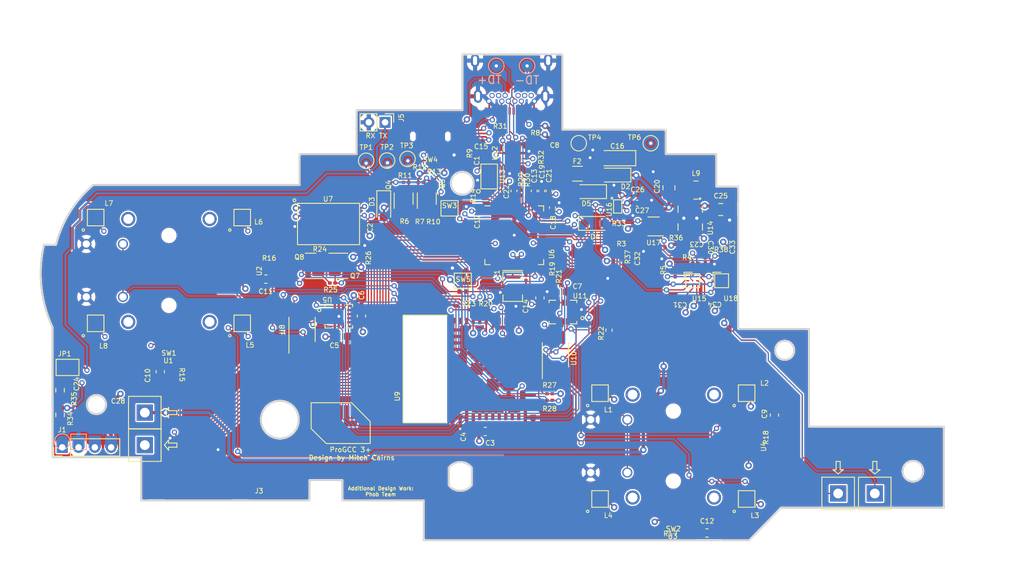
<source format=kicad_pcb>
(kicad_pcb (version 20221018) (generator pcbnew)
  (title_block (title "ProGCC V3+ Logic Board") (date "2023-04-15") (rev "1") (company "HHL"))
  (layers (0 "F.Cu" signal) (1 "In1.Cu" signal) (2 "In2.Cu" signal) (31 "B.Cu" signal) (34 "B.Paste" user) (35 "F.Paste" user) (36 "B.SilkS" user "B.Silkscreen") (37 "F.SilkS" user "F.Silkscreen") (38 "B.Mask" user) (39 "F.Mask" user) (44 "Edge.Cuts" user))
  (net 0 "")
  (net 1 "+3V3")
  (net 2 "GND")
  (net 3 "BUTTON_RGB")
  (net 4 "SHARED_PU")
  (net 5 "+3.3V_PRE")
  (net 6 "+1V1")
  (net 7 "XTAL_OUT")
  (net 8 "N_DATA")
  (net 9 "N_CLOCK")
  (net 10 "/CC1")
  (net 11 "D+")
  (net 14 "USB_EN")
  (net 15 "VBUS_SYS")
  (net 16 "Net-(D5-K)")
  (net 17 "BATTERY_POS")
  (net 18 "XTAL_IN")
  (net 19 "/SWCLK")
  (net 20 "/SWD")
  (net 21 "/RUN")
  (net 22 "Push_A")
  (net 23 "Scan_C")
  (net 24 "Push_B")
  (net 25 "Scan_D")
  (net 26 "Scan_B")
  (net 27 "Push_C")
  (net 28 "Push_D")
  (net 29 "Scan_A")
  (net 30 "NFC")
  (net 31 "D-")
  (net 32 "N_LATCH")
  (net 33 "/CC2")
  (net 34 "SL_RGB")
  (net 35 "Net-(L1-DOUT)")
  (net 36 "Net-(L2-DOUT)")
  (net 37 "N_LATCH_3.3")
  (net 38 "N_CLOCK_3.3")
  (net 39 "N_DATA_3.3")
  (net 40 "RGB_OUT")
  (net 41 "LX")
  (net 42 "LY")
  (net 43 "RX")
  (net 44 "RY")
  (net 45 "Net-(L3-DOUT)")
  (net 46 "Net-(L5-DOUT)")
  (net 47 "LS_BUTTON")
  (net 48 "SPI_RX")
  (net 49 "Net-(L6-DOUT)")
  (net 50 "Net-(U1-VOUT)")
  (net 51 "Net-(U2-VOUT)")
  (net 52 "Net-(U3-VOUT)")
  (net 53 "Net-(U4-VOUT)")
  (net 54 "SR_RGB")
  (net 55 "Net-(U6-USB_DP)")
  (net 56 "Net-(U6-USB_DM)")
  (net 61 "MODE_BUTTON")
  (net 62 "BTN_PWR")
  (net 63 "UART0_TX")
  (net 64 "IMU0_CS")
  (net 65 "SPI_CK")
  (net 66 "SPI_TX")
  (net 67 "LADC_CS")
  (net 68 "RADC_CS")
  (net 69 "IMU1_CS")
  (net 74 "Net-(D4-A)")
  (net 75 "VBUS_PRE")
  (net 76 "BATTERY_TS_TIEDOWN")
  (net 77 "BATTERY_TS_SENSE")
  (net 78 "USB_SEL")
  (net 81 "ESP_RTS")
  (net 82 "ESP_EN")
  (net 83 "Net-(Q8-B)")
  (net 84 "ESP_DTR")
  (net 85 "ESP_IO0")
  (net 86 "USB_BOOT")
  (net 87 "Net-(U13-{slash}CS)")
  (net 88 "I2C_SCL")
  (net 89 "I2C_SDA")
  (net 90 "ESP_IO15")
  (net 91 "ESP_CTS")
  (net 92 "ESP_IO13")
  (net 93 "SIO3")
  (net 94 "SCLK")
  (net 95 "SIO0")
  (net 96 "SIO2")
  (net 97 "SIO1")
  (net 98 "UART_USB+")
  (net 99 "UART_USB-")
  (net 100 "ESP_RX0")
  (net 101 "ESP_TX0")
  (net 123 "RP_USB+")
  (net 124 "RP_USB-")
  (net 125 "unconnected-(U16-{slash}INT-PadA1)")
  (net 126 "Net-(R19-Pad1)")
  (net 127 "Net-(Q7-B)")
  (net 128 "Net-(L7-DOUT)")
  (net 129 "Net-(D2-A)")
  (net 130 "BAT_LVL")
  (net 131 "Net-(U14-EN)")
  (net 132 "Net-(U14-L1)")
  (net 133 "Net-(U14-L2)")
  (net 134 "Net-(U15-REG)")
  (net 135 "LRA_FILTERED")
  (net 136 "Net-(U18-REG)")
  (net 137 "LRA_IN")
  (net 138 "LRA_SDA_1")
  (net 139 "Net-(U15-EN)")
  (net 140 "LRA_SDA_2")
  (net 141 "LRA1_OUT_-")
  (net 142 "LRA1_OUT_+")
  (net 143 "LRA2_OUT_-")
  (net 144 "LRA2_OUT_+")
  (net 145 "LRA_SDA_SELECT")
  (footprint "Capacitor_SMD:C_0201_0603Metric" (layer "F.Cu") (at 89.6 135.375 180)
    (fp_text reference "C28")
    (fp_text value "1u")
  )
  (footprint "Capacitor_SMD:C_0805_2012Metric" (layer "F.Cu") (at 164.15 110.95)
    (fp_text reference "C25")
    (fp_text value "10uF")
  )
  (footprint "hhl:TS35CA" (layer "F.Cu") (at 128.483519 101.89)
    (fp_text reference "SW4")
    (fp_text value "TS35CA")
  )
  (footprint "hhl:GH39F" (layer "F.Cu") (at 96.377 118.4326)
    (fp_text reference "U2")
    (fp_text value "GH39F (Hall SOT23)")
  )
  (footprint "Resistor_SMD:R_0201_0603Metric" (layer "F.Cu") (at 139.6111 108.863094 -90)
    (fp_text reference "R29")
    (fp_text value "27")
  )
  (footprint "Diode_SMD:D_SOD-323_HandSoldering" (layer "F.Cu") (at 148.1 108.75 180)
    (fp_text reference "D5")
    (fp_text value "CUS08F30")
  )
  (footprint "hhl:SK6805-EC-15" (layer "F.Cu") (at 167.3202 133.522)
    (fp_text reference "L2")
    (fp_text value "SK6805-EC-15" hide)
  )
  (footprint "Capacitor_SMD:C_0603_1608Metric" (layer "F.Cu") (at 120.018689 124.033755 -90)
    (fp_text reference "C6")
    (fp_text value "100nF")
  )
  (footprint "Resistor_SMD:R_0201_0603Metric" (layer "F.Cu") (at 161.025 117.55)
    (fp_text reference "R4")
    (fp_text value "1k")
  )
  (footprint "Capacitor_SMD:C_0402_1005Metric" (layer "F.Cu") (at 153.8764 110.163 180)
    (fp_text reference "C27")
    (fp_text value "10uF")
  )
  (footprint "Resistor_SMD:R_0201_0603Metric" (layer "F.Cu") (at 170.739623 138.968477 90)
    (fp_text reference "R18")
    (fp_text value "1k")
  )
  (footprint "Package_SO:MSOP-8_3x3mm_P0.65mm" (layer "F.Cu") (at 112.7252 125.6792 90)
    (fp_text reference "U8")
    (fp_text value "MCP3002" hide)
  )
  (footprint "Capacitor_SMD:C_0603_1608Metric_Pad1.08x0.95mm_HandSolder" (layer "F.Cu") (at 95.317457 130.880391 -90)
    (fp_text reference "C10")
    (fp_text value ".047u" hide)
  )
  (footprint "Package_TO_SOT_SMD:SOT-363_SC-70-6" (layer "F.Cu") (at 125.1966 109.6061 90)
    (fp_text reference "Q4")
    (fp_text value "BSS138DW")
  )
  (footprint "Resistor_SMD:R_0402_1005Metric" (layer "F.Cu") (at 150.4188 125.7808 90)
    (fp_text reference "R22")
    (fp_text value "330" hide)
  )
  (footprint "Resistor_SMD:R_0201_0603Metric" (layer "F.Cu") (at 143.127 133.5836)
    (fp_text reference "R27")
    (fp_text value "0")
  )
  (footprint "Capacitor_SMD:C_0603_1608Metric_Pad1.08x0.95mm_HandSolder" (layer "F.Cu") (at 162.450004 150.698757 180)
    (fp_text reference "C12")
    (fp_text value ".047u" hide)
  )
  (footprint "hhl:SK6805-EC-15" (layer "F.Cu") (at 87.377 111.9326)
    (fp_text reference "L7")
    (fp_text value "SK6805-EC-15" hide)
  )
  (footprint "Resistor_SMD:R_0201_0603Metric" (layer "F.Cu") (at 127.3408 111.6127 180)
    (fp_text reference "R7")
    (fp_text value "1k")
  )
  (footprint "Capacitor_SMD:C_0201_0603Metric" (layer "F.Cu") (at 134.9509 104.564294 90)
    (fp_text reference "C1")
    (fp_text value "100n")
  )
  (footprint "hhl:KS_8730" (layer "F.Cu") (at 183.062 145.84875 180)
    (fp_text reference "T1" hide)
    (fp_text value "36-8730" hide)
  )
  (footprint "Resistor_SMD:R_0201_0603Metric" (layer "F.Cu") (at 153.0876 114.7762 90)
    (fp_text reference "R37")
    (fp_text value "1.2k")
  )
  (footprint "Package_DFN_QFN:QFN-56-1EP_7x7mm_P0.4mm_EP3.2x3.2mm" (layer "F.Cu") (at 138.7857 114.108094)
    (fp_text reference "U6")
    (fp_text value "RP2040" hide)
  )
  (footprint "hhl:SK6805-EC-15" (layer "F.Cu") (at 105.377 124.9326)
    (fp_text reference "L5")
    (fp_text value "SK6805-EC-15" hide)
  )
  (footprint "TestPoint:TestPoint_Pad_D1.5mm" (layer "F.Cu") (at 146.7 102.8)
    (fp_text reference "TP4")
    (fp_text value "TestPoint")
  )
  (footprint "hhl:MODULE_ESP32-PICO-MINI-02" (layer "F.Cu") (at 136.1442 130.5488 90)
    (fp_text reference "U9")
    (fp_text value "ESP32-PICO-MINI-02")
  )
  (footprint "Capacitor_SMD:C_0402_1005Metric" (layer "F.Cu") (at 142.1511 108.657294 90)
    (fp_text reference "C19")
    (fp_text value "1u" hide)
  )
  (footprint "Resistor_SMD:R_0201_0603Metric" (layer "F.Cu") (at 125.5268 111.6127)
    (fp_text reference "R6")
    (fp_text value "1k")
  )
  (footprint "Diode_SMD:D_SOD-323_HandSoldering" (layer "F.Cu") (at 148.6916 112.649)
    (fp_text reference "D4")
    (fp_text value "CUS08F30" hide)
  )
  (footprint "Fuse:Fuse_1206_3216Metric_Pad1.42x1.75mm_HandSolder" (layer "F.Cu") (at 146.551838 106.54112 180)
    (fp_text reference "F2")
    (fp_text value "Fuse" hide)
  )
  (footprint "progcc_v3:KS_8730" (layer "F.Cu") (at 93.413992 139.9032 90)
    (fp_text reference "T3" hide)
    (fp_text value "36-8730" hide)
  )
  (footprint "Capacitor_SMD:C_0201_0603Metric" (layer "F.Cu") (at 153.8626 114.7762 90)
    (fp_text reference "C32")
    (fp_text value "100n")
  )
  (footprint "Diode_SMD:D_SOD-323_HandSoldering" (layer "F.Cu") (at 151.08712 106.709987 180)
    (fp_text reference "D2")
    (fp_text value "CUS08F30" hide)
  )
  (footprint "Capacitor_SMD:C_0201_0603Metric" (layer "F.Cu") (at 134.2517 110.844294 90)
    (fp_text reference "C17")
    (fp_text value "100n")
  )
  (footprint "TestPoint:TestPoint_Pad_D1.5mm" (layer "F.Cu") (at 123.1646 104.9274)
    (fp_text reference "TP2")
    (fp_text value "TestPoint")
  )
  (footprint "Resistor_SMD:R_0201_0603Metric" (layer "F.Cu") (at 141.2748 103.4288 -90)
    (fp_text reference "R32")
    (fp_text value "10k")
  )
  (footprint "Resistor_SMD:R_0201_0603Metric" (layer "F.Cu") (at 125.5014 107.5995)
    (fp_text reference "R11")
    (fp_text value "1k")
  )
  (footprint "Capacitor_SMD:C_0201_0603Metric" (layer "F.Cu") (at 159.675 121.875 180)
    (fp_text reference "C31")
    (fp_text value "1uF")
  )
  (footprint "Resistor_SMD:R_0201_0603Metric" (layer "F.Cu") (at 143.127 134.3964 180)
    (fp_text reference "R28")
    (fp_text value "0")
  )
  (footprint "Resistor_SMD:R_0201_0603Metric" (layer "F.Cu") (at 158.55 118.875 90)
    (fp_text reference "R5")
    (fp_text value "10k")
  )
  (footprint "Resistor_SMD:R_0201_0603Metric" (layer "F.Cu") (at 116.463023 119.981101)
    (fp_text reference "R25")
    (fp_text value "10k")
  )
  (footprint "hhl:VREG_V62_16624-01YE" (layer "F.Cu") (at 160.4 112 -90)
    (fp_text reference "U14")
    (fp_text value "TPS630001RCR")
  )
  (footprint "Resistor_SMD:R_0201_0603Metric" (layer "F.Cu") (at 164.575 117.55)
    (fp_text reference "R38")
    (fp_text value "1k")
  )
  (footprint "Capacitor_SMD:C_0603_1608Metric" (layer "F.Cu") (at 117.5391 126.547002 180)
    (fp_text reference "C5")
    (fp_text value "100nF")
  )
  (footprint "Package_TO_SOT_SMD:SOT-363_SC-70-6" (layer "F.Cu") (at 155.9 113.025 180)
    (fp_text reference "U17")
    (fp_text value "PI5A3157CEX")
  )
  (footprint "hhl:GH39F" (layer "F.Cu") (at 158.3202 140.022 -90)
    (fp_text reference "U3")
    (fp_text value "GH39F (Hall SOT23)")
  )
  (footprint "Resistor_SMD:R_0201_0603Metric" (layer "F.Cu") (at 140.3223 108.863094 -90)
    (fp_text reference "R30")
    (fp_text value "27")
  )
  (footprint "Capacitor_SMD:C_0201_0603Metric" (layer "F.Cu") (at 162.25 117.19 -90)
    (fp_text reference "C30")
    (fp_text value "1uF")
  )
  (footprint "hhl:DSBGA" (layer "F.Cu") (at 151.4888 110.5694)
    (fp_text reference "U16")
    (fp_text value "BQ25180" hide)
  )
  (footprint "hhl:USON-8-EP(2x3)" (layer "F.Cu") (at 135.6995 106.881894 90)
    (fp_text reference "U13")
    (fp_text value "GD25Q80EEIGR")
  )
  (footprint "Capacitor_SMD:C_0603_1608Metric_Pad1.08x0.95mm_HandSolder" (layer "F.Cu") (at 108.281309 119.497056)
    (fp_text reference "C11")
    (fp_text value ".047u" hide)
  )
  (footprint "Capacitor_SMD:C_0201_0603Metric" (layer "F.Cu") (at 142.3924 103.0732)
    (fp_text reference "C8")
    (fp_text value "1u")
  )
  (footprint "Capacitor_Tantalum_SMD:CP_EIA-3216-18_Kemet-A" (layer "F.Cu") (at 151.394334 104.63454 180)
    (fp_text reference "C16")
    (fp_text value "47uF 6.3v")
  )
  (footprint "hhl:SK6805-EC-15" (layer "F.Cu") (at 149.3202 146.522)
    (fp_text reference "L4")
    (fp_text value "SK6805-EC-15" hide)
  )
  (footprint "Capacitor_SMD:C_0201_0603Metric" (layer "F.Cu") (at 165.68 117.2 -90)
    (fp_text reference "C33")
    (fp_text value "1uF")
  )
  (footprint "Package_TO_SOT_SMD:SOT-23" (layer "F.Cu") (at 117.682223 117.872901)
    (fp_text reference "Q7")
    (fp_text value "MMBT3904")
  )
  (footprint "Jumper:SolderJumper-2_P1.3mm_Open_Pad1.0x1.5mm" (layer "F.Cu") (at 83.9216 130.3528)
    (fp_text reference "JP1")
    (fp_text value "SolderJumper_2_Open")
  )
  (footprint "Capacitor_SMD:C_0603_1608Metric" (layer "F.Cu") (at 141.938323 121.813129 -90)
    (fp_text reference "C14")
    (fp_text value "100nF")
  )
  (footprint "Connector_PinHeader_2.00mm:PinHeader_1x04_P2.00mm_Vertical" (layer "F.Cu") (at 83.2744 140.1826 90)
    (fp_text reference "J1")
    (fp_text value "Conn_01x04_Pin" hide)
  )
  (footprint "Resistor_SMD:R_0201_0603Metric" (layer "F.Cu") (at 137.0584 101.7524)
    (fp_text reference "R31")
    (fp_text value "10k")
  )
  (footprint "Resistor_SMD:R_0201_0603Metric" (layer "F.Cu") (at 134.9756 109.244094 90)
    (fp_text reference "R14")
    (fp_text value "1k")
  )
  (footprint "Resistor_SMD:R_0201_0603Metric" (layer "F.Cu") (at 116.452423 115.764701)
    (fp_text reference "R24")
    (fp_text value "10k")
  )
  (footprint "Crystal:Resonator_SMD_Murata_CSTxExxV-3Pin_3.0x1.1mm" (layer "F.Cu") (at 138.5951 120.436494 -90)
    (fp_text reference "Y1")
    (fp_text value "Crystal_GND3")
  )
  (footprint "Capacitor_SMD:C_0402_1005Metric" (layer "F.Cu") (at 143.4719 110.717294 90)
    (fp_text reference "C18")
    (fp_text value "100n" hide)
  )
  (footprint "hhl:SK6805-EC-15" (layer "F.Cu") (at 105.377 111.9326)
    (fp_text reference "L6")
    (fp_text value "SK6805-EC-15" hide)
  )
  (footprint "Capacitor_SMD:C_0201_0603Metric" (layer "F.Cu") (at 136.3218 103.505 180)
    (fp_text reference "C15")
    (fp_text value "100n")
  )
  (footprint "Capacitor_SMD:C_0603_1608Metric" (layer "F.Cu") (at 135.2296 138.2268)
    (fp_text reference "C3")
    (fp_text value "10uF/10V (20%)")
  )
  (footprint "Capacitor_SMD:C_0603_1608Metric_Pad1.08x0.95mm_HandSolder" (layer "F.Cu") (at 170.738456 136.214581 -90)
    (fp_text reference "C9")
    (fp_text value ".047u" hide)
  )
  (footprint "Capacitor_SMD:C_0201_0603Metric" (layer "F.Cu") (at 84.1756 132.6494 -90)
    (fp_text reference "C24")
    (fp_text value "100n")
  )
  (footprint "hhl:SK6805-EC-15" (layer "F.Cu") (at 167.3202 146.522)
    (fp_text reference "L3")
    (fp_text value "SK6805-EC-15" hide)
  )
  (footprint "Package_TO_SOT_SMD:SOT-363_SC-70-6" (layer "F.Cu") (at 128.0414 109.6061 90)
    (fp_text reference "Q5")
    (fp_text value "BSS138DW")
  )
  (footprint "hhl:ESSOP-10" (layer "F.Cu") (at 115.977302 112.726102)
    (fp_text reference "U7")
    (fp_text value "CH340K" hide)
  )
  (footprint "Resistor_SMD:R_0201_0603Metric" (layer "F.Cu") (at 159.645629 150.847756)
    (fp_text reference "R17")
    (fp_text value "1k")
  )
  (footprint "Package_BGA:Texas_DSBGA-9_1.4715x1.4715mm_Layout3x3_P0.5mm" (layer "F.Cu") (at 164.25 119.7)
    (fp_text reference "U18")
    (fp_text value "DRV2605LYZFR")
  )
  (footprint "hhl:GL18" (layer "F.Cu") (at 158.3202 140.022)
    (fp_text reference "SW2")
    (fp_text value "GL18_SW")
  )
  (footprint "Package_TO_SOT_SMD:SOT-23" (layer "F.Cu") (at 113.770623 117.872901 180)
    (fp_text reference "Q8")
    (fp_text value "MMBT3904")
  )
  (footprint "progcc_v3:HHL_Logo" (layer "F.Cu") (at 116.7892 137.6426)
    (fp_text reference "REF**" hide)
    (fp_text value "HHL_Logo")
  )
  (footprint "Resistor_SMD:R_0201_0603Metric" (layer "F.Cu") (at 133.5532 123.2662 180)
    (fp_text reference "R23")
    (fp_text value "1k")
  )
  (footprint "hhl:1TS026A-1000-0550" (layer "F.Cu") (at 130.8354 110.7948 180)
    (fp_text reference "SW3")
    (fp_text value "1TS026A-1000-0550")
  )
  (footprint "hhl:GH39F" (layer "F.Cu") (at 96.377 118.4326 -90)
    (fp_text reference "U1")
    (fp_text value "GH39F (Hall SOT23)")
  )
  (footprint "Resistor_SMD:R_0201_0603Metric" (layer "F.Cu") (at 108.685401 117.977059)
    (fp_text reference "R16")
    (fp_text value "1k")
  )
  (footprint "Capacitor_SMD:C_0603_1608Metric" (layer "F.Cu") (at 144.453194 121.0608)
    (fp_text reference "C7")
    (fp_text value "100nF")
  )
  (footprint "Capacitor_SMD:C_0402_1005Metric" (layer "F.Cu") (at 143.0655 108.657294 -90)
    (fp_text reference "C21")
    (fp_text value "100n" hide)
  )
  (footprint "Capacitor_SMD:C_0201_0603Metric" (layer "F.Cu") (at 153.6732 109.274)
    (fp_text reference "C26")
    (fp_text value "1u")
  )
  (footprint "Resistor_SMD:R_0201_0603Metric" (layer "F.Cu") (at 140.7033 120.801094 90)
    (fp_text reference "R21")
    (fp_text value "10k")
  )
  (footprint "Capacitor_SMD:C_0201_0603Metric" (layer "F.Cu") (at 120.225902 114.056302 -90)
    (fp_text reference "C2")
    (fp_text value "100n")
  )
  (footprint "Capacitor_SMD:C_0402_1005Metric" (layer "F.Cu") (at 138.7475 108.659894 -90)
    (fp_text reference "C22")
    (fp_text value "100n" hide)
  )
  (footprint "Connector_PinHeader_2.00mm:PinHeader_1x02_P2.00mm_Vertical" (layer "F.Cu") (at 122.92 100.2284 -90)
    (fp_text reference "J5")
    (fp_text value "Conn_01x02_Pin" hide)
  )
  (footprint "TestPoint:TestPoint_Pad_D1.5mm" (layer "F.Cu") (at 120.5992 104.9528)
    (fp_text reference "TP1")
    (fp_text value "TestPoint")
  )
  (footprint "Capacitor_SMD:C_0402_1005Metric" (layer "F.Cu") (at 141.2367 108.659894 -90)
    (fp_text reference "C13")
    (fp_text value "100n" hide)
  )
  (footprint "progcc_v3:molex_5051101492_14P" (layer "F.Cu") (at 99.991205 145.167846)
    (fp_text reference "J3")
    (fp_text value "To Button Board")
  )
  (footprint "TestPoint:TestPoint_Pad_D1.5mm" (layer "F.Cu") (at 155.5452 102.7994)
    (fp_text reference "TP6")
    (fp_text value "TestPoint")
  )
  (footprint "TestPoint:TestPoint_Pad_D1.5mm" (layer "F.Cu") (at 125.6792 104.7242)
    (fp_text reference "TP3")
    (fp_text value "TestPoint")
  )
  (footprint "Resistor_SMD:R_0603_1608Metric" (layer "F.Cu") (at 83.0072 133.1468 -90)
    (fp_text reference "R35")
    (fp_text value "75k")
  )
  (footprint "Resistor_SMD:R_0201_0603Metric" (layer "F.Cu") (at 127.3048 107.5995 180)
    (fp_text reference "R12")
    (fp_text value "1k")
  )
  (footprint "progcc_v3:Shou Han Type-C 24P QCHT" (layer "F.Cu") (at 138.46 90.775 180)
    (fp_text reference "J9" hide)
    (fp_text value "USB_C_Receptacle" hide)
  )
  (footprint "Package_DFN_QFN:Texas_UQFN-10_1.5x2mm_P0.5mm" (layer "F.Cu") (at 138.557 104.013 90)
    (fp_text reference "U12")
    (fp_text value "PI3USB4000A" hide)
  )
  (footprint "Package_SO:MSOP-8_3x3mm_P0.65mm" (layer "F.Cu") (at 143.8402 128.8034 90)
    (fp_text reference "U10")
    (fp_text value "MCP3002" hide)
  )
  (footprint "hhl:1TS026A-1000-0550" (layer "F.Cu") (at 132.461 119.7102)
    (fp_text reference "SW5")
    (fp_text value "1TS026A-1000-0550")
  )
  (footprint "Resistor_SMD:R_0201_0603Metric" (layer "F.Cu") (at 128.7526 107.5995)
    (fp_text reference "R13")
    (fp_text value "1k")
  )
  (footprint "Resistor_SMD:R_0201_0603Metric" (layer "F.Cu") (at 140.2207 119.344294 90)
    (fp_text reference "R19")
    (fp_text value "1k")
  )
  (footprint "Resistor_SMD:R_0201_0603Metric" (layer "F.Cu") (at 96.933652 131.252363 -90)
    (fp_text reference "R15")
    (fp_text value "1k")
  )
  (footprint "Capacitor_SMD:C_0201_0603Metric" (layer "F.Cu") (at 133.2484 138.2014 90)
    (fp_text reference "C4")
    (fp_text value "100n")
  )
  (footprint "hhl:SK6805-EC-15" (layer "F.Cu") (at 87.377 124.9326)
    (fp_text reference "L8")
    (fp_text value "SK6805-EC-15" hide)
  )
  (footprint "Package_BGA:Texas_DSBGA-9_1.4715x1.4715mm_Layout3x3_P0.5mm" (layer "F.Cu") (at 160.7 119.7)
    (fp_text reference "U15")
    (fp_text value "DRV2605LYZFR")
  )
  (footprint "hhl:LGA14" (layer "F.Cu") (at 144.7618 123.5456)
    (fp_text reference "U11")
    (fp_text value "ST_LSM6" hide)
  )
  (footprint "Resistor_SMD:R_0201_0603Metric" (layer "F.Cu") (at 128.7632 111.6127)
    (fp_text reference "R10")
    (fp_text value "1k")
  )
  (footprint "Capacitor_SMD:C_0201_0603Metric" (layer "F.Cu") (at 163.85 121.875 180)
    (fp_text reference "C34")
    (fp_text value "1uF")
  )
  (footprint "Resistor_SMD:R_0201_0603Metric" (layer "F.Cu") (at 151.4634 111.8648)
    (fp_text reference "R33")
    (fp_text value "10k")
  )
  (footprint "hhl:LGA14" (layer "F.Cu") (at 117.2392 124.0536 180)
    (fp_text reference "U5")
    (fp_text value "ST_LSM6" hide)
  )
  (footprint "Inductor_SMD:L_1008_2520Metric" (layer "F.Cu") (at 161.1 108.55)
    (fp_text reference "L9")
    (fp_text value "1.3A 2.2uH ±20% 80mΩ")
  )
  (footprint "Resistor_SMD:R_0201_0603Metric" (layer "F.Cu") (at 132.2578 104.0384 -90)
    (fp_text reference "R9")
    (fp_text value "5.1k")
  )
  (footprint "hhl:GL18" (layer "F.Cu") (at 96.377 118.4326)
    (fp_text reference "SW1")
    (fp_text value "GL18_SW")
  )
  (footprint "Capacitor_SMD:C_0201_0603Metric" (layer "F.Cu") (at 160.218077 114.40295 180)
    (fp_text reference "C23")
    (fp_text value "100n")
  )
  (footprint "Diode_SMD:D_SOD-323_HandSoldering" (layer "F.Cu") (at 122.7582 110.6424 -90)
    (fp_text reference "D3")
    (fp_text value "CUS08F30")
  )
  (footprint "hhl:GH39F" (layer "F.Cu") (at 158.3202 140.022)
    (fp_text reference "U4")
    (fp_text value "GH39F (Hall SOT23)")
  )
  (footprint "Resistor_SMD:R_0603_1608Metric" (layer "F.Cu") (at 83.0072 136.1826 90)
    (fp_text reference "R34")
    (fp_text value "75k")
  )
  (footprint "Resistor_SMD:R_0201_0603Metric" (layer "F.Cu") (at 159.578348 115.214226)
    (fp_text reference "R36")
    (fp_text value "100")
  )
  (footprint "hhl:SK6805-EC-15" (layer "F.Cu") (at 149.3202 133.522)
    (fp_text reference "L1")
    (fp_text value "SK6805-EC-15" hide)
  )
  (footprint "Resistor_SMD:R_0201_0603Metric" (layer "F.Cu") (at 151.95 114.425 180)
    (fp_text reference "R3")
    (fp_text value "1k")
  )
  (footprint "progcc_v3:KS_8730" (layer "F.Cu") (at 93.413992 135.909304 90)
    (fp_text reference "T2" hide)
    (fp_text value "36-8730" hide)
  )
  (footprint "progcc_v3:KS_8730" (layer "F.Cu") (at 178.562 145.84875 180)
    (fp_text reference "T4" hide)
    (fp_text value "36-8730" hide)
  )
  (footprint "Capacitor_SMD:C_0805_2012Metric" (layer "F.Cu") (at 157.782026 108.27467 -90)
    (fp_text reference "C20")
    (fp_text value "10uF")
  )
  (footprint "Resistor_SMD:R_0201_0603Metric" (layer "F.Cu") (at 141.3764 102.3112)
    (fp_text reference "R8")
    (fp_text value "5.1k")
  )
  (footprint "Resistor_SMD:R_0201_0603Metric" (layer "F.Cu") (at 120.019023 116.882301 -90)
    (fp_text reference "R26")
    (fp_text value "10k")
  )
  (footprint "Resistor_SMD:R_0201_0603Metric" (layer "F.Cu") (at 135.0264 123.2662 180)
    (fp_text reference "R20")
    (fp_text value "1k")
  )
  (footprint "TestPoint:TestPoint_Pad_D1.5mm" (layer "B.Cu") (at 136.5758 93.2942 180)
    (fp_text reference "TP12" hide)
    (fp_text value "TD+")
  )
  (footprint "TestPoint:TestPoint_Pad_D1.5mm" (layer "B.Cu") (at 140.3604 93.2942 180)
    (fp_text reference "TP10" hide)
    (fp_text value "TD-")
  )
  (footprint "" (layer "B.Cu") (at 89.275 139.5 180)
    (fp_text reference "")
    (fp_text value "")
  )
  (footprint "" (layer "B.Cu") (at 87.275 139.475 180)
    (fp_text reference "")
    (fp_text value "")
  )
  (footprint "TestPoint:TestPoint_Pad_1.5x1.5mm" (layer "B.Cu") (at 85.275 139.5 180)
    (fp_text reference "REF**" hide)
    (fp_text value "TestPoint_Pad_1.5x1.5mm" hide)
  )
  (footprint "TestPoint:TestPoint_Pad_D1.5mm" (layer "B.Cu") (at 83.275 139.475 180)
    (fp_text reference "REF**" hide)
    (fp_text value "TestPoint_Pad_D1.5mm" hide)
  )
  (gr_line (start 163.606225 108.114358) (end 166.306225 108.114358) (stroke (width 0.2)) (layer "Edge.Cuts"))
  (gr_line (start 171.556225 147.614357) (end 167.656225 151.614357) (stroke (width 0.2)) (layer "Edge.Cuts"))
  (gr_line (start 127.656226 151.614357) (end 127.656226 146.714357) (stroke (width 0.2)) (layer "Edge.Cuts"))
  (gr_circle (center 132.406226 107.714358) (end 132.406226 109.089358) (stroke (width 0.2)) (fill none) (layer "Edge.Cuts"))
  (gr_line (start 191.556225 137.614357) (end 191.556225 147.614357) (stroke (width 0.2)) (layer "Edge.Cuts"))
  (gr_arc (start 130.756226 142.7) (mid 132.156226 142) (end 133.556226 142.7) (stroke (width 0.2)) (layer "Edge.Cuts"))
  (gr_line (start 166.306225 125.614358) (end 175.006225 125.614358) (stroke (width 0.2)) (layer "Edge.Cuts"))
  (gr_line (start 163.606225 104.114358) (end 163.606225 108.114358) (stroke (width 0.2)) (layer "Edge.Cuts"))
  (gr_line (start 132.406226 98.714358) (end 132.406226 91.864358) (stroke (width 0.2)) (layer "Edge.Cuts"))
  (gr_line (start 117.656226 144.214357) (end 113.656226 144.214357) (stroke (width 0.2)) (layer "Edge.Cuts"))
  (gr_line (start 92.956226 141.414357) (end 82.056226 141.414357) (stroke (width 0.2)) (layer "Edge.Cuts"))
  (gr_line (start 175.006225 125.614358) (end 175.006225 137.614357) (stroke (width 0.2)) (layer "Edge.Cuts"))
  (gr_line (start 127.656226 146.714357) (end 117.656226 146.714357) (stroke (width 0.2)) (layer "Edge.Cuts"))
  (gr_line (start 87.056226 107.914358) (end 112.406226 107.914358) (stroke (width 0.2)) (layer "Edge.Cuts"))
  (gr_circle (center 187.75 143.11) (end 189 143.11) (stroke (width 0.2)) (fill none) (layer "Edge.Cuts"))
  (gr_line (start 144.706225 91.864358) (end 144.706225 101.114358) (stroke (width 0.2)) (layer "Edge.Cuts"))
  (gr_line (start 92.956226 146.714357) (end 92.956226 141.414357) (stroke (width 0.2)) (layer "Edge.Cuts"))
  (gr_line (start 119.406226 98.714358) (end 132.406226 98.714358) (stroke (width 0.2)) (layer "Edge.Cuts"))
  (gr_line (start 157.406225 101.114358) (end 157.406225 104.114358) (stroke (width 0.2)) (layer "Edge.Cuts"))
  (gr_line (start 113.656226 146.714357) (end 92.956226 146.714357) (stroke (width 0.2)) (layer "Edge.Cuts"))
  (gr_line (start 167.656225 151.614357) (end 127.656226 151.614357) (stroke (width 0.2)) (layer "Edge.Cuts"))
  (gr_line (start 81.016754 115.258145) (end 82.492713 115.258145) (stroke (width 0.2)) (layer "Edge.Cuts"))
  (gr_line (start 82.056226 141.414357) (end 82.056226 125.414358) (stroke (width 0.2)) (layer "Edge.Cuts"))
  (gr_line (start 157.406225 104.114358) (end 163.606225 104.114358) (stroke (width 0.2)) (layer "Edge.Cuts"))
  (gr_circle (center 87.475 134.914358) (end 87.475 136.064358) (stroke (width 0.2)) (fill none) (layer "Edge.Cuts"))
  (gr_line (start 112.406226 104.114358) (end 119.406226 104.114358) (stroke (width 0.2)) (layer "Edge.Cuts"))
  (gr_line (start 117.656226 146.714357) (end 117.656226 144.214357) (stroke (width 0.2)) (layer "Edge.Cuts"))
  (gr_circle (center 110 136.775) (end 110 139.075) (stroke (width 0.2)) (fill none) (layer "Edge.Cuts"))
  (gr_line (start 112.406226 107.914358) (end 112.406226 104.114358) (stroke (width 0.2)) (layer "Edge.Cuts"))
  (gr_line (start 132.406226 91.864358) (end 144.706225 91.864358) (stroke (width 0.2)) (layer "Edge.Cuts"))
  (gr_line (start 113.656226 144.214357) (end 113.656226 146.714357) (stroke (width 0.2)) (layer "Edge.Cuts"))
  (gr_line (start 175.006225 137.614357) (end 191.556225 137.614357) (stroke (width 0.2)) (layer "Edge.Cuts"))
  (gr_line (start 191.556225 147.614357) (end 171.556225 147.614357) (stroke (width 0.2)) (layer "Edge.Cuts"))
  (gr_line (start 119.406226 104.114358) (end 119.406226 98.714358) (stroke (width 0.2)) (layer "Edge.Cuts"))
  (gr_arc (start 82.056226 125.414358) (mid 80.693295 120.422551) (end 81.016754 115.258145) (stroke (width 0.2)) (layer "Edge.Cuts"))
  (gr_arc (start 82.492713 115.258144) (mid 84.208662 111.234652) (end 87.056226 107.914358) (stroke (width 0.2)) (layer "Edge.Cuts"))
  (gr_circle (center 172 128.25) (end 172 129.4) (stroke (width 0.2)) (fill none) (layer "Edge.Cuts"))
  (gr_line (start 166.306225 108.114358) (end 166.306225 125.614358) (stroke (width 0.2)) (layer "Edge.Cuts"))
  (gr_arc (start 133.556226 144.8) (mid 132.156226 145.5) (end 130.756226 144.8) (stroke (width 0.2)) (layer "Edge.Cuts"))
  (gr_line (start 144.706225 101.114358) (end 157.406225 101.114358) (stroke (width 0.2)) (layer "Edge.Cuts"))
  (gr_line (start 130.756226 144.8) (end 130.756226 142.7) (stroke (width 0.2)) (layer "Edge.Cuts"))
  (gr_line (start 133.556226 142.7) (end 133.556226 144.8) (stroke (width 0.2)) (layer "Edge.Cuts"))
  (gr_text "RX TX" (at 121.8692 101.8794) (layer "F.SilkS") (effects (font (size 0.6 0.6) (thickness 0.1))))
  (gr_text "Additional Design Work:\nPhob Team\n" (at 122.3772 145.5928) (layer "F.SilkS") (effects (font (size 0.45 0.45) (thickness 0.1))))
  (gr_text "ProGCC 3+" (at 118.6688 140.462) (layer "F.SilkS") (effects (font (size 0.6 0.6) (thickness 0.1))))
  (gr_text "Design by Mitch Cairns" (at 118.8212 141.4526) (layer "F.SilkS") (effects (font (size 0.6 0.6) (thickness 0.1))))
  (segment (start 126.583519 100.84) (end 130.383519 100.84) (width 0.25) (layer "F.Cu") (net 0))
  (segment (start 124.1755 109.6061) (end 125.1966 109.6061) (width 0.25) (layer "F.Cu") (net 1))
  (segment (start 149.7952 146.997) (end 150.5022 146.997) (width 0.2) (layer "F.Cu") (net 1))
  (segment (start 120.018689 124.808755) (end 120.018689 125.809889) (width 0.2) (layer "F.Cu") (net 1))
  (segment (start 105.852 113.3704) (end 106.0704 113.5888) (width 0.15) (layer "F.Cu") (net 1))
  (segment (start 167.7952 133.997) (end 167.7952 135.1054) (width 0.2) (layer "F.Cu") (net 1))
  (segment (start 145.228194 120.049406) (end 145.3134 119.9642) (width 0.2) (layer "F.Cu") (net 1))
  (segment (start 119.218503 116.562301) (end 119.006702 116.774102) (width 0.15) (layer "F.Cu") (net 1))
  (segment (start 128.0414 110.5561) (end 128.0414 111.2109) (width 0.25) (layer "F.Cu") (net 1))
  (segment (start 127.8128 109.6061) (end 128.0414 109.3775) (width 0.25) (layer "F.Cu") (net 1))
  (segment (start 134.9509 104.884294) (end 134.9509 105.680494) (width 0.2) (layer "F.Cu") (net 1))
  (segment (start 138.7475 109.139894) (end 138.9857 109.378094) (width 0.2) (layer "F.Cu") (net 1))
  (segment (start 162.3 110.502417) (end 161.487325 110.502417) (width 0.4) (layer "F.Cu") (net 1))
  (segment (start 133.2484 137.8814) (end 133.3906 137.8814) (width 0.4) (layer "F.Cu") (net 1))
  (segment (start 120.019023 116.562301) (end 119.218503 116.562301) (width 0.15) (layer "F.Cu") (net 1))
  (segment (start 133.7442 137.5164) (end 133.7499 137.5221) (width 0.4) (layer "F.Cu") (net 1))
  (segment (start 87.852 125.9012) (end 88.519 126.5682) (width 0.15) (layer "F.Cu") (net 1))
  (segment (start 142.1511 109.137294) (end 143.0655 109.137294) (width 0.2) (layer "F.Cu") (net 1))
  (segment (start 97.241205 138.490805) (end 97.0534 138.303) (width 0.15) (layer "F.Cu") (net 1))
  (segment (start 156.2368 149.122) (end 157.3702 149.122) (width 0.2) (layer "F.Cu") (net 1))
  (segment (start 128.0414 111.2109) (end 128.4432 111.6127) (width 0.25) (layer "F.Cu") (net 1))
  (segment (start 133.7499 137.5221) (end 134.4546 138.2268) (width 0.4) (layer "F.Cu") (net 1))
  (segment (start 142.2232 111.508094) (end 142.7319 111.508094) (width 0.15) (layer "F.Cu") (net 1))
  (segment (start 128.0414 109.3775) (end 128.0414 108.6561) (width 0.25) (layer "F.Cu") (net 1))
  (segment (start 87.852 125.4076) (end 87.852 125.9012) (width 0.15) (layer "F.Cu") (net 1))
  (segment (start 140.926929 122.588129) (end 141.938323 122.588129) (width 0.15) (layer "F.Cu") (net 1))
  (segment (start 142.2232 115.108094) (end 141.168494 115.108094) (width 0.2) (layer "F.Cu") (net 1))
  (segment (start 143.0427 111.197294) (end 143.4719 111.197294) (width 0.15) (layer "F.Cu") (net 1))
  (segment (start 116.7392 125.2016) (end 116.7392 126.522102) (width 0.2) (layer "F.Cu") (net 1))
  (segment (start 135.3482 115.108094) (end 136.444094 115.108094) (width 0.15) (layer "F.Cu") (net 1))
  (segment (start 145.2618 122.3976) (end 145.2618 121.094406) (width 0.2) (layer "F.Cu") (net 1))
  (segment (start 162.752417 110.502417) (end 162.3 110.502417) (width 0.4) (layer "F.Cu") (net 1))
  (segment (start 161.4 113.83) (end 161.4 113.4) (width 0.2) (layer "F.Cu") (net 1))
  (segment (start 135.3464 123.2662) (end 136.1694 123.2662) (width 0.15) (layer "F.Cu") (net 1))
  (segment (start 87.852 113.0742) (end 88.392 113.6142) (width 0.15) (layer "F.Cu") (net 1))
  (segment (start 139.3857 110.670594) (end 139.3857 110.075894) (width 0.2) (layer "F.Cu") (net 1))
  (segment (start 141.168494 115.108094) (end 141.1224 115.062) (width 0.2) (layer "F.Cu") (net 1))
  (segment (start 118.727302 110.726102) (end 120.236098 110.726102) (width 0.25) (layer "F.Cu") (net 1))
  (segment (start 161.2 117.405) (end 161.345 117.55) (width 0.15) (layer "F.Cu") (net 1))
  (segment (start 105.477 120.3868) (end 105.7656 120.6754) (width 0.2) (layer "F.Cu") (net 1))
  (segment (start 134.4546 139.3568) (end 134.493 139.3952) (width 0.4) (layer "F.Cu") (net 1))
  (segment (start 143.3638 122.7956) (end 142.145794 122.7956) (width 0.25) (layer "F.Cu") (net 1))
  (segment (start 167.7952 135.1054) (end 167.8432 135.1534) (width 0.2) (layer "F.Cu") (net 1))
  (segment (start 162.08 114.51) (end 161.4 113.83) (width 0.2) (layer "F.Cu") (net 1))
  (segment (start 133.7442 136.4488) (end 133.7442 137.5164) (width 0.4) (layer "F.Cu") (net 1))
  (segment (start 123.0884 110.6932) (end 124.1755 109.6061) (width 0.25) (layer "F.Cu") (net 1))
  (segment (start 141.8717 109.752094) (end 142.1511 109.472694) (width 0.2) (layer "F.Cu") (net 1))
  (segment (start 143.0655 109.137294) (end 143.0655 109.523494) (width 0.2) (layer "F.Cu") (net 1))
  (segment (start 120.225902 113.736302) (end 118.737502 113.736302) (width 0.15) (layer "F.Cu") (net 1))
  (segment (start 105.852 112.4076) (end 105.852 113.3704) (width 0.15) (layer "F.Cu") (net 1))
  (segment (start 140.9857 110.670594) (end 140.9857 110.206294) (width 0.2) (layer "F.Cu") (net 1))
  (segment (start 127.8128 109.6061) (end 128.0414 109.8347) (width 0.25) (layer "F.Cu") (net 1))
  (segment (start 120.018689 125.809889) (end 120.1928 125.984) (width 0.2) (layer "F.Cu") (net 1))
  (segment (start 167.5638 141.1156) (end 167.5638 142.4178) (width 0.2) (layer "F.Cu") (net 1))
  (segment (start 145.2618 121.094406) (end 145.228194 121.0608) (width 0.2) (layer "F.Cu") (net 1))
  (segment (start 142.8652 126.6909) (end 142.8652 125.4662) (width 0.15) (layer "F.Cu") (net 1))
  (segment (start 143.0655 109.523494) (end 142.8369 109.752094) (width 0.2) (layer "F.Cu") (net 1))
  (segment (start 135.3482 111.508094) (end 134.9409 111.508094) (width 0.15) (layer "F.Cu") (net 1))
  (segment (start 95.427 127.5326) (end 94.2856 127.5326) (width 0.2) (layer "F.Cu") (net 1))
  (segment (start 150.761 133.997) (end 151.0538 134.2898) (width 0.2) (layer "F.Cu") (net 1))
  (segment (start 167.4202 140.972) (end 167.5638 141.1156) (width 0.2) (layer "F.Cu") (net 1))
  (segment (start 162.199722 110.502417) (end 162.175896 110.478591) (width 0.4) (layer "F.Cu") (net 1))
  (segment (start 118.737502 113.736302) (end 118.727302 113.726102) (width 0.15) (layer "F.Cu") (net 1))
  (segment (start 141.3857 110.670594) (end 141.3857 109.806294) (width 0.2) (layer "F.Cu") (net 1))
  (segment (start 137.9675 107.693212) (end 138.20869 107.452022) (width 0.2) (layer "F.Cu") (net 1))
  (segment (start 144.293494 111.197294) (end 144.2974 111.2012) (width 0.15) (layer "F.Cu") (net 1))
  (segment (start 138.9857 109.675894) (end 138.9857 110.670594) (width 0.2) (layer "F.Cu") (net 1))
  (segment (start 125.1966 111.6025) (end 125.2068 111.6127) (width 0.25) (layer "F.Cu") (net 1))
  (segment (start 149.7952 133.997) (end 150.761 133.997) (width 0.2) (layer "F.Cu") (net 1))
  (segment (start 111.7502 122.0314) (end 111.8616 121.92) (width 0.15) (layer "F.Cu") (net 1))
  (segment (start 136.757487 104.013) (end 136.555272 104.215215) (width 0.15) (layer "F.Cu") (net 1))
  (segment (start 121.031 114.173) (end 120.594302 113.736302) (width 0.15) (layer "F.Cu") (net 1))
  (segment (start 105.852 126.299) (end 106.0958 126.5428) (width 0.15) (layer "F.Cu") (net 1))
  (segment (start 167.7952 146.997) (end 168.8918 146.997) (width 0.2) (layer "F.Cu") (net 1))
  (segment (start 136.444094 115.108094) (end 136.4488 115.1128) (width 0.15) (layer "F.Cu") (net 1))
  (segment (start 138.7475 109.139894) (end 138.4401 109.139894) (width 0.2) (layer "F.Cu") (net 1))
  (segment (start 164.17 122.655) (end 163.425 123.4) (width 0.15) (layer "F.Cu") (net 1))
  (segment (start 152.755209 113.29353) (end 153.023739 113.025) (width 0.25) (layer "F.Cu") (net 1))
  (segment (start 136.6418 103.505) (end 136.6418 104.128687) (width 0.15) (layer "F.Cu") (net 1))
  (segment (start 125.1966 108.6561) (end 125.1966 109.6061) (width 0.25) (layer "F.Cu") (net 1))
  (segment (start 160.035 121.875) (end 160.035 123.39) (width 0.15) (layer "F.Cu") (net 1))
  (segment (start 161.2 116.811228) (end 161.2 117.405) (width 0.15) (layer "F.Cu") (net 1))
  (segment (start 133.567094 111.164294) (end 133.5532 111.1504) (width 0.15) (layer "F.Cu") (net 1))
  (segment (start 120.013534 124.8036) (end 120.018689 124.808755) (width 0.2) (layer "F.Cu") (net 1))
  (segment (start 142.8652 125.4662) (end 142.494 125.095) (width 0.15) (layer "F.Cu") (net 1))
  (segment (start 128.0414 111.2321) (end 127.6608 111.6127) (width 0.25) (layer "F.Cu") (net 1))
  (segment (start 160.035 121.315) (end 160.035 121.875) (width 0.15) (layer "F.Cu") (net 1))
  (segment (start 116.7641 126.547002) (end 116.742902 126.5682) (width 0.2) (layer "F.Cu") (net 1))
  (segment (start 142.8369 109.752094) (end 141.8717 109.752094) (width 0.2) (layer "F.Cu") (net 1))
  (segment (start 150.5022 146.997) (end 151.0538 147.5486) (width 0.2) (layer "F.Cu") (net 1))
  (segment (start 105.852 125.4076) (end 105.852 126.299) (width 0.15) (layer "F.Cu") (net 1))
  (segment (start 160.7 120.2) (end 160.7 120.65) (width 0.15) (layer "F.Cu") (net 1))
  (segment (start 116.742902 126.5682) (end 115.5954 126.5682) (width 0.2) (layer "F.Cu") (net 1))
  (segment (start 162.3 110.502417) (end 162.199722 110.502417) (width 0.4) (layer "F.Cu") (net 1))
  (segment (start 140.7033 121.121094) (end 140.7033 122.3645) (width 0.15) (layer "F.Cu") (net 1))
  (segment (start 138.4401 109.139894) (end 137.9675 108.667294) (width 0.2) (layer "F.Cu") (net 1))
  (segment (start 145.228194 121.0608) (end 145.228194 120.049406) (width 0.2) (layer "F.Cu") (net 1))
  (segment (start 134.2136 106.2228) (end 134.754506 105.681894) (width 0.2) (layer "F.Cu") (net 1))
  (segment (start 158.55 118.3) (end 157.85 117.6) (width 0.15) (layer "F.Cu") (net 1))
  (segment (start 122.7836 110.6932) (end 122.7836 111.867) (width 0.25) (layer "F.Cu") (net 1))
  (segment (start 153.023739 113.025) (end 154.95 113.025) (width 0.25) (layer "F.Cu") (net 1))
  (segment (start 134.5971 111.164294) (end 134.2517 111.164294) (width 0.15) (layer "F.Cu") (net 1))
  (segment (start 134.2517 111.164294) (end 133.567094 111.164294) (width 0.15) (layer "F.Cu") (net 1))
  (segment (start 136.6418 104.128687) (end 136.555272 104.215215) (width 0.15) (layer "F.Cu") (net 1))
  (segment (start 125.1966 110.5561) (end 125.1966 111.6025) (width 0.25) (layer "F.Cu") (net 1))
  (segment (start 133.2332 123.2662) (end 131.064 123.2662) (width 0.15) (layer "F.Cu") (net 1))
  (segment (start 141.4399 109.752094) (end 141.8717 109.752094) (width 0.2) (layer "F.Cu") (net 1))
  (segment (start 134.4546 138.2268) (end 134.4546 139.3568) (width 0.4) (layer "F.Cu") (net 1))
  (segment (start 118.6372 124.8036) (end 120.013534 124.8036) (width 0.2) (layer "F.Cu") (net 1))
  (segment (start 134.754506 105.681894) (end 134.9495 105.681894) (width 0.2) (layer "F.Cu") (net 1))
  (segment (start 94.2856 127.5326) (end 94.1578 127.6604) (width 0.2) (layer "F.Cu") (net 1))
  (segment (start 139.3857 110.075894) (end 138.9857 109.675894) (width 0.2) (layer "F.Cu") (net 1))
  (segment (start 168.8918 146.997) (end 169.0624 147.1676) (width 0.2) (layer "F.Cu") (net 1))
  (segment (start 138.9857 116.848294) (end 138.6205 116.483094) (width 0.2) (layer "F.Cu") (net 1))
  (segment (start 164.895 115.37) (end 164.45 114.925) (width 0.15) (layer "F.Cu") (net 1))
  (segment (start 134.9509 105.680494) (end 134.9495 105.681894) (width 0.2) (layer "F.Cu") (net 1))
  (segment (start 163.2 110.95) (end 162.752417 110.502417) (width 0.4) (layer "F.Cu") (net 1))
  (segment (start 136.1694 123.2662) (end 136.2964 123.1392) (width 0.15) (layer "F.Cu") (net 1))
  (segment (start 128.0414 109.8347) (end 128.0414 110.5561) (width 0.25) (layer "F.Cu") (net 1))
  (segment (start 140.9857 110.206294) (end 141.4399 109.752094) (width 0.2) (layer "F.Cu") (net 1))
  (segment (start 156.0322 149.3266) (end 156.2368 149.122) (width 0.2) (layer "F.Cu") (net 1))
  (segment (start 134.9409 111.508094) (end 134.5971 111.164294) (width 0.15) (layer "F.Cu") (net 1))
  (segment (start 131.064 123.2662) (end 131.0132 123.317) (width 0.15) (layer "F.Cu") (net 1))
  (segment (start 137.657 104.013) (end 136.757487 104.013) (width 0.15) (layer "F.Cu") (net 1))
  (segment (start 116.7392 126.522102) (end 116.7641 126.547002) (width 0.2) (layer "F.Cu") (net 1))
  (segment (start 142.7319 111.508094) (end 143.0427 111.197294) (width 0.15) (layer "F.Cu") (net 1))
  (segment (start 164.895 117.55) (end 164.895 115.37) (width 0.15) (layer "F.Cu") (net 1))
  (segment (start 97.241205 141.917846) (end 97.241205 138.490805) (width 0.15) (layer "F.Cu") (net 1))
  (segment (start 164.17 121.875) (end 164.17 122.655) (width 0.15) (layer "F.Cu") (net 1))
  (segment (start 125.1966 109.6061) (end 127.8128 109.6061) (width 0.25) (layer "F.Cu") (net 1))
  (segment (start 128.0414 110.5561) (end 128.0414 111.2321) (width 0.25) (layer "F.Cu") (net 1))
  (segment (start 160.035 123.39) (end 159.825 123.6) (width 0.15) (layer "F.Cu") (net 1))
  (segment (start 137.9675 108.667294) (end 137.9675 107.693212) (width 0.2) (layer "F.Cu") (net 1))
  (segment (start 143.4719 111.197294) (end 144.293494 111.197294) (width 0.15) (layer "F.Cu") (net 1))
  (segment (start 142.145794 122.7956) (end 141.938323 122.588129) (width 0.25) (layer "F.Cu") (net 1))
  (segment (start 133.3906 137.8814) (end 133.7499 137.5221) (width 0.4) (layer "F.Cu") (net 1))
  (segment (start 160.7 120.65) (end 160.035 121.315) (width 0.15) (layer "F.Cu") (net 1))
  (segment (start 143.795906 109.137294) (end 143.891 109.0422) (width 0.2) (layer "F.Cu") (net 1))
  (segment (start 105.477 119.3826) (end 105.477 120.3868) (width 0.2) (layer "F.Cu") (net 1))
  (segment (start 164.25 120.2) (end 164.25 121.88) (width 0.15) (layer "F.Cu") (net 1))
  (segment (start 143.0655 109.137294) (end 143.795906 109.137294) (width 0.2) (layer "F.Cu") (net 1))
  (segment (start 160.683312 116.29454) (end 161.2 116.811228) (width 0.15) (layer "F.Cu") (net 1))
  (segment (start 120.236098 110.726102) (end 120.396 110.5662) (width 0.25) (layer "F.Cu") (net 1))
  (segment (start 164.25 121.88) (end 164.2 121.93) (width 0.15) (layer "F.Cu") (net 1))
  (segment (start 122.7836 111.867) (end 122.7582 111.8924) (width 0.25) (layer "F.Cu") (net 1))
  (segment (start 120.594302 113.736302) (end 120.225902 113.736302) (width 0.15) (layer "F.Cu") (net 1))
  (segment (start 142.1511 109.472694) (end 142.1511 109.137294) (width 0.2) (layer "F.Cu") (net 1))
  (segment (start 138.9857 117.545594) (end 138.9857 116.848294) (width 0.2) (layer "F.Cu") (net 1))
  (segment (start 122.7836 110.6932) (end 123.0884 110.6932) (width 0.25) (layer "F.Cu") (net 1))
  (segment (start 141.3857 109.806294) (end 141.4399 109.752094) (width 0.2) (layer "F.Cu") (net 1))
  (segment (start 140.7033 122.3645) (end 140.926929 122.588129) (width 0.15) (layer "F.Cu") (net 1))
  (segment (start 125.1966 109.6061) (end 125.1966 110.5561) (width 0.25) (layer "F.Cu") (net 1))
  (segment (start 87.852 112.4076) (end 87.852 113.0742) (width 0.15) (layer "F.Cu") (net 1))
  (segment (start 158.55 118.555) (end 158.55 118.3) (width 0.15) (layer "F.Cu") (net 1))
  (segment (start 111.7502 123.5667) (end 111.7502 122.0314) (width 0.15) (layer "F.Cu") (net 1))
  (segment (start 138.9857 109.378094) (end 138.9857 109.675894) (width 0.2) (layer "F.Cu") (net 1))
  (via (at 120.1928 125.984) (size 0.8) (drill 0.4) (layers "F.Cu" "B.Cu") (net 1))
  (via (at 142.494 125.095) (size 0.65) (drill 0.35) (layers "F.Cu" "B.Cu") (net 1))
  (via (at 156.0322 149.3266) (size 0.8) (drill 0.4) (layers "F.Cu" "B.Cu") (net 1))
  (via (at 164.45 114.925) (size 0.8) (drill 0.4) (layers "F.Cu" "B.Cu") (net 1))
  (via (at 136.2964 123.1392) (size 0.65) (drill 0.35) (layers "F.Cu" "B.Cu") (net 1))
  (via (at 167.8432 135.1534) (size 0.8) (drill 0.4) (layers "F.Cu" "B.Cu") (net 1))
  (via (at 140.926929 122.588129) (size 0.65) (drill 0.35) (layers "F.Cu" "B.Cu") (net 1))
  (via (at 120.396 110.5662) (size 0.65) (drill 0.35) (layers "F.Cu" "B.Cu") (net 1))
  (via (at 169.0624 147.1676) (size 0.8) (drill 0.4) (layers "F.Cu" "B.Cu") (net 1))
  (via (at 111.8616 121.92) (size 0.65) (drill 0.35) (layers "F.Cu" "B.Cu") (net 1))
  (via (at 134.493 139.3952) (size 0.8) (drill 0.4) (layers "F.Cu" "B.Cu") (net 1))
  (via (at 119.006702 116.774102) (size 0.8) (drill 0.4) (layers "F.Cu" "B.Cu") (net 1))
  (via (at 136.4488 115.1128) (size 0.65) (drill 0.35) (layers "F.Cu" "B.Cu") (net 1))
  (via (at 163.425 123.4) (size 0.8) (drill 0.4) (layers "F.Cu" "B.Cu") (net 1))
  (via (at 106.0958 126.5428) (size 0.65) (drill 0.35) (layers "F.Cu" "B.Cu") (net 1))
  (via (at 138.20869 107.452022) (size 0.65) (drill 0.35) (layers "F.Cu" "B.Cu") (net 1))
  (via (at 157.85 117.6) (size 0.8) (drill 0.4) (layers "F.Cu" "B.Cu") (net 1))
  (via (at 94.1578 127.6604) (size 0.65) (drill 0.35) (layers "F.Cu" "B.Cu") (net 1))
  (via (at 138.6205 116.483094) (size 0.65) (drill 0.35) (layers "F.Cu" "B.Cu") (net 1))
  (via (at 122.7836 110.6932) (size 0.8) (drill 0.4) (layers "F.Cu" "B.Cu") (net 1))
  (via (at 144.2974 111.2012) (size 0.65) (drill 0.35) (layers "F.Cu" "B.Cu") (net 1))
  (via (at 151.0538 147.5486) (size 0.8) (drill 0.4) (layers "F.Cu" "B.Cu") (net 1))
  (via (at 145.3134 119.9642) (size 0.65) (drill 0.35) (layers "F.Cu" "B.Cu") (net 1))
  (via (at 152.755209 113.29353) (size 0.8) (drill 0.4) (layers "F.Cu" "B.Cu") (net 1))
  (via (at 88.519 126.5682) (size 0.65) (drill 0.35) (layers "F.Cu" "B.Cu") (net 1))
  (via (at 106.0704 113.5888) (size 0.65) (drill 0.35) (layers "F.Cu" "B.Cu") (net 1))
  (via (at 134.2136 106.2228) (size 0.65) (drill 0.35) (layers "F.Cu" "B.Cu") (net 1))
  (via (at 88.392 113.6142) (size 0.65) (drill 0.35) (layers "F.Cu" "B.Cu") (net 1))
  (via (at 160.683312 116.29454) (size 0.65) (drill 0.35) (layers "F.Cu" "B.Cu") (net 1))
  (via (at 133.5532 111.1504) (size 0.65) (drill 0.35) (layers "F.Cu" "B.Cu") (net 1))
  (via (at 115.5954 126.5682) (size 0.8) (drill 0.4) (layers "F.Cu" "B.Cu") (net 1))
  (via (at 167.5638 142.4178) (size 0.8) (drill 0.4) (layers "F.Cu" "B.Cu") (net 1))
  (via (at 105.7656 120.6754) (size 0.8) (drill 0.4) (layers "F.Cu" "B.Cu") (net 1))
  (via (at 162.08 114.51) (size 0.8) (drill 0.4) (layers "F.Cu" "B.Cu") (net 1))
  (via (at 121.031 114.173) (size 0.8) (drill 0.4) (layers "F.Cu" "B.Cu") (net 1))
  (via (at 136.555272 104.215215) (size 0.65) (drill 0.35) (layers "F.Cu" "B.Cu") (net 1))
  (via (at 141.1224 115.062) (size 0.65) (drill 0.35) (layers "F.Cu" "B.Cu") (net 1))
  (via (at 162.175896 110.478591) (size 0.8) (drill 0.4) (layers "F.Cu" "B.Cu") (net 1))
  (via (at 97.0534 138.303) (size 0.65) (drill 0.35) (layers "F.Cu" "B.Cu") (net 1))
  (via (at 131.0132 123.317) (size 0.65) (drill 0.35) (layers "F.Cu" "B.Cu") (net 1))
  (via (at 159.825 123.6) (size 0.8) (drill 0.4) (layers "F.Cu" "B.Cu") (net 1))
  (via (at 155.55 102.8) (size 0.8) (drill 0.4) (layers "F.Cu" "B.Cu") (net 1))
  (via (at 143.891 109.0422) (size 0.65) (drill 0.35) (layers "F.Cu" "B.Cu") (net 1))
  (via (at 151.0538 134.2898) (size 0.8) (drill 0.4) (layers "F.Cu" "B.Cu") (net 1))
  (segment (start 142.8242 121.038129) (end 143.655523 121.038129) (width 0.15) (layer "F.Cu") (net 2))
  (segment (start 146.1598 123.2956) (end 146.9858 123.2956) (width 0.15) (layer "F.Cu") (net 2))
  (segment (start 113.227302 112.726102) (end 112.140098 112.726102) (width 0.25) (layer "F.Cu") (net 2))
  (segment (start 96.741205 139.260805) (end 96.52 139.0396) (width 0.15) (layer "F.Cu") (net 2))
  (segment (start 136.0018 103.505) (end 135.128 103.505) (width 0.2) (layer "F.Cu") (net 2))
  (segment (start 131.2354 111.741) (end 132.3848 110.5916) (width 0.2) (layer "F.Cu") (net 2))
  (segment (start 141.938323 121.038129) (end 142.8242 121.038129) (width 0.15) (layer "F.Cu") (net 2))
  (segment (start 161.35 119.7) (end 161.725 120.075) (width 0.15) (layer "F.Cu") (net 2))
  (segment (start 160.4 110.6) (end 160.4 110.133501) (width 0.2) (layer "F.Cu") (net 2))
  (segment (start 120.225902 114.376302) (end 120.225902 115.171302) (width 0.25) (layer "F.Cu") (net 2))
  (segment (start 138.7857 114.108094) (end 138.7857 114.0969) (width 0.2) (layer "F.Cu") (net 2))
  (segment (start 130.4354 112.196) (end 131.2354 112.196) (width 0.2) (layer "F.Cu") (net 2))
  (segment (start 137.072363 121.131594) (end 137.072363 120.508831) (width 0.15) (layer "F.Cu") (net 2))
  (segment (start 134.2517 110.524294) (end 132.960106 110.524294) (width 0.15) (layer "F.Cu") (net 2))
  (segment (start 117.7392 125.2016) (end 117.7392 124.5718) (width 0.2) (layer "F.Cu") (net 2))
  (segment (start 164.75 119.7) (end 164.925 119.7) (width 0.15) (layer "F.Cu") (net 2))
  (segment (start 117.2392 125.2016) (end 117.2392 124.0862) (width 0.2) (layer "F.Cu") (net 2))
  (segment (start 162.25 116.87) (end 161.95 116.87) (width 0.2) (layer "F.Cu") (net 2))
  (segment (start 144.169106 110.237294) (end 144.2974 110.109) (width 0.15) (layer "F.Cu") (net 2))
  (segment (start 160.153227 111.753227) (end 157.903469 111.753227) (width 0.2) (layer "F.Cu") (net 2))
  (segment (start 144.2618 121.644406) (end 144.2618 122.3976) (width 0.15) (layer "F.Cu") (net 2))
  (segment (start 137.3701 120.211094) (end 137.3701 118.914766) (width 0.15) (layer "F.Cu") (net 2))
  (segment (start 161.2 119.7) (end 161.35 119.7) (width 0.15) (layer "F.Cu") (net 2))
  (segment (start 136.0018 103.19) (end 136.7384 102.4534) (width 0.2) (layer "F.Cu") (net 2))
  (segment (start 164.925 119.7) (end 165.275 120.05) (width 0.15) (layer "F.Cu") (net 2))
  (segment (start 96.741205 141.917846) (end 96.741205 139.260805) (width 0.15) (layer "F.Cu") (net 2))
  (segment (start 165.44 116.88) (end 165.34 116.78) (width 0.2) (layer "F.Cu") (net 2))
  (segment (start 160.9 112.5) (end 160.4 112) (width 0.15) (layer "F.Cu") (net 2))
  (segment (start 102.241205 140.633595) (end 102.4128 140.462) (width 0.15) (layer "F.Cu") (net 2))
  (segment (start 142.1511 107.5055) (end 142.1384 107.4928) (width 0.15) (layer "F.Cu") (net 2))
  (segment (start 137.5955 120.436494) (end 137.3701 120.211094) (width 0.15) (layer "F.Cu") (net 2))
  (segment (start 132.061 118.3852) (end 132.861 118.3852) (width 0.2) (layer "F.Cu") (net 2))
  (segment (start 160.4 112) (end 160.652382 112.252382) (width 0.2) (layer "F.Cu") (net 2))
  (segment (start 115.8412 123.8036) (end 115.8412 124.3036) (width 0.15) (layer "F.Cu") (net 2))
  (segment (start 141.21 97.675) (end 141.26 97.625) (width 0.2) (layer "F.Cu") (net 2))
  (segment (start 132.960106 110.524294) (end 132.8928 110.5916) (width 0.15) (layer "F.Cu") (net 2))
  (segment (start 160.652382 112.252382) (end 162.645442 112.252382) (width 0.2) (layer "F.Cu") (net 2))
  (segment (start 162.67 116.87) (end 162.88 117.08) (width 0.2) (layer "F.Cu") (net 2))
  (segment (start 136.7384 102.4534) (end 136.7384 101.7524) (width 0.2) (layer "F.Cu") (net 2))
  (segment (start 151.7834 111.264) (end 151.6888 111.1694) (width 0.15) (layer "F.Cu") (net 2))
  (segment (start 116.971 123.8036) (end 117.2464 124.079) (width 0.15) (layer "F.Cu") (net 2))
  (segment (start 146.1598 123.7956) (end 146.1598 123.2956) (width 0.15) (layer "F.Cu") (net 2))
  (segment (start 135.4455 107.491494) (end 134.4295 107.491494) (width 0.25) (layer "F.Cu") (net 2))
  (segment (start 141.6964 102.3112) (end 142.1638 102.3112) (width 0.15) (layer "F.Cu") (net 2))
  (segment (start 160.649553 111.750447) (end 162.500239 111.750447) (width 0.2) (layer "F.Cu") (net 2))
  (segment (start 131.2354 112.196) (end 131.2354 111.741) (width 0.2) (layer "F.Cu") (net 2))
  (segment (start 162.500239 111.750447) (end 162.731008 111.981216) (width 0.2) (layer "F.Cu") (net 2))
  (segment (start 142.7124 102.8598) (end 142.7124 103.0732) (width 0.15) (layer "F.Cu") (net 2))
  (segment (start 136.0018 103.505) (end 136.0018 103.19) (width 0.2) (layer "F.Cu") (net 2))
  (segment (start 140.359529 104.013) (end 139.457 104.013) (width 0.15) (layer "F.Cu") (net 2))
  (segment (start 165.7 116.88) (end 165.44 116.88) (width 0.2) (layer "F.Cu") (net 2))
  (segment (start 143.678194 121.0608) (end 144.2618 121.644406) (width 0.15) (layer "F.Cu") (net 2))
  (segment (start 160.4 110.133501) (end 160.794431 109.73907) (width 0.2) (layer "F.Cu") (net 2))
  (segment (start 165.34 115.83) (end 165.3 115.79) (width 0.2) (layer "F.Cu") (net 2))
  (segment (start 141.21 98.835) (end 141.21 97.675) (width 0.2) (layer "F.Cu") (net 2))
  (segment (start 154.3564 109.6372) (end 153.9932 109.274) (width 0.25) (layer "F.Cu") (net 2))
  (segment (start 143.655523 121.038129) (end 143.678194 121.0608) (width 0.15) (layer "F.Cu") (net 2))
  (segment (start 134.9509 103.6821) (end 134.9509 104.244294) (width 0.2) (layer "F.Cu") (net 2))
  (segment (start 137.3701 118.914766) (end 137.7857 118.499166) (width 0.15) (layer "F.Cu") (net 2))
  (segment (start 138.7857 114.0969) (end 138.7856 114.0968) (width 0.2) (layer "F.Cu") (net 2))
  (segment (start 161.53 116.45) (end 161.53 116.24) (width 0.2) (layer "F.Cu") (net 2))
  (segment (start 138.85869 108.068704) (end 138.85869 107.170896) (width 0.25) (layer "F.Cu") (net 2))
  (segment (start 142.846871 121.0608) (end 142.8242 121.038129) (width 0.15) (layer "F.Cu") (net 2))
  (segment (start 162.88 117.08) (end 162.96 117.16) (width 0.2) (layer "F.Cu") (net 2))
  (segment (start 131.5872 104.4346) (end 131.3942 104.2416) (width 0.15) (layer "F.Cu") (net 2))
  (segment (start 143.678194 121.0608) (end 142.846871 121.0608) (width 0.15) (layer "F.Cu") (net 2))
  (segment (start 161.82 116.74) (end 161.53 116.45) (width 0.2) (layer "F.Cu") (net 2))
  (segment (start 144.7618 122.3976) (end 144.2618 122.3976) (width 0.15) (layer "F.Cu") (net 2))
  (segment (start 142.1511 108.177294) (end 143.0655 108.177294) (width 0.15) (layer "F.Cu") (net 2))
  (segment (start 160.4 112) (end 160.157148 112.242852) (width 0.2) (layer "F.Cu") (net 2))
  (segment (start 141.2748 103.7488) (end 140.623729 103.7488) (width 0.15) (layer "F.Cu") (net 2))
  (segment (start 132.334 104.4346) (end 131.5872 104.4346) (width 0.15) (layer "F.Cu") (net 2))
  (segment (start 160.4 112) (end 160.384853 112.015147) (width 0.15) (layer "F.Cu") (net 2))
  (segment (start 113.227302 112.726102) (end 115.977302 112.726102) (width 0.25) (layer "F.Cu") (net 2))
  (segment (start 138.7475 108.179894) (end 138.85869 108.068704) (width 0.25) (layer "F.Cu") (net 2))
  (segment (start 151.7834 111.8648) (end 151.7834 111.264) (width 0.15) (layer "F.Cu") (net 2))
  (segment (start 140.588129 103.7844) (end 140.359529 104.013) (width 0.15) (layer "F.Cu") (net 2))
  (segment (start 146.9858 123.2956) (end 147.0406 123.2408) (width 0.15) (layer "F.Cu") (net 2))
  (segment (start 160.4 112) (end 160.649553 111.750447) (width 0.2) (layer "F.Cu") (net 2))
  (segment (start 136.4495 108.081894) (end 136.4495 107.708094) (width 0.25) (layer "F.Cu") (net 2))
  (segment (start 112.140098 112.726102) (end 111.8362 113.03) (width 0.25) (layer "F.Cu") (net 2))
  (segment (start 136.3345 107.593094) (end 136.2329 107.491494) (width 0.25) (layer "F.Cu") (net 2))
  (segment (start 162.25 116.87) (end 162.67 116.87) (width 0.2) (layer "F.Cu") (net 2))
  (segment (start 140.623729 103.7488) (end 140.588129 103.7844) (width 0.15) (layer "F.Cu") (net 2))
  (segment (start 160.4 112) (end 160.153227 111.753227) (width 0.2) (layer "F.Cu") (net 2))
  (segment (start 161.95 116.87) (end 161.82 116.74) (width 0.2) (layer "F.Cu") (net 2))
  (segment (start 142.1485 108.179894) (end 142.1511 108.177294) (width 0.15) (layer "F.Cu") (net 2))
  (segment (start 142.1511 108.177294) (end 142.1511 107.5055) (width 0.15) (layer "F.Cu") (net 2))
  (segment (start 160.409786 112.009786) (end 161.199272 112.009786) (width 0.15) (layer "F.Cu") (net 2))
  (segment (start 134.4295 107.491494) (end 134.2771 107.339094) (width 0.25) (layer "F.Cu") (net 2))
  (segment (start 160.9 113.4) (end 160.9 112.5) (width 0.15) (layer "F.Cu") (net 2))
  (segment (start 160.4 110.6) (end 160.4 112) (width 0.2) (layer "F.Cu") (net 2))
  (segment (start 131.4408 118.3852) (end 131.191 118.1354) (width 0.2) (layer "F.Cu") (net 2))
  (segment (start 136.4495 107.708094) (end 136.3345 107.593094) (width 0.25) (layer "F.Cu") (net 2))
  (segment (start 137.072363 120.508831) (end 137.3701 120.211094) (width 0.15) (layer "F.Cu") (net 2))
  (segment (start 160.157148 112.242852) (end 158.024982 112.242852) (width 0.2) (layer "F.Cu") (net 2))
  (segment (start 135.128 103.505) (end 134.9509 103.6821) (width 0.2) (layer "F.Cu") (net 2))
  (segment (start 138.5951 120.436494) (end 137.5955 120.436494) (width 0.15) (layer "F.Cu") (net 2))
  (segment (start 141.2367 108.179894) (end 142.1485 108.179894) (width 0.15) (layer "F.Cu") (net 2))
  (segment (start 154.3564 110.163) (end 154.3564 109.6372) (width 0.25) (layer "F.Cu") (net 2))
  (segment (start 117.7392 124.5718) (end 117.2464 124.079) (width 0.2) (layer "F.Cu") (net 2))
  (segment (start 137.7857 118.499166) (end 137.7857 117.545594) (width 0.15) (layer "F.Cu") (net 2))
  (segment (start 120.225902 115.171302) (end 120.4214 115.3668) (width 0.25) (layer "F.Cu") (net 2))
  (segment (start 132.061 118.3852) (end 131.4408 118.3852) (width 0.2) (layer "F.Cu") (net 2))
  (segment (start 132.3848 110.5916) (end 132.8928 110.5916) (width 0.2) (layer "F.Cu") (net 2))
  (segment (start 143.4719 110.237294) (end 144.169106 110.237294) (width 0.15) (layer "F.Cu") (net 2))
  (segment (start 135.71 98.835) (end 135.71 97.675) (width 0.2) (layer "F.Cu") (net 2))
  (segment (start 160.384853 112.015147) (end 159.607099 112.015147) (width 0.15) (layer "F.Cu") (net 2))
  (segment (start 134.1942 132.4988) (end 136.1442 132.4988) (width 0.2) (layer "F.Cu") (net 2))
  (segment (start 136.2329 107.491494) (end 135.4455 107.491494) (width 0.25) (layer "F.Cu") (net 2))
  (segment (start 102.241205 141.917846) (end 102.241205 140.633595) (width 0.15) (layer "F.Cu") (net 2))
  (segment (start 138.85869 107.170896) (end 138.214403 106.526609) (width 0.25) (layer "F.Cu") (net 2))
  (segment (start 117.2392 124.0862) (end 117.2464 124.079) (width 0.2) (layer "F.Cu") (net 2))
  (segment (start 115.8412 123.8036) (end 116.971 123.8036) (width 0.15) (layer "F.Cu") (net 2))
  (segment (start 135.71 97.675) (end 135.66 97.625) (width 0.2) (layer "F.Cu") (net 2))
  (segment (start 160.4 112) (end 160.409786 112.009786) (width 0.15) (layer "F.Cu") (net 2))
  (segment (start 165.34 116.78) (end 165.34 115.83) (width 0.2) (layer "F.Cu") (net 2))
  (segment (start 142.1638 102.3112) (end 142.7124 102.8598) (width 0.15) (layer "F.Cu") (net 2))
  (via (at 151.025 107.95) (size 0.65) (drill 0.35) (layers "F.Cu" "B.Cu") (net 2))
  (via (at 142.8242 121.038129) (size 0.65) (drill 0.35) (layers "F.Cu" "B.Cu") (net 2))
  (via (at 159.607099 112.015147) (size 0.8) (drill 0.4) (layers "F.Cu" "B.Cu") (net 2))
  (via (at 148.1 104.575) (size 0.65) (drill 0.35) (layers "F.Cu" "B.Cu") (net 2))
  (via (at 137.072363 121.131594) (size 0.65) (drill 0.35) (layers "F.Cu" "B.Cu") (net 2))
  (via (at 161.199272 112.009786) (size 0.8) (drill 0.4) (layers "F.Cu" "B.Cu") (net 2))
  (via (at 96.52 139.0396) (size 0.65) (drill 0.35) (layers "F.Cu" "B.Cu") (net 2))
  (via (at 156.9 117) (size 0.65) (drill 0.35) (layers "F.Cu" "B.Cu") (net 2))
  (via (at 131.191 118.1354) (size 0.8) (drill 0.4) (layers "F.Cu" "B.Cu") (net 2))
  (via (at 134.2771 107.339094) (size 0.65) (drill 0.35) (layers "F.Cu" "B.Cu") (net 2))
  (via (at 102.4128 140.462) (size 0.65) (drill 0.35) (layers "F.Cu" "B.Cu") (net 2))
  (via (at 111.8362 113.03) (size 0.65) (drill 0.35) (layers "F.Cu" "B.Cu") (net 2))
  (via (at 150.2664 119.4054) (size 0.65) (drill 0.35) (layers "F.Cu" "B.Cu") (net 2))
  (via (at 132.8928 110.5916) (size 0.65) (drill 0.35) (layers "F.Cu" "B.Cu") (net 2))
  (via (at 155.65 109.8) (size 0.65) (drill 0.35) (layers "F.Cu" "B.Cu") (net 2))
  (via (at 120.4214 115.3668) (size 0.65) (drill 0.35) (layers "F.Cu" "B.Cu") (net 2))
  (via (at 142.1384 107.4928) (size 0.65) (drill 0.35) (layers "F.Cu" "B.Cu") (net 2))
  (via (at 154.66 116.09) (size 0.65) (drill 0.35) (layers "F.Cu" "B.Cu") (net 2))
  (via (at 140.588129 103.7844) (size 0.65) (drill 0.35) (layers "F.Cu" "B.Cu") (net 2))
  (via (at 165.227 112.2426) (size 0.8) (drill 0.4) (layers "F.Cu" "B.Cu") (net 2))
  (via (at 155.85 106.3) (size 0.65) (drill 0.35) (layers "F.Cu" "B.Cu") (net 2))
  (via (at 153.35 111.675) (size 0.65) (drill 0.35) (layers "F.Cu" "B.Cu") (net 2))
  (via (at 138.9888 122.8344) (size 0.65) (drill 0.35) (layers "F.Cu" "B.Cu") (net 2))
  (via (at 147.0406 123.2408) (size 0.65) (drill 0.35) (layers "F.Cu" "B.Cu") (net 2))
  (via (at 163.37 117.66) (size 0.65) (drill 0.35) (layers "F.Cu" "B.Cu") (net 2))
  (via (at 117.2464 124.079) (size 0.65) (drill 0.35) (layers "F.Cu" "B.Cu") (net 2))
  (via (at 131.3942 104.2416) (size 0.8) (drill 0.4) (layers "F.Cu" "B.Cu") (net 2))
  (via (at 144.2974 110.109) (size 0.65) (drill 0.35) (layers "F.Cu" "B.Cu") (net 2))
  (via (at 138.214403 106.526609) (size 0.65) (drill 0.35) (layers "F.Cu" "B.Cu") (net 2))
  (via (at 148.425 103.625) (size 0.65) (drill 0.35) (layers "F.Cu" "B.Cu") (net 2))
  (via (at 138.7856 114.0968) (size 0.65) (drill 0.35) (layers "F.Cu" "B.Cu") (net 2))
  (segment (start 91.567 133.1976) (end 96.012 133.1976) (width 0.15) (layer "F.Cu") (net 3))
  (segment (start 87.852 124.4576) (end 88.8214 124.4576) (width 0.15) (layer "F.Cu") (net 3))
  (segment (start 97.741205 134.926805) (end 97.741205 141.917846) (width 0.15) (layer "F.Cu") (net 3))
  (segment (start 89.8398 131.4704) (end 91.567 133.1976) (width 0.15) (layer "F.Cu") (net 3))
  (segment (start 88.8214 124.4576) (end 89.8398 125.476) (width 0.15) (layer "F.Cu") (net 3))
  (segment (start 89.8398 125.476) (end 89.8398 131.4704) (width 0.15) (layer "F.Cu") (net 3))
  (segment (start 96.012 133.1976) (end 97.741205 134.926805) (width 0.15) (layer "F.Cu") (net 3))
  (segment (start 128.4326 107.5081) (end 128.016 107.0915) (width 0.25) (layer "F.Cu") (net 4))
  (segment (start 124.2314 107.5995) (end 125.1814 107.5995) (width 0.25) (layer "F.Cu") (net 4))
  (segment (start 128.016 107.0915) (end 128.016 107.2083) (width 0.25) (layer "F.Cu") (net 4))
  (segment (start 123.4897 107.5995) (end 124.2314 107.5995) (width 0.25) (layer "F.Cu") (net 4))
  (segment (start 128.016 107.2083) (end 127.6248 107.5995) (width 0.25) (layer "F.Cu") (net 4))
  (segment (start 122.7582 108.331) (end 123.4897 107.5995) (width 0.25) (layer "F.Cu") (net 4))
  (segment (start 122.7582 109.3924) (end 122.7582 108.331) (width 0.25) (layer "F.Cu") (net 4))
  (segment (start 128.4326 107.5995) (end 128.4326 107.5081) (width 0.25) (layer "F.Cu") (net 4))
  (via (at 124.2314 107.5995) (size 0.65) (drill 0.35) (layers "F.Cu" "B.Cu") (net 4))
  (via (at 128.016 107.0915) (size 0.65) (drill 0.35) (layers "F.Cu" "B.Cu") (net 4))
  (segment (start 124.2314 107.5995) (end 127.508 107.5995) (width 0.25) (layer "B.Cu") (net 4))
  (segment (start 127.508 107.5995) (end 128.016 107.0915) (width 0.25) (layer "B.Cu") (net 4))
  (segment (start 141.6558 100.6602) (end 140.71 99.7144) (width 0.2) (layer "F.Cu") (net 5))
  (segment (start 145.064338 103.027338) (end 142.6972 100.6602) (width 0.4) (layer "F.Cu") (net 5))
  (segment (start 140.71 99.7144) (end 140.71 98.835) (width 0.2) (layer "F.Cu") (net 5))
  (segment (start 142.6972 100.6602) (end 142.5702 100.6602) (width 0.4) (layer "F.Cu") (net 5))
  (segment (start 142.5702 100.6602) (end 141.6558 100.6602) (width 0.2) (layer "F.Cu") (net 5))
  (segment (start 145.064338 106.54112) (end 145.064338 103.027338) (width 0.4) (layer "F.Cu") (net 5))
  (via (at 142.5702 100.6602) (size 0.8) (drill 0.4) (layers "F.Cu" "B.Cu") (net 5))
  (segment (start 138.5857 111.292094) (end 138.8999 111.606294) (width 0.15) (layer "F.Cu") (net 6))
  (segment (start 141.2367 109.167894) (end 141.2367 109.139894) (width 0.2) (layer "F.Cu") (net 6))
  (segment (start 140.5857 109.818894) (end 141.2367 109.167894) (width 0.2) (layer "F.Cu") (net 6))
  (segment (start 140.5857 111.317494) (end 140.5857 110.670594) (width 0.15) (layer "F.Cu") (net 6))
  (segment (start 140.4239 111.479294) (end 140.5857 111.317494) (width 0.15) (layer "F.Cu") (net 6))
  (segment (start 140.5857 110.670594) (end 140.5857 109.818894) (width 0.2) (layer "F.Cu") (net 6))
  (segment (start 139.3857 116.708494) (end 139.6619 116.432294) (width 0.2) (layer "F.Cu") (net 6))
  (segment (start 139.3857 117.545594) (end 139.3857 116.708494) (width 0.2) (layer "F.Cu") (net 6))
  (segment (start 140.552529 111.607923) (end 140.552529 111.680482) (width 0.15) (layer "F.Cu") (net 6))
  (segment (start 138.8999 111.606294) (end 140.2969 111.606294) (width 0.15) (layer "F.Cu") (net 6))
  (segment (start 140.2969 111.606294) (end 140.4239 111.479294) (width 0.15) (layer "F.Cu") (net 6))
  (segment (start 138.5857 110.670594) (end 138.5857 111.292094) (width 0.15) (layer "F.Cu") (net 6))
  (segment (start 140.4239 111.479294) (end 140.552529 111.607923) (width 0.15) (layer "F.Cu") (net 6))
  (via (at 139.6619 116.432294) (size 0.65) (drill 0.35) (layers "F.Cu" "B.Cu") (net 6))
  (via (at 140.552529 111.680482) (size 0.65) (drill 0.35) (layers "F.Cu" "B.Cu") (net 6))
  (segment (start 138.9417 118.582294) (end 138.5857 118.226294) (width 0.2) (layer "F.Cu") (net 7))
  (segment (start 138.5857 118.226294) (end 138.5857 117.545594) (width 0.2) (layer "F.Cu") (net 7))
  (segment (start 140.0085 118.582294) (end 138.9417 118.582294) (width 0.2) (layer "F.Cu") (net 7))
  (segment (start 140.2207 118.794494) (end 140.0085 118.582294) (width 0.2) (layer "F.Cu") (net 7))
  (segment (start 140.2207 119.024294) (end 140.2207 118.794494) (width 0.2) (layer "F.Cu") (net 7))
  (segment (start 135.2804 102.0064) (end 135.6614 102.3874) (width 0.2) (layer "F.Cu") (net 8))
  (segment (start 134.2898 102.0064) (end 134.874 102.0064) (width 0.2) (layer "F.Cu") (net 8))
  (segment (start 133.6294 102.6668) (end 134.0612 102.235) (width 0.2) (layer "F.Cu") (net 8))
  (segment (start 130.2004 106.0196) (end 130.4544 105.7656) (width 0.2) (layer "F.Cu") (net 8))
  (segment (start 132.8928 105.7656) (end 133.3754 105.283) (width 0.2) (layer "F.Cu") (net 8))
  (segment (start 130.0353 106.1847) (end 130.199837 106.349237) (width 0.2) (layer "F.Cu") (net 8))
  (segment (start 132.4102 105.7656) (end 132.8928 105.7656) (width 0.2) (layer "F.Cu") (net 8))
  (segment (start 129.0726 108.2749) (end 128.6914 108.6561) (width 0.2) (layer "F.Cu") (net 8))
  (segment (start 133.6294 105.029) (end 133.6294 103.6066) (width 0.2) (layer "F.Cu") (net 8))
  (segment (start 134.0612 102.235) (end 134.2898 102.0064) (width 0.2) (layer "F.Cu") (net 8))
  (segment (start 130.4544 105.7656) (end 132.4102 105.7656) (width 0.2) (layer "F.Cu") (net 8))
  (segment (start 129.0726 107.5995) (end 129.0726 107.1474) (width 0.2) (layer "F.Cu") (net 8))
  (segment (start 129.0726 107.5995) (end 129.0726 108.2749) (width 0.2) (layer "F.Cu") (net 8))
  (segment (start 130.0353 106.1847) (end 130.2004 106.0196) (width 0.2) (layer "F.Cu") (net 8))
  (segment (start 130.199837 106.349237) (end 130.199837 106.444519) (width 0.2) (layer "F.Cu") (net 8))
  (segment (start 136.21 98.835) (end 136.21 99.8068) (width 0.15) (layer "F.Cu") (net 8))
  (segment (start 134.874 102.0064) (end 135.2804 102.0064) (width 0.2) (layer "F.Cu") (net 8))
  (segment (start 136.21 99.8068) (end 136.0932 99.9236) (width 0.15) (layer "F.Cu") (net 8))
  (segment (start 133.6294 103.6066) (end 133.6294 102.6668) (width 0.2) (layer "F.Cu") (net 8))
  (segment (start 129.0726 107.1474) (end 130.0353 106.1847) (width 0.2) (layer "F.Cu") (net 8))
  (segment (start 133.3754 105.283) (end 133.6294 105.029) (width 0.2) (layer "F.Cu") (net 8))
  (via (at 135.6614 102.3874) (size 0.65) (drill 0.35) (layers "F.Cu" "B.Cu") (net 8))
  (via (at 136.0932 99.9236) (size 0.65) (drill 0.35) (layers "F.Cu" "B.Cu") (net 8))
  (via (at 125.722725 104.956086) (size 0.8) (drill 0.4) (layers "F.Cu" "B.Cu") (net 8))
  (via (at 130.199837 106.444519) (size 0.8) (drill 0.4) (layers "F.Cu" "B.Cu") (net 8))
  (segment (start 134.3914 100.584) (end 134.3914 101.727) (width 0.15) (layer "B.Cu") (net 8))
  (segment (start 134.3914 101.727) (end 135.0518 102.3874) (width 0.15) (layer "B.Cu") (net 8))
  (segment (start 136.0932 99.9236) (end 135.0518 99.9236) (width 0.15) (layer "B.Cu") (net 8))
  (segment (start 135.0518 99.9236) (end 134.3914 100.584) (width 0.15) (layer "B.Cu") (net 8))
  (segment (start 135.0518 102.3874) (end 135.6614 102.3874) (width 0.15) (layer "B.Cu") (net 8))
  (segment (start 126.9848 107.5995) (end 126.9848 107.1524) (width 0.2) (layer "F.Cu") (net 9))
  (segment (start 134.112 101.6) (end 134.7216 101.6) (width 0.2) (layer "F.Cu") (net 9))
  (segment (start 140.21 100.1034) (end 140.21 98.835) (width 0.15) (layer "F.Cu") (net 9))
  (segment (start 133.223 104.869714) (end 133.223 104.14) (width 0.2) (layer "F.Cu") (net 9))
  (segment (start 126.9848 108.2495) (end 127.3914 108.6561) (width 0.2) (layer "F.Cu") (net 9))
  (segment (start 135.6106 101.6) (end 135.6868 101.5238) (width 0.2) (layer "F.Cu") (net 9))
  (segment (start 123.1646 104.9274) (end 123.1646 105.156) (width 0.2) (layer "F.Cu") (net 9))
  (segment (start 127.8128 106.3244) (end 128.778 105.3592) (width 0.2) (layer "F.Cu") (net 9))
  (segment (start 130.7846 105.3592) (end 132.733514 105.3592) (width 0.2) (layer "F.Cu") (net 9))
  (segment (start 123.1646 105.156) (end 123.2154 105.2068) (width 0.2) (layer "F.Cu") (net 9))
  (segment (start 133.143357 104.949357) (end 133.223 104.869714) (width 0.2) (layer "F.Cu") (net 9))
  (segment (start 133.223 102.489) (end 133.731 101.981) (width 0.2) (layer "F.Cu") (net 9))
  (segment (start 126.9848 107.5995) (end 126.9848 108.2495) (width 0.2) (layer "F.Cu") (net 9))
  (segment (start 128.778 105.3592) (end 130.7846 105.3592) (width 0.2) (layer "F.Cu") (net 9))
  (segment (start 132.733514 105.3592) (end 133.143357 104.949357) (width 0.2) (layer "F.Cu") (net 9))
  (segment (start 133.731 101.981) (end 134.112 101.6) (width 0.2) (layer "F.Cu") (net 9))
  (segment (start 126.9848 107.1524) (end 127.6096 106.5276) (width 0.2) (layer "F.Cu") (net 9))
  (segment (start 127.607754 106.529446) (end 127.177237 106.529446) (width 0.2) (layer "F.Cu") (net 9))
  (segment (start 127.6096 106.5276) (end 127.8128 106.3244) (width 0.2) (layer "F.Cu") (net 9))
  (segment (start 140.589 100.4824) (end 140.21 100.1034) (width 0.15) (layer "F.Cu") (net 9))
  (segment (start 134.7216 101.6) (end 135.6106 101.6) (width 0.2) (layer "F.Cu") (net 9))
  (segment (start 133.223 104.14) (end 133.223 102.489) (width 0.2) (layer "F.Cu") (net 9))
  (segment (start 127.8128 106.3244) (end 127.607754 106.529446) (width 0.2) (layer "F.Cu") (net 9))
  (via (at 127.177237 106.529446) (size 0.8) (drill 0.4) (layers "F.Cu" "B.Cu") (net 9))
  (via (at 123.2154 105.2068) (size 0.8) (drill 0.4) (layers "F.Cu" "B.Cu") (net 9))
  (via (at 140.589 100.4824) (size 0.65) (drill 0.35) (layers "F.Cu" "B.Cu") (net 9))
  (via (at 135.6868 101.5238) (size 0.65) (drill 0.35) (layers "F.Cu" "B.Cu") (net 9))
  (segment (start 139.21 100.729) (end 140.7922 102.3112) (width 0.15) (layer "F.Cu") (net 10))
  (segment (start 139.21 98.835) (end 139.21 100.729) (width 0.15) (layer "F.Cu") (net 10))
  (segment (start 140.7922 102.3112) (end 141.0564 102.3112) (width 0.15) (layer "F.Cu") (net 10))
  (segment (start 138.06 97.625) (end 138.06 97.673529) (width 0.15) (layer "F.Cu") (net 11))
  (segment (start 138.71 98.323529) (end 138.71 98.835) (width 0.15) (layer "F.Cu") (net 11))
  (segment (start 138.105188 102.039497) (end 138.307 102.241309) (width 0.15) (layer "F.Cu") (net 11))
  (segment (start 138.307 102.241309) (end 138.307 103.338) (width 0.15) (layer "F.Cu") (net 11))
  (segment (start 138.06 97.673529) (end 138.71 98.323529) (width 0.15) (layer "F.Cu") (net 11))
  (via (at 138.105188 102.039497) (size 0.65) (drill 0.35) (layers "F.Cu" "B.Cu") (net 11))
  (via (at 136.5758 93.2942) (size 0.8) (drill 0.4) (layers "F.Cu" "B.Cu") (net 11))
  (segment (start 138.5062 95.6056) (end 138.1506 95.25) (width 0.15) (layer "B.Cu") (net 11))
  (segment (start 138.105188 102.039497) (end 138.2014 101.943285) (width 0.15) (layer "B.Cu") (net 11))
  (segment (start 138.06 97.525) (end 138.5062 97.0788) (width 0.15) (layer "B.Cu") (net 11))
  (segment (start 138.2014 101.943285) (end 138.2014 97.7664) (width 0.15) (layer "B.Cu") (net 11))
  (segment (start 138.1506 93.9038) (end 138.1506 95.25) (width 0.15) (layer "B.Cu") (net 11))
  (segment (start 138.06 97.625) (end 138.06 97.525) (width 0.15) (layer "B.Cu") (net 11))
  (segment (start 137.541 93.2942) (end 136.5758 93.2942) (width 0.15) (layer "B.Cu") (net 11))
  (segment (start 138.5062 97.0788) (end 138.5062 95.6056) (width 0.15) (layer "B.Cu") (net 11))
  (segment (start 138.2014 97.7664) (end 138.06 97.625) (width 0.15) (layer "B.Cu") (net 11))
  (segment (start 137.541 93.2942) (end 138.1506 93.9038) (width 0.15) (layer "B.Cu") (net 11))
  (segment (start 140.127615 102.180015) (end 141.0208 103.0732) (width 0.15) (layer "F.Cu") (net 14))
  (segment (start 142.2232 112.708094) (end 145.000306 112.708094) (width 0.15) (layer "F.Cu") (net 14))
  (segment (start 139.802765 102.180015) (end 140.127615 102.180015) (width 0.15) (layer "F.Cu") (net 14))
  (segment (start 139.802765 102.180015) (end 139.307 102.67578) (width 0.15) (layer "F.Cu") (net 14))
  (segment (start 145.000306 112.708094) (end 145.3388 112.3696) (width 0.15) (layer "F.Cu") (net 14))
  (segment (start 141.0208 103.0732) (end 142.0724 103.0732) (width 0.15) (layer "F.Cu") (net 14))
  (segment (start 139.307 102.67578) (end 139.307 103.338) (width 0.15) (layer "F.Cu") (net 14))
  (via (at 139.802765 102.180015) (size 0.65) (drill 0.35) (layers "F.Cu" "B.Cu") (net 14))
  (via (at 145.3388 112.3696) (size 0.65) (drill 0.35) (layers "F.Cu" "B.Cu") (net 14))
  (segment (start 142.1638 112.3696) (end 145.3388 112.3696) (width 0.15) (layer "B.Cu") (net 14))
  (segment (start 139.8524 102.22965) (end 139.8524 110.0582) (width 0.15) (layer "B.Cu") (net 14))
  (segment (start 139.8524 110.0582) (end 142.1638 112.3696) (width 0.15) (layer "B.Cu") (net 14))
  (segment (start 139.802765 102.180015) (end 139.8524 102.22965) (width 0.15) (layer "B.Cu") (net 14))
  (segment (start 153.709987 106.709987) (end 153.75 106.75) (width 0.4) (layer "F.Cu") (net 15))
  (segment (start 157.597452 110.875) (end 153.8518 110.875) (width 0.4) (layer "F.Cu") (net 15))
  (segment (start 153.8518 110.875) (end 153.3964 110.4196) (width 0.4) (layer "F.Cu") (net 15))
  (segment (start 157.782026 110.690426) (end 157.597452 110.875) (width 0.4) (layer "F.Cu") (net 15))
  (segment (start 153.3964 110.163) (end 152.6572 110.163) (width 0.2) (layer "F.Cu") (net 15))
  (segment (start 151.6888 110.3694) (end 152.4508 110.3694) (width 0.2) (layer "F.Cu") (net 15))
  (segment (start 157.782026 110.690426) (end 157.969827 110.502625) (width 0.4) (layer "F.Cu") (net 15))
  (segment (start 153.3964 110.4196) (end 153.3964 110.163) (width 0.4) (layer "F.Cu") (net 15))
  (segment (start 158.258936 115.1636) (end 158.055736 115.3668) (width 0.25) (layer "F.Cu") (net 15))
  (segment (start 157.969827 110.502625) (end 159.319303 110.502625) (width 0.4) (layer "F.Cu") (net 15))
  (segment (start 157.782026 110.690426) (end 157.782026 109.22467) (width 0.4) (layer "F.Cu") (net 15))
  (segment (start 158.20831 115.214226) (end 158.055736 115.3668) (width 0.4) (layer "F.Cu") (net 15))
  (segment (start 152.4508 110.3694) (end 152.6572 110.163) (width 0.2) (layer "F.Cu") (net 15))
  (segment (start 159.258348 115.214226) (end 158.20831 115.214226) (width 0.4) (layer "F.Cu") (net 15))
  (segment (start 152.33712 106.709987) (end 153.709987 106.709987) (width 0.4) (layer "F.Cu") (net 15))
  (via (at 157.782026 110.690426) (size 0.8) (drill 0.4) (layers "F.Cu" "B.Cu") (net 15))
  (via (at 152.6572 110.163) (size 0.8) (drill 0.4) (layers "F.Cu" "B.Cu") (net 15))
  (via (at 153.75 106.75) (size 0.8) (drill 0.4) (layers "F.Cu" "B.Cu") (net 15))
  (via (at 158.055736 115.3668) (size 0.8) (drill 0.4) (layers "F.Cu" "B.Cu") (net 15))
  (segment (start 157.782026 110.690426) (end 153.8416 106.75) (width 0.4) (layer "B.Cu") (net 15))
  (segment (start 153.75 109.0702) (end 152.6572 110.163) (width 0.4) (layer "B.Cu") (net 15))
  (segment (start 153.75 106.75) (end 153.75 109.0702) (width 0.4) (layer "B.Cu") (net 15))
  (segment (start 153.8416 106.75) (end 153.75 106.75) (width 0.4) (layer "B.Cu") (net 15))
  (segment (start 151.6888 109.779449) (end 152.194249 109.274) (width 0.2) (layer "F.Cu") (net 16))
  (segment (start 152.194249 109.274) (end 153.3532 109.274) (width 0.2) (layer "F.Cu") (net 16))
  (segment (start 151.610919 108.75) (end 152.027395 109.166476) (width 0.4) (layer "F.Cu") (net 16))
  (segment (start 149.35 108.75) (end 151.610919 108.75) (width 0.4) (layer "F.Cu") (net 16))
  (segment (start 151.6888 109.9694) (end 151.6888 109.779449) (width 0.2) (layer "F.Cu") (net 16))
  (segment (start 153.3532 109.274) (end 152.134919 109.274) (width 0.2) (layer "F.Cu") (net 16))
  (segment (start 152.134919 109.274) (end 152.027395 109.166476) (width 0.2) (layer "F.Cu") (net 16))
  (via (at 152.027395 109.166476) (size 0.65) (drill 0.35) (layers "F.Cu" "B.Cu") (net 16))
  (segment (start 152.305746 110.7694) (end 151.6888 110.7694) (width 0.2) (layer "F.Cu") (net 17))
  (segment (start 89.2744 138.721493) (end 89.2744 134.7536) (width 0.4) (layer "F.Cu") (net 17))
  (segment (start 86.125 137.275) (end 87.827907 137.275) (width 0.25) (layer "F.Cu") (net 17))
  (segment (start 84.6328 134.6708) (end 84.6328 135.7828) (width 0.25) (layer "F.Cu") (net 17))
  (segment (start 84.6328 135.7828) (end 86.125 137.275) (width 0.25) (layer "F.Cu") (net 17))
  (segment (start 87.827907 137.275) (end 89.2744 138.721493) (width 0.25) (layer "F.Cu") (net 17))
  (segment (start 83.9338 133.9718) (end 84.6328 134.6708) (width 0.25) (layer "F.Cu") (net 17))
  (segment (start 89.2744 140.1826) (end 89.2744 138.721493) (width 0.4) (layer "F.Cu") (net 17))
  (segment (start 89.2744 134.7536) (end 90.424 133.604) (width 0.4) (layer "F.Cu") (net 17))
  (segment (start 83.0072 133.9718) (end 83.9338 133.9718) (width 0.25) (layer "F.Cu") (net 17))
  (segment (start 152.618203 111.081857) (end 152.305746 110.7694) (width 0.2) (layer "F.Cu") (net 17))
  (via (at 90.424 133.604) (size 0.8) (drill 0.4) (layers "F.Cu" "B.Cu") (net 17))
  (via (at 152.618203 111.081857) (size 0.65) (drill 0.35) (layers "F.Cu" "B.Cu") (net 17))
  (segment (start 138.1857 118.435894) (end 138.1857 117.545594) (width 0.2) (layer "F.Cu") (net 18))
  (segment (start 138.5951 119.236494) (end 138.5951 118.845294) (width 0.2) (layer "F.Cu") (net 18))
  (segment (start 138.5951 118.845294) (end 138.1857 118.435894) (width 0.2) (layer "F.Cu") (net 18))
  (segment (start 140.5857 118.499094) (end 140.5857 117.545594) (width 0.15) (layer "F.Cu") (net 21))
  (segment (start 140.7033 118.616694) (end 140.5857 118.499094) (width 0.15) (layer "F.Cu") (net 21))
  (segment (start 140.7033 120.481094) (end 140.7033 118.616694) (width 0.15) (layer "F.Cu") (net 21))
  (segment (start 118.199226 131.1402) (end 107.2134 131.1402) (width 0.15) (layer "F.Cu") (net 22))
  (segment (start 107.2134 131.1402) (end 98.241205 140.112395) (width 0.15) (layer "F.Cu") (net 22))
  (segment (start 120.8786 128.460826) (end 118.199226 131.1402) (width 0.15) (layer "F.Cu") (net 22))
  (segment (start 98.241205 140.112395) (end 98.241205 141.917846) (width 0.15) (layer "F.Cu") (net 22))
  (segment (start 123.410506 114.308094) (end 120.8786 116.84) (width 0.15) (layer "F.Cu") (net 22))
  (segment (start 120.8786 116.84) (end 120.8786 128.460826) (width 0.15) (layer "F.Cu") (net 22))
  (segment (start 135.3482 114.308094) (end 123.410506 114.308094) (width 0.15) (layer "F.Cu") (net 22))
  (segment (start 118.3386 131.4958) (end 121.2342 128.6002) (width 0.15) (layer "F.Cu") (net 23))
  (segment (start 121.2342 116.9924) (end 123.518506 114.708094) (width 0.15) (layer "F.Cu") (net 23))
  (segment (start 107.3658 131.4958) (end 118.3386 131.4958) (width 0.15) (layer "F.Cu") (net 23))
  (segment (start 98.741205 140.120395) (end 107.3658 131.4958) (width 0.15) (layer "F.Cu") (net 23))
  (segment (start 121.2342 128.6002) (end 121.2342 116.9924) (width 0.15) (layer "F.Cu") (net 23))
  (segment (start 123.518506 114.708094) (end 135.3482 114.708094) (width 0.15) (layer "F.Cu") (net 23))
  (segment (start 98.741205 141.917846) (end 98.741205 140.120395) (width 0.15) (layer "F.Cu") (net 23))
  (segment (start 99.241205 140.128395) (end 107.5182 131.8514) (width 0.15) (layer "F.Cu") (net 24))
  (segment (start 118.479278 131.8514) (end 107.5182 131.8514) (width 0.15) (layer "F.Cu") (net 24))
  (segment (start 123.226506 115.508094) (end 121.5898 117.1448) (width 0.15) (layer "F.Cu") (net 24))
  (segment (start 99.241205 141.917846) (end 99.241205 140.128395) (width 0.15) (layer "F.Cu") (net 24))
  (segment (start 121.5898 117.1448) (end 121.5898 128.740878) (width 0.15) (layer "F.Cu") (net 24))
  (segment (start 135.3482 115.508094) (end 123.226506 115.508094) (width 0.15) (layer "F.Cu") (net 24))
  (segment (start 121.5898 128.740878) (end 118.479278 131.8514) (width 0.15) (layer "F.Cu") (net 24))
  (segment (start 121.9566 117.286) (end 123.334506 115.908094) (width 0.15) (layer "F.Cu") (net 25))
  (segment (start 99.741205 141.917846) (end 99.741205 140.136395) (width 0.15) (layer "F.Cu") (net 25))
  (segment (start 118.618652 132.207) (end 121.9566 128.869052) (width 0.15) (layer "F.Cu") (net 25))
  (segment (start 99.741205 140.136395) (end 107.6706 132.207) (width 0.15) (layer "F.Cu") (net 25))
  (segment (start 107.6706 132.207) (end 118.618652 132.207) (width 0.15) (layer "F.Cu") (net 25))
  (segment (start 121.9566 128.869052) (end 121.9566 117.286) (width 0.15) (layer "F.Cu") (net 25))
  (segment (start 123.334506 115.908094) (end 135.3482 115.908094) (width 0.15) (layer "F.Cu") (net 25))
  (segment (start 123.442506 116.308094) (end 135.3482 116.308094) (width 0.15) (layer "F.Cu") (net 26))
  (segment (start 122.3066 117.444) (end 122.3066 129.014026) (width 0.15) (layer "F.Cu") (net 26))
  (segment (start 100.241205 140.144395) (end 107.823 132.5626) (width 0.15) (layer "F.Cu") (net 26))
  (segment (start 118.758026 132.5626) (end 107.823 132.5626) (width 0.15) (layer "F.Cu") (net 26))
  (segment (start 122.3066 117.444) (end 123.442506 116.308094) (width 0.15) (layer "F.Cu") (net 26))
  (segment (start 100.241205 141.917846) (end 100.241205 140.144395) (width 0.15) (layer "F.Cu") (net 26))
  (segment (start 122.3066 129.014026) (end 118.758026 132.5626) (width 0.15) (layer "F.Cu") (net 26))
  (segment (start 107.9754 132.9182) (end 118.8974 132.9182) (width 0.15) (layer "F.Cu") (net 27))
  (segment (start 100.741205 141.917846) (end 100.741205 140.152395) (width 0.15) (layer "F.Cu") (net 27))
  (segment (start 118.8974 132.9182) (end 122.6566 129.159) (width 0.15) (layer "F.Cu") (net 27))
  (segment (start 123.538132 116.708094) (end 135.3482 116.708094) (width 0.15) (layer "F.Cu") (net 27))
  (segment (start 122.6566 117.589626) (end 123.538132 116.708094) (width 0.15) (layer "F.Cu") (net 27))
  (segment (start 122.6566 129.159) (end 122.6566 117.589626) (width 0.15) (layer "F.Cu") (net 27))
  (segment (start 100.741205 140.152395) (end 107.9754 132.9182) (width 0.15) (layer "F.Cu") (net 27))
  (segment (start 123.0178 117.7234) (end 123.0178 129.293426) (width 0.15) (layer "F.Cu") (net 28))
  (segment (start 123.0178 129.293426) (end 119.037426 133.2738) (width 0.15) (layer "F.Cu") (net 28))
  (segment (start 134.5184 118.5418) (end 133.0452 117.0686) (width 0.15) (layer "F.Cu") (net 28))
  (segment (start 135.748994 118.5418) (end 134.5184 118.5418) (width 0.15) (layer "F.Cu") (net 28))
  (segment (start 136.1857 118.105094) (end 135.748994 118.5418) (width 0.15) (layer "F.Cu") (net 28))
  (segment (start 119.037426 133.2738) (end 108.1278 133.2738) (width 0.15) (layer "F.Cu") (net 28))
  (segment (start 136.1857 117.545594) (end 136.1857 118.105094) (width 0.15) (layer "F.Cu") (net 28))
  (segment (start 123.6726 117.0686) (end 123.0178 117.7234) (width 0.15) (layer "F.Cu") (net 28))
  (segment (start 133.0452 117.0686) (end 123.6726 117.0686) (width 0.15) (layer "F.Cu") (net 28))
  (segment (start 108.1278 133.2738) (end 101.241205 140.160395) (width 0.15) (layer "F.Cu") (net 28))
  (segment (start 101.241205 140.160395) (end 101.241205 141.917846) (width 0.15) (layer "F.Cu") (net 28))
  (segment (start 132.900226 117.4186) (end 134.373426 118.8918) (width 0.15) (layer "F.Cu") (net 29))
  (segment (start 123.3678 129.4384) (end 123.3678 117.8814) (width 0.15) (layer "F.Cu") (net 29))
  (segment (start 123.3678 117.8814) (end 123.8306 117.4186) (width 0.15) (layer "F.Cu") (net 29))
  (segment (start 123.8306 117.4186) (end 132.900226 117.4186) (width 0.15) (layer "F.Cu") (net 29))
  (segment (start 101.741205 140.168395) (end 108.2802 133.6294) (width 0.15) (layer "F.Cu") (net 29))
  (segment (start 101.741205 141.917846) (end 101.741205 140.168395) (width 0.15) (layer "F.Cu") (net 29))
  (segment (start 134.373426 118.8918) (end 135.898599 118.8918) (width 0.15) (layer "F.Cu") (net 29))
  (segment (start 108.2802 133.6294) (end 119.1768 133.6294) (width 0.15) (layer "F.Cu") (net 29))
  (segment (start 136.5857 118.204699) (end 136.5857 117.545594) (width 0.15) (layer "F.Cu") (net 29))
  (segment (start 119.1768 133.6294) (end 123.3678 129.4384) (width 0.15) (layer "F.Cu") (net 29))
  (segment (start 135.898599 118.8918) (end 136.5857 118.204699) (width 0.15) (layer "F.Cu") (net 29))
  (segment (start 138.86 97.3818) (end 138.4808 97.0026) (width 0.15) (layer "F.Cu") (net 31))
  (segment (start 138.2014 101.2698) (end 138.2014 98.8436) (width 0.15) (layer "F.Cu") (net 31))
  (segment (start 140.3604 94.4118) (end 140.3604 93.2942) (width 0.15) (layer "F.Cu") (net 31))
  (segment (start 138.4808 96.2914) (end 140.3604 94.4118) (width 0.15) (layer "F.Cu") (net 31))
  (segment (start 138.807 102.218205) (end 138.807 103.338) (width 0.15) (layer "F.Cu") (net 31))
  (segment (start 138.4808 97.0026) (end 138.4808 96.2914) (width 0.15) (layer "F.Cu") (net 31))
  (segment (start 138.2014 98.8436) (end 138.21 98.835) (width 0.15) (layer "F.Cu") (net 31))
  (segment (start 138.86 97.625) (end 138.86 97.3818) (width 0.15) (layer "F.Cu") (net 31))
  (segment (start 138.957046 102.068159) (end 138.957046 102.025446) (width 0.15) (layer "F.Cu") (net 31))
  (segment (start 138.957046 102.025446) (end 138.2014 101.2698) (width 0.15) (layer "F.Cu") (net 31))
  (segment (start 138.957046 102.068159) (end 138.807 102.218205) (width 0.15) (layer "F.Cu") (net 31))
  (via (at 138.957046 102.068159) (size 0.65) (drill 0.35) (layers "F.Cu" "B.Cu") (net 31))
  (via (at 140.3604 93.2942) (size 0.8) (drill 0.4) (layers "F.Cu" "B.Cu") (net 31))
  (segment (start 138.957046 102.068159) (end 138.7094 101.820513) (width 0.15) (layer "B.Cu") (net 31))
  (segment (start 138.7094 101.820513) (end 138.7094 97.7756) (width 0.15) (layer "B.Cu") (net 31))
  (segment (start 138.7094 97.7756) (end 138.86 97.625) (width 0.15) (layer "B.Cu") (net 31))
  (segment (start 127.508 104.9528) (end 132.5372 104.9528) (width 0.2) (layer "F.Cu") (net 32))
  (segment (start 132.5372 104.9528) (end 132.823 104.667) (width 0.2) (layer "F.Cu") (net 32))
  (segment (start 135.4582 100.5332) (end 135.0264 100.965) (width 0.15) (layer "F.Cu") (net 32))
  (segment (start 125.8214 107.5995) (end 125.8214 108.6309) (width 0.2) (layer "F.Cu") (net 32))
  (segment (start 134.7978 101.1936) (end 135.0264 100.965) (width 0.2) (layer "F.Cu") (net 32))
  (segment (start 125.8214 106.6394) (end 121.346 106.6394) (width 0.2) (layer "F.Cu") (net 32))
  (segment (start 132.823 104.667) (end 132.823 102.323314) (width 0.2) (layer "F.Cu") (net 32))
  (segment (start 120.5992 105.2576) (end 120.5992 104.9528) (width 0.2) (layer "F.Cu") (net 32))
  (segment (start 121.346 106.6394) (end 120.5992 105.8926) (width 0.2) (layer "F.Cu") (net 32))
  (segment (start 125.8214 107.5995) (end 125.8214 106.6394) (width 0.2) (layer "F.Cu") (net 32))
  (segment (start 125.8214 108.6309) (end 125.8466 108.6561) (width 0.2) (layer "F.Cu") (net 32))
  (segment (start 125.8214 106.6394) (end 127.508 104.9528) (width 0.2) (layer "F.Cu") (net 32))
  (segment (start 136.71 98.835) (end 136.71 100.2974) (width 0.15) (layer "F.Cu") (net 32))
  (segment (start 120.5992 105.8926) (end 120.5992 105.2576) (width 0.2) (layer "F.Cu") (net 32))
  (segment (start 136.4742 100.5332) (end 135.4582 100.5332) (width 0.15) (layer "F.Cu") (net 32))
  (segment (start 132.823 102.323314) (end 133.952714 101.1936) (width 0.2) (layer "F.Cu") (net 32))
  (segment (start 136.71 100.2974) (end 136.4742 100.5332) (width 0.15) (layer "F.Cu") (net 32))
  (segment (start 133.952714 101.1936) (end 134.7978 101.1936) (width 0.2) (layer "F.Cu") (net 32))
  (via (at 135.0264 100.965) (size 0.65) (drill 0.35) (layers "F.Cu" "B.Cu") (net 32))
  (via (at 120.5992 105.2576) (size 0.8) (drill 0.4) (layers "F.Cu" "B.Cu") (net 32))
  (segment (start 132.334 100.5078) (end 132.334 103.7946) (width 0.15) (layer "F.Cu") (net 33))
  (segment (start 132.969 99.8728) (end 132.334 100.5078) (width 0.15) (layer "F.Cu") (net 33))
  (via (at 132.969 99.8728) (size 0.8) (drill 0.4) (layers "F.Cu" "B.Cu") (net 33))
  (segment (start 137.0076 94.869) (end 134.3152 94.869) (width 0.15) (layer "B.Cu") (net 33))
  (segment (start 133.5024 95.2754) (end 133.3246 95.4532) (width 0.15) (layer "B.Cu") (net 33))
  (segment (start 134.3152 94.869) (end 133.9088 94.869) (width 0.15) (layer "B.Cu") (net 33))
  (segment (start 137.3632 95.2246) (end 137.0076 94.869) (width 0.15) (layer "B.Cu") (net 33))
  (segment (start 133.3246 99.5172) (end 132.969 99.8728) (width 0.15) (layer "B.Cu") (net 33))
  (segment (start 133.3246 97.1804) (end 133.3246 99.5172) (width 0.15) (layer "B.Cu") (net 33))
  (segment (start 137.66 95.5214) (end 137.3632 95.2246) (width 0.15) (layer "B.Cu") (net 33))
  (segment (start 133.9088 94.869) (end 133.5024 95.2754) (width 0.15) (layer "B.Cu") (net 33))
  (segment (start 133.3246 95.4532) (end 133.3246 97.1804) (width 0.15) (layer "B.Cu") (net 33))
  (segment (start 137.66 96.925) (end 137.66 95.5214) (width 0.15) (layer "B.Cu") (net 33))
  (segment (start 150.4188 128.4732) (end 150.4188 126.2908) (width 0.15) (layer "F.Cu") (net 34))
  (segment (start 147.955 133.8326) (end 147.955 130.175) (width 0.15) (layer "F.Cu") (net 34))
  (segment (start 148.8452 133.997) (end 148.1194 133.997) (width 0.15) (layer "F.Cu") (net 34))
  (segment (start 149.6568 129.2352) (end 150.4188 128.4732) (width 0.15) (layer "F.Cu") (net 34))
  (segment (start 148.1194 133.997) (end 147.955 133.8326) (width 0.15) (layer "F.Cu") (net 34))
  (segment (start 148.8948 129.2352) (end 149.6568 129.2352) (width 0.15) (layer "F.Cu") (net 34))
  (segment (start 147.955 130.175) (end 148.8948 129.2352) (width 0.15) (layer "F.Cu") (net 34))
  (segment (start 165.4676 133.997) (end 166.8452 133.997) (width 0.15) (layer "F.Cu") (net 35))
  (segment (start 149.7952 132.1448) (end 150.6982 131.2418) (width 0.15) (layer "F.Cu") (net 35))
  (segment (start 149.7952 133.047) (end 149.7952 132.1448) (width 0.15) (layer "F.Cu") (net 35))
  (segment (start 150.6982 131.2418) (end 164.1602 131.2418) (width 0.15) (layer "F.Cu") (net 35))
  (segment (start 164.1602 131.2418) (end 165.1 132.1816) (width 0.15) (layer "F.Cu") (net 35))
  (segment (start 165.1 132.1816) (end 165.1 133.6294) (width 0.15) (layer "F.Cu") (net 35))
  (segment (start 165.1 133.6294) (end 165.4676 133.997) (width 0.15) (layer "F.Cu") (net 35))
  (segment (start 162.9918 136.525) (end 162.9918 143.3068) (width 0.15) (layer "F.Cu") (net 36))
  (segment (start 165.285 146.997) (end 166.8452 146.997) (width 0.15) (layer "F.Cu") (net 36))
  (segment (start 163.6522 135.8646) (end 162.9918 136.525) (width 0.15) (layer "F.Cu") (net 36))
  (segment (start 168.6052 135.8646) (end 163.6522 135.8646) (width 0.15) (layer "F.Cu") (net 36))
  (segment (start 168.91 133.2738) (end 168.91 135.5598) (width 0.15) (layer "F.Cu") (net 36))
  (segment (start 164.846 145.161) (end 164.846 146.558) (width 0.15) (layer "F.Cu") (net 36))
  (segment (start 168.91 135.5598) (end 168.6052 135.8646) (width 0.15) (layer "F.Cu") (net 36))
  (segment (start 167.7952 133.047) (end 168.6832 133.047) (width 0.15) (layer "F.Cu") (net 36))
  (segment (start 168.6832 133.047) (end 168.91 133.2738) (width 0.15) (layer "F.Cu") (net 36))
  (segment (start 162.9918 143.3068) (end 164.846 145.161) (width 0.15) (layer "F.Cu") (net 36))
  (segment (start 164.846 146.558) (end 165.285 146.997) (width 0.15) (layer "F.Cu") (net 36))
  (segment (start 127.9906 113.0808) (end 128.817894 113.908094) (width 0.15) (layer "F.Cu") (net 37))
  (segment (start 128.817894 113.908094) (end 135.3482 113.908094) (width 0.15) (layer "F.Cu") (net 37))
  (segment (start 125.8468 110.5563) (end 125.8466 110.5561) (width 0.2) (layer "F.Cu") (net 37))
  (segment (start 125.8468 111.6127) (end 125.8468 112.1054) (width 0.15) (layer "F.Cu") (net 37))
  (segment (start 126.8222 113.0808) (end 127.9906 113.0808) (width 0.15) (layer "F.Cu") (net 37))
  (segment (start 125.8468 112.1054) (end 126.8222 113.0808) (width 0.15) (layer "F.Cu") (net 37))
  (segment (start 125.8468 111.6127) (end 125.8468 110.5563) (width 0.2) (layer "F.Cu") (net 37))
  (segment (start 127.2794 112.268) (end 127.0208 112.0094) (width 0.15) (layer "F.Cu") (net 38))
  (segment (start 127.0208 111.6127) (end 127.0208 110.9267) (width 0.2) (layer "F.Cu") (net 38))
  (segment (start 128.925894 113.508094) (end 127.6858 112.268) (width 0.15) (layer "F.Cu") (net 38))
  (segment (start 135.3482 113.508094) (end 128.925894 113.508094) (width 0.15) (layer "F.Cu") (net 38))
  (segment (start 127.0208 112.0094) (end 127.0208 111.6127) (width 0.15) (layer "F.Cu") (net 38))
  (segment (start 127.0208 110.9267) (end 127.3914 110.5561) (width 0.2) (layer "F.Cu") (net 38))
  (segment (start 127.6858 112.268) (end 127.2794 112.268) (width 0.15) (layer "F.Cu") (net 38))
  (segment (start 129.0832 112.7764) (end 129.414894 113.108094) (width 0.15) (layer "F.Cu") (net 39))
  (segment (start 129.414894 113.108094) (end 135.3482 113.108094) (width 0.15) (layer "F.Cu") (net 39))
  (segment (start 129.0832 110.9479) (end 128.6914 110.5561) (width 0.2) (layer "F.Cu") (net 39))
  (segment (start 129.0832 111.6127) (end 129.0832 110.9479) (width 0.2) (layer "F.Cu") (net 39))
  (segment (start 129.0832 111.6127) (end 129.0832 112.7764) (width 0.15) (layer "F.Cu") (net 39))
  (segment (start 150.5966 114.6302) (end 151.765 115.7986) (width 0.15) (layer "F.Cu") (net 40))
  (segment (start 150.4188 124.333) (end 150.4188 125.2708) (width 0.15) (layer "F.Cu") (net 40))
  (segment (start 151.765 115.7986) (end 151.765 122.9868) (width 0.15) (layer "F.Cu") (net 40))
  (segment (start 142.2232 114.308094) (end 145.829494 114.308094) (width 0.15) (layer "F.Cu") (net 40))
  (segment (start 146.1516 114.6302) (end 150.5966 114.6302) (width 0.15) (layer "F.Cu") (net 40))
  (segment (start 145.829494 114.308094) (end 146.1516 114.6302) (width 0.15) (layer "F.Cu") (net 40))
  (segment (start 151.765 122.9868) (end 150.4188 124.333) (width 0.15) (layer "F.Cu") (net 40))
  (segment (start 111.5822 129.8194) (end 112.4002 129.0014) (width 0.2) (layer "F.Cu") (net 41))
  (segment (start 105.5116 129.8194) (end 111.5822 129.8194) (width 0.2) (layer "F.Cu") (net 41))
  (segment (start 112.4002 129.0014) (end 112.4002 127.7917) (width 0.2) (layer "F.Cu") (net 41))
  (segment (start 96.933652 131.572363) (end 103.758637 131.572363) (width 0.2) (layer "F.Cu") (net 41))
  (segment (start 103.758637 131.572363) (end 105.5116 129.8194) (width 0.2) (layer "F.Cu") (net 41))
  (segment (start 96.933652 131.572363) (end 95.487985 131.572363) (width 0.2) (layer "F.Cu") (net 41))
  (segment (start 95.487985 131.572363) (end 95.317457 131.742891) (width 0.15) (layer "F.Cu") (net 41))
  (segment (start 109.005401 117.977059) (end 109.005401 119.358648) (width 0.2) (layer "F.Cu") (net 42))
  (segment (start 113.0502 127.7917) (end 113.0502 126.2074) (width 0.2) (layer "F.Cu") (net 42))
  (segment (start 113.0502 126.2074) (end 112.8522 126.0094) (width 0.2) (layer "F.Cu") (net 42))
  (segment (start 109.093 119.547865) (end 109.143809 119.497056) (width 0.15) (layer "F.Cu") (net 42))
  (segment (start 109.093 125.476) (end 109.093 119.547865) (width 0.2) (layer "F.Cu") (net 42))
  (segment (start 109.005401 119.358648) (end 109.143809 119.497056) (width 0.15) (layer "F.Cu") (net 42))
  (via (at 112.8522 126.0094) (size 0.65) (drill 0.35) (layers "F.Cu" "B.Cu") (net 42))
  (via (at 109.093 125.476) (size 0.65) (drill 0.35) (layers "F.Cu" "B.Cu") (net 42))
  (segment (start 112.8522 126.0094) (end 109.6264 126.0094) (width 0.2) (layer "B.Cu") (net 42))
  (segment (start 109.6264 126.0094) (end 109.093 125.476) (width 0.2) (layer "B.Cu") (net 42))
  (segment (start 160.4264 148.5646) (end 160.4264 143.764) (width 0.2) (layer "F.Cu") (net 43))
  (segment (start 145.223914 132.6578) (end 144.1386 132.6578) (width 0.2) (layer "F.Cu") (net 43))
  (segment (start 160.4264 143.764) (end 160.2486 143.5862) (width 0.2) (layer "F.Cu") (net 43))
  (segment (start 160.4264 150.386985) (end 160.4264 148.5646) (width 0.2) (layer "F.Cu") (net 43))
  (segment (start 146.9898 139.6238) (end 146.3548 138.9888) (width 0.2) (layer "F.Cu") (net 43))
  (segment (start 159.965629 150.847756) (end 161.438505 150.847756) (width 0.2) (layer "F.Cu") (net 43))
  (segment (start 159.965629 150.847756) (end 160.4264 150.386985) (width 0.2) (layer "F.Cu") (net 43))
  (segment (start 161.438505 150.847756) (end 161.587504 150.698757) (width 0.2) (layer "F.Cu") (net 43))
  (segment (start 143.5152 132.0344) (end 143.5152 130.9159) (width 0.2) (layer "F.Cu") (net 43))
  (segment (start 144.1386 132.6578) (end 143.5152 132.0344) (width 0.2) (layer "F.Cu") (net 43))
  (segment (start 146.3548 133.788686) (end 145.223914 132.6578) (width 0.2) (layer "F.Cu") (net 43))
  (segment (start 146.3548 138.9888) (end 146.3548 133.788686) (width 0.2) (layer "F.Cu") (net 43))
  (via (at 146.9898 139.6238) (size 0.65) (drill 0.35) (layers "F.Cu" "B.Cu") (net 43))
  (via (at 160.2486 143.5862) (size 0.65) (drill 0.35) (layers "F.Cu" "B.Cu") (net 43))
  (segment (start 147.4724 139.1412) (end 146.9898 139.6238) (width 0.2) (layer "B.Cu") (net 43))
  (segment (start 159.4358 140.208) (end 158.369 139.1412) (width 0.2) (layer "B.Cu") (net 43))
  (segment (start 158.369 139.1412) (end 157.8356 139.1412) (width 0.2) (layer "B.Cu") (net 43))
  (segment (start 160.2486 141.0208) (end 159.4358 140.208) (width 0.2) (layer "B.Cu") (net 43))
  (segment (start 160.2486 143.5862) (end 160.2486 141.0208) (width 0.2) (layer "B.Cu") (net 43))
  (segment (start 157.8356 139.1412) (end 147.4724 139.1412) (width 0.2) (layer "B.Cu") (net 43))
  (segment (start 144.1652 131.9986) (end 144.1652 130.9159) (width 0.2) (layer "F.Cu") (net 44))
  (segment (start 170.738456 137.077081) (end 164.395519 137.077081) (width 0.2) (layer "F.Cu") (net 44))
  (segment (start 146.9898 133.858) (end 145.3896 132.2578) (width 0.2) (layer "F.Cu") (net 44))
  (segment (start 170.739623 138.648477) (end 170.739623 137.078248) (width 0.2) (layer "F.Cu") (net 44))
  (segment (start 146.9898 138.7094) (end 146.9898 133.858) (width 0.2) (layer "F.Cu") (net 44))
  (segment (start 144.4244 132.2578) (end 144.1652 131.9986) (width 0.2) (layer "F.Cu") (net 44))
  (segment (start 145.3896 132.2578) (end 144.4244 132.2578) (width 0.2) (layer "F.Cu") (net 44))
  (segment (start 170.739623 137.078248) (end 170.738456 137.077081) (width 0.2) (layer "F.Cu") (net 44))
  (segment (start 164.395519 137.077081) (end 163.6268 137.8458) (width 0.2) (layer "F.Cu") (net 44))
  (via (at 146.9898 138.7094) (size 0.65) (drill 0.35) (layers "F.Cu" "B.Cu") (net 44))
  (via (at 163.6268 137.8458) (size 0.65) (drill 0.35) (layers "F.Cu" "B.Cu") (net 44))
  (segment (start 163.6268 137.8458) (end 162.7632 138.7094) (width 0.2) (layer "B.Cu") (net 44))
  (segment (start 162.7632 138.7094) (end 146.9898 138.7094) (width 0.2) (layer "B.Cu") (net 44))
  (segment (start 155.0162 147.2946) (end 153.7208 148.59) (width 0.15) (layer "F.Cu") (net 45))
  (segment (start 153.7208 148.59) (end 149.4536 148.59) (width 0.15) (layer "F.Cu") (net 45))
  (segment (start 155.0162 144.4244) (end 155.0162 147.2946) (width 0.15) (layer "F.Cu") (net 45))
  (segment (start 167.259 144.3736) (end 167.7952 144.9098) (width 0.15) (layer "F.Cu") (net 45))
  (segment (start 160.0962 142.5448) (end 156.8958 142.5448) (width 0.15) (layer "F.Cu") (net 45))
  (segment (start 148.8452 147.9816) (end 148.8452 146.997) (width 0.15) (layer "F.Cu") (net 45))
  (segment (start 163.0426 144.3482) (end 161.8996 144.3482) (width 0.15) (layer "F.Cu") (net 45))
  (segment (start 161.8996 144.3482) (end 160.0962 142.5448) (width 0.15) (layer "F.Cu") (net 45))
  (segment (start 167.7952 144.9098) (end 167.7952 146.047) (width 0.15) (layer "F.Cu") (net 45))
  (segment (start 149.4536 148.59) (end 148.8452 147.9816) (width 0.15) (layer "F.Cu") (net 45))
  (segment (start 167.132 144.3736) (end 167.259 144.3736) (width 0.15) (layer "F.Cu") (net 45))
  (segment (start 156.8958 142.5448) (end 155.0162 144.4244) (width 0.15) (layer "F.Cu") (net 45))
  (via (at 167.132 144.3736) (size 0.65) (drill 0.35) (layers "F.Cu" "B.Cu") (net 45))
  (via (at 163.0426 144.3482) (size 0.65) (drill 0.35) (layers "F.Cu" "B.Cu") (net 45))
  (segment (start 167.132 144.3736) (end 167.1066 144.3482) (width 0.15) (layer "B.Cu") (net 45))
  (segment (start 167.1066 144.3482) (end 163.0426 144.3482) (width 0.15) (layer "B.Cu") (net 45))
  (segment (start 103.9242 112.4076) (end 104.902 112.4076) (width 0.15) (layer "F.Cu") (net 46))
  (segment (start 101.1682 119.9134) (end 101.1682 115.1636) (width 0.15) (layer "F.Cu") (net 46))
  (segment (start 102.4128 121.158) (end 101.1682 119.9134) (width 0.15) (layer "F.Cu") (net 46))
  (segment (start 105.852 122.489) (end 104.521 121.158) (width 0.15) (layer "F.Cu") (net 46))
  (segment (start 104.521 121.158) (end 102.4128 121.158) (width 0.15) (layer "F.Cu") (net 46))
  (segment (start 101.1682 115.1636) (end 103.9242 112.4076) (width 0.15) (layer "F.Cu") (net 46))
  (segment (start 105.852 124.4576) (end 105.852 122.489) (width 0.15) (layer "F.Cu") (net 46))
  (segment (start 125.2982 121.5898) (end 124.0282 120.3198) (width 0.15) (layer "F.Cu") (net 47))
  (segment (start 137.3857 117.545594) (end 137.3857 118.394648) (width 0.15) (layer "F.Cu") (net 47))
  (segment (start 131.7752 121.5898) (end 125.2982 121.5898) (width 0.15) (layer "F.Cu") (net 47))
  (segment (start 137.3857 118.394648) (end 137.173874 118.606474) (width 0.15) (layer "F.Cu") (net 47))
  (segment (start 136.7536 119.026748) (end 136.7536 119.4308) (width 0.15) (layer "F.Cu") (net 47))
  (segment (start 133.6548 121.5898) (end 131.7752 121.5898) (width 0.15) (layer "F.Cu") (net 47))
  (segment (start 137.173874 118.606474) (end 136.7536 119.026748) (width 0.15) (layer "F.Cu") (net 47))
  (segment (start 90.727 115.1826) (end 90.727 121.6826) (width 0.15) (layer "F.Cu") (net 47))
  (segment (start 133.7056 121.6406) (end 133.6548 121.5898) (width 0.15) (layer "F.Cu") (net 47))
  (via (at 136.7536 119.4308) (size 0.65) (drill 0.35) (layers "F.Cu" "B.Cu") (net 47))
  (via (at 133.7056 121.6406) (size 0.65) (drill 0.35) (layers "F.Cu" "B.Cu") (net 47))
  (via (at 124.0282 120.3198) (size 0.65) (drill 0.35) (layers "F.Cu" "B.Cu") (net 47))
  (segment (start 134.4676 119.4308) (end 134.0612 119.8372) (width 0.15) (layer "B.Cu") (net 47))
  (segment (start 91.912 120.4976) (end 90.727 121.6826) (width 0.15) (layer "B.Cu") (net 47))
  (segment (start 98.5774 121.5644) (end 97.5106 120.4976) (width 0.15) (layer "B.Cu") (net 47))
  (segment (start 108.9152 120.8024) (end 108.1532 121.5644) (width 0.15) (layer "B.Cu") (net 47))
  (segment (start 117.602 120.8024) (end 108.9152 120.8024) (width 0.15) (layer "B.Cu") (net 47))
  (segment (start 97.5106 120.4976) (end 91.912 120.4976) (width 0.15) (layer "B.Cu") (net 47))
  (segment (start 124.0282 120.3198) (end 118.0846 120.3198) (width 0.15) (layer "B.Cu") (net 47))
  (segment (start 133.7056 120.1928) (end 133.7056 121.6406) (width 0.15) (layer "B.Cu") (net 47))
  (segment (start 136.7536 119.4308) (end 134.4676 119.4308) (width 0.15) (layer "B.Cu") (net 47))
  (segment (start 134.0612 119.8372) (end 133.7056 120.1928) (width 0.15) (layer "B.Cu") (net 47))
  (segment (start 108.1532 121.5644) (end 98.5774 121.5644) (width 0.15) (layer "B.Cu") (net 47))
  (segment (start 118.0846 120.3198) (end 117.602 120.8024) (width 0.15) (layer "B.Cu") (net 47))
  (segment (start 144.1652 127.7568) (end 144.4498 128.0414) (width 0.15) (layer "F.Cu") (net 48))
  (segment (start 142.2232 115.908094) (end 144.584694 115.908094) (width 0.15) (layer "F.Cu") (net 48))
  (segment (start 113.0502 123.5667) (end 113.0502 124.6834) (width 0.15) (layer "F.Cu") (net 48))
  (segment (start 146.3802 127.2794) (end 146.3802 124.516) (width 0.15) (layer "F.Cu") (net 48))
  (segment (start 145.8722 117.1956) (end 147.4978 117.1956) (width 0.15) (layer "F.Cu") (net 48))
  (segment (start 113.2078 124.841) (end 114.046 124.841) (width 0.15) (layer "F.Cu") (net 48))
  (segment (start 146.3802 124.516) (end 146.1598 124.2956) (width 0.15) (layer "F.Cu") (net 48))
  (segment (start 114.7318 123.6726) (end 115.1008 123.3036) (width 0.15) (layer "F.Cu") (net 48))
  (segment (start 115.1008 123.3036) (end 115.8412 123.3036) (width 0.15) (layer "F.Cu") (net 48))
  (segment (start 144.584694 115.908094) (end 145.8722 117.1956) (width 0.15) (layer "F.Cu") (net 48))
  (segment (start 144.1652 126.6909) (end 144.1652 127.7568) (width 0.15) (layer "F.Cu") (net 48))
  (segment (start 147.4978 117.1956) (end 149.1996 118.8974) (width 0.15) (layer "F.Cu") (net 48))
  (segment (start 149.1996 122.047) (end 146.951 124.2956) (width 0.15) (layer "F.Cu") (net 48))
  (segment (start 149.1996 118.8974) (end 149.1996 122.047) (width 0.15) (layer "F.Cu") (net 48))
  (segment (start 149.346303 122.193703) (end 149.387551 122.193703) (width 0.15) (layer "F.Cu") (net 48))
  (segment (start 114.7318 124.1552) (end 114.7318 123.6726) (width 0.15) (layer "F.Cu") (net 48))
  (segment (start 146.951 124.2956) (end 146.1598 124.2956) (width 0.15) (layer "F.Cu") (net 48))
  (segment (start 149.1996 122.047) (end 149.346303 122.193703) (width 0.15) (layer "F.Cu") (net 48))
  (segment (start 144.4498 128.0414) (end 145.6182 128.0414) (width 0.15) (layer "F.Cu") (net 48))
  (segment (start 113.0502 124.6834) (end 113.2078 124.841) (width 0.15) (layer "F.Cu") (net 48))
  (segment (start 145.6182 128.0414) (end 146.3802 127.2794) (width 0.15) (layer "F.Cu") (net 48))
  (segment (start 114.046 124.841) (end 114.7318 124.1552) (width 0.15) (layer "F.Cu") (net 48))
  (via (at 114.054979 125.07721) (size 0.65) (drill 0.35) (layers "F.Cu" "B.Cu") (net 48))
  (via (at 149.387551 122.193703) (size 0.65) (drill 0.35) (layers "F.Cu" "B.Cu") (net 48))
  (segment (start 145.4968 136.6972) (end 132.7968 136.6972) (width 0.15) (layer "B.Cu") (net 48))
  (segment (start 117.7036 136.652) (end 117.7036 125.7808) (width 0.15) (layer "B.Cu") (net 48))
  (segment (start 146.7104 127.508) (end 146.7104 135.4836) (width 0.15) (layer "B.Cu") (net 48))
  (segment (start 148.94 125.2784) (end 146.7104 127.508) (width 0.15) (layer "B.Cu") (net 48))
  (segment (start 149.387551 122.193703) (end 148.94 122.641254) (width 0.15) (layer "B.Cu") (net 48))
  (segment (start 146.7104 135.4836) (end 145.4968 136.6972) (width 0.15) (layer "B.Cu") (net 48))
  (segment (start 114.275969 125.2982) (end 114.054979 125.07721) (width 0.15) (layer "B.Cu") (net 48))
  (segment (start 117.7036 125.7808) (end 117.221 125.2982) (width 0.15) (layer "B.Cu") (net 48))
  (segment (start 131.0132 138.4808) (end 119.5324 138.4808) (width 0.15) (layer "B.Cu") (net 48))
  (segment (start 119.5324 138.4808) (end 117.7036 136.652) (width 0.15) (layer "B.Cu") (net 48))
  (segment (start 117.221 125.2982) (end 114.275969 125.2982) (width 0.15) (layer "B.Cu") (net 48))
  (segment (start 148.94 122.641254) (end 148.94 125.2784) (width 0.15) (layer "B.Cu") (net 48))
  (segment (start 132.7968 136.6972) (end 131.0132 138.4808) (width 0.15) (layer "B.Cu") (net 48))
  (segment (start 86.902 113.7752) (end 86.902 112.4076) (width 0.15) (layer "F.Cu") (net 49))
  (segment (start 105.852 111.4576) (end 105.852 110.4748) (width 0.15) (layer "F.Cu") (net 49))
  (segment (start 87.4268 114.3) (end 86.902 113.7752) (width 0.15) (layer "F.Cu") (net 49))
  (segment (start 105.3592 109.982) (end 90.678 109.982) (width 0.15) (layer "F.Cu") (net 49))
  (segment (start 105.852 110.4748) (end 105.3592 109.982) (width 0.15) (layer "F.Cu") (net 49))
  (segment (start 89.535 113.7158) (end 88.9508 114.3) (width 0.15) (layer "F.Cu") (net 49))
  (segment (start 90.678 109.982) (end 89.535 111.125) (width 0.15) (layer "F.Cu") (net 49))
  (segment (start 89.535 111.125) (end 89.535 113.7158) (width 0.15) (layer "F.Cu") (net 49))
  (segment (start 88.9508 114.3) (end 87.4268 114.3) (width 0.15) (layer "F.Cu") (net 49))
  (segment (start 96.933652 130.932363) (end 96.933652 128.821548) (width 0.2) (layer "F.Cu") (net 50))
  (segment (start 96.933652 128.821548) (end 97.327 128.4282) (width 0.2) (layer "F.Cu") (net 50))
  (segment (start 97.327 128.4282) (end 97.327 127.5326) (width 0.2) (layer "F.Cu") (net 50))
  (segment (start 107.870942 117.4826) (end 105.477 117.4826) (width 0.2) (layer "F.Cu") (net 51))
  (segment (start 108.365401 117.977059) (end 107.870942 117.4826) (width 0.2) (layer "F.Cu") (net 51))
  (segment (start 159.2702 150.792327) (end 159.325629 150.847756) (width 0.2) (layer "F.Cu") (net 52))
  (segment (start 159.2702 149.122) (end 159.2702 150.792327) (width 0.2) (layer "F.Cu") (net 52))
  (segment (start 167.636677 139.288477) (end 170.739623 139.288477) (width 0.2) (layer "F.Cu") (net 53))
  (segment (start 167.4202 139.072) (end 167.636677 139.288477) (width 0.2) (layer "F.Cu") (net 53))
  (segment (start 139.5476 143.4846) (end 137.414 141.351) (width 0.15) (layer "F.Cu") (net 54))
  (segment (start 103.7258 125.4076) (end 103.6574 125.476) (width 0.15) (layer "F.Cu") (net 54))
  (segment (start 133.0706 141.351) (end 105.4862 141.351) (width 0.15) (layer "F.Cu") (net 54))
  (segment (start 137.414 141.351) (end 133.0706 141.351) (width 0.15) (layer "F.Cu") (net 54))
  (segment (start 149.4028 145.034) (end 141.097 145.034) (width 0.15) (layer "F.Cu") (net 54))
  (segment (start 149.7952 146.047) (end 149.7952 145.4264) (width 0.15) (layer "F.Cu") (net 54))
  (segment (start 141.097 145.034) (end 139.5476 143.4846) (width 0.15) (layer "F.Cu") (net 54))
  (segment (start 105.4862 141.351) (end 104.8258 140.6906) (width 0.15) (layer "F.Cu") (net 54))
  (segment (start 104.902 125.4076) (end 103.7258 125.4076) (width 0.15) (layer "F.Cu") (net 54))
  (segment (start 149.7952 145.4264) (end 149.4028 145.034) (width 0.15) (layer "F.Cu") (net 54))
  (via (at 103.6574 125.476) (size 0.65) (drill 0.35) (layers "F.Cu" "B.Cu") (net 54))
  (via (at 104.8258 140.6906) (size 0.65) (drill 0.35) (layers "F.Cu" "B.Cu") (net 54))
  (segment (start 104.8258 126.6444) (end 103.6574 125.476) (width 0.15) (layer "B.Cu") (net 54))
  (segment (start 104.8258 140.6906) (end 104.8258 126.6444) (width 0.15) (layer "B.Cu") (net 54))
  (segment (start 139.7857 109.357694) (end 139.6111 109.183094) (width 0.2) (layer "F.Cu") (net 55))
  (segment (start 139.7857 110.670594) (end 139.7857 109.357694) (width 0.2) (layer "F.Cu") (net 55))
  (segment (start 140.1857 110.670594) (end 140.1857 109.319694) (width 0.2) (layer "F.Cu") (net 56))
  (segment (start 140.1857 109.319694) (end 140.3223 109.183094) (width 0.2) (layer "F.Cu") (net 56))
  (segment (start 129.588296 112.417896) (end 129.878494 112.708094) (width 0.15) (layer "F.Cu") (net 61))
  (segment (start 127.641468 104.273468) (end 128.483519 103.431417) (width 0.15) (layer "F.Cu") (net 61))
  (segment (start 128.483519 103.431417) (end 128.483519 102.74) (width 0.15) (layer "F.Cu") (net 61))
  (segment (start 129.878494 112.708094) (end 135.3482 112.708094) (width 0.15) (layer "F.Cu") (net 61))
  (segment (start 129.794 108.7628) (end 129.588296 108.968504) (width 0.15) (layer "F.Cu") (net 61))
  (segment (start 129.588296 108.968504) (end 129.588296 112.417896) (width 0.15) (layer "F.Cu") (net 61))
  (via (at 129.794 108.7628) (size 0.65) (drill 0.35) (layers "F.Cu" "B.Cu") (net 61))
  (via (at 127.641468 104.273468) (size 0.65) (drill 0.35) (layers "F.Cu" "B.Cu") (net 61))
  (segment (start 129.7686 107.569) (end 129.7686 108.7374) (width 0.15) (layer "B.Cu") (net 61))
  (segment (start 129.7686 108.7374) (end 129.794 108.7628) (width 0.15) (layer "B.Cu") (net 61))
  (segment (start 127.641468 104.273468) (end 127.641468 105.441868) (width 0.15) (layer "B.Cu") (net 61))
  (segment (start 127.641468 105.441868) (end 129.7686 107.569) (width 0.15) (layer "B.Cu") (net 61))
  (segment (start 152.6702 143.272) (end 152.6702 136.772) (width 0.15) (layer "F.Cu") (net 62))
  (segment (start 146.9446 114.9802) (end 150.451626 114.9802) (width 0.15) (layer "F.Cu") (net 62))
  (segment (start 146.685 115.2398) (end 146.9446 114.9802) (width 0.15) (layer "F.Cu") (net 62))
  (segment (start 146.2532 111.7092) (end 147.066 111.7092) (width 0.15) (layer "F.Cu") (net 62))
  (segment (start 147.5994 130.035626) (end 147.5994 134.747) (width 0.15) (layer "F.Cu") (net 62))
  (segment (start 151.4094 115.937974) (end 151.4094 122.8344) (width 0.15) (layer "F.Cu") (net 62))
  (segment (start 149.6568 128.7272) (end 149.5044 128.8796) (width 0.15) (layer "F.Cu") (net 62))
  (segment (start 147.4416 112.0848) (end 147.4416 112.649) (width 0.15) (layer "F.Cu") (net 62))
  (segment (start 135.3482 111.908094) (end 133.158843 111.908094) (width 0.15) (layer "F.Cu") (net 62))
  (segment (start 149.5044 128.8796) (end 148.755426 128.8796) (width 0.15) (layer "F.Cu") (net 62))
  (segment (start 148.755426 128.8796) (end 147.5994 130.035626) (width 0.15) (layer "F.Cu") (net 62))
  (segment (start 147.5994 134.747) (end 148.2344 135.382) (width 0.15) (layer "F.Cu") (net 62))
  (segment (start 151.2802 135.382) (end 152.6702 136.772) (width 0.15) (layer "F.Cu") (net 62))
  (segment (start 149.6568 124.587) (end 149.6568 128.7272) (width 0.15) (layer "F.Cu") (net 62))
  (segment (start 133.158843 111.908094) (end 132.723174 111.472425) (width 0.15) (layer "F.Cu") (net 62))
  (segment (start 151.4094 122.8344) (end 149.6568 124.587) (width 0.15) (layer "F.Cu") (net 62))
  (segment (start 148.2344 135.382) (end 151.2802 135.382) (width 0.15) (layer "F.Cu") (net 62))
  (segment (start 147.066 111.7092) (end 147.4416 112.0848) (width 0.15) (layer "F.Cu") (net 62))
  (segment (start 150.451626 114.9802) (end 151.4094 115.937974) (width 0.15) (layer "F.Cu") (net 62))
  (via (at 132.723174 111.472425) (size 0.65) (drill 0.35) (layers "F.Cu" "B.Cu") (net 62))
  (via (at 146.2532 111.7092) (size 0.65) (drill 0.35) (layers "F.Cu" "B.Cu") (net 62))
  (via (at 146.685 115.2398) (size 0.65) (drill 0.35) (layers "F.Cu" "B.Cu") (net 62))
  (segment (start 146.685 115.2398) (end 147.828 114.0968) (width 0.15) (layer "B.Cu") (net 62))
  (segment (start 132.723174 111.472425) (end 133.163149 111.9124) (width 0.15) (layer "B.Cu") (net 62))
  (segment (start 146.1516 114.1476) (end 146.685 114.681) (width 0.15) (layer "B.Cu") (net 62))
  (segment (start 146.558 111.7092) (end 146.2532 111.7092) (width 0.15) (layer "B.Cu") (net 62))
  (segment (start 147.828 114.0968) (end 147.828 112.9792) (width 0.15) (layer "B.Cu") (net 62))
  (segment (start 138.4808 111.9124) (end 140.716 114.1476) (width 0.15) (layer "B.Cu") (net 62))
  (segment (start 133.163149 111.9124) (end 138.4808 111.9124) (width 0.15) (layer "B.Cu") (net 62))
  (segment (start 147.828 112.9792) (end 146.558 111.7092) (width 0.15) (layer "B.Cu") (net 62))
  (segment (start 146.685 114.681) (end 146.685 115.2398) (width 0.15) (layer "B.Cu") (net 62))
  (segment (start 140.716 114.1476) (end 146.1516 114.1476) (width 0.15) (layer "B.Cu") (net 62))
  (segment (start 85.9536 130.3528) (end 86.3092 130.7084) (width 0.25) (layer "F.Cu") (net 63))
  (segment (start 84.5716 130.3528) (end 85.9536 130.3528) (width 0.25) (layer "F.Cu") (net 63))
  (via (at 86.3092 130.7084) (size 0.65) (drill 0.35) (layers "F.Cu" "B.Cu") (net 63))
  (segment (start 121.92 105.4608) (end 121.92 103.2764) (width 0.25) (layer "B.Cu") (net 63))
  (segment (start 86.3092 127.762) (end 83.6676 125.1204) (width 0.25) (layer "B.Cu") (net 63))
  (segment (start 120.8532 106.5276) (end 121.92 105.4608) (width 0.25) (layer "B.Cu") (net 63))
  (segment (start 113.284 108.966) (end 115.7224 106.5276) (width 0.25) (layer "B.Cu") (net 63))
  (segment (start 83.6676 125.1204) (end 83.6676 116.4844) (width 0.25) (layer "B.Cu") (net 63))
  (segment (start 83.6676 116.4844) (end 84.4804 115.6716) (width 0.25) (layer "B.Cu") (net 63))
  (segment (start 84.4804 115.6716) (end 84.4804 113.2332) (width 0.25) (layer "B.Cu") (net 63))
  (segment (start 87.5284 108.966) (end 113.284 108.966) (width 0.25) (layer "B.Cu") (net 63))
  (segment (start 115.7224 106.5276) (end 120.8532 106.5276) (width 0.25) (layer "B.Cu") (net 63))
  (segment (start 122.92 102.2764) (end 122.92 100.2284) (width 0.25) (layer "B.Cu") (net 63))
  (segment (start 85.4456 112.268) (end 85.4456 111.0488) (width 0.25) (layer "B.Cu") (net 63))
  (segment (start 84.4804 113.2332) (end 85.4456 112.268) (width 0.25) (layer "B.Cu") (net 63))
  (segment (start 86.3092 130.7084) (end 86.3092 127.762) (width 0.25) (layer "B.Cu") (net 63))
  (segment (start 85.4456 111.0488) (end 87.5284 108.966) (width 0.25) (layer "B.Cu") (net 63))
  (segment (start 121.92 103.2764) (end 122.92 102.2764) (width 0.25) (layer "B.Cu") (net 63))
  (segment (start 132.204825 122.5906) (end 134.8638 122.5906) (width 0.15) (layer "F.Cu") (net 64))
  (segment (start 141.3857 117.545594) (end 141.3857 118.288211) (width 0.15) (layer "F.Cu") (net 64))
  (segment (start 142.113 119.015511) (end 142.113 119.5324) (width 0.15) (layer "F.Cu") (net 64))
  (segment (start 124.18279 122.301) (end 131.915225 122.301) (width 0.15) (layer "F.Cu") (net 64))
  (segment (start 141.572305 118.474816) (end 141.7447 118.647211) (width 0.15) (layer "F.Cu") (net 64))
  (segment (start 141.7447 118.647211) (end 142.113 119.015511) (width 0.15) (layer "F.Cu") (net 64))
  (segment (start 119.0752 121.7676) (end 117.9372 122.9056) (width 0.15) (layer "F.Cu") (net 64))
  (segment (start 141.3857 118.288211) (end 141.572305 118.474816) (width 0.15) (layer "F.Cu") (net 64))
  (segment (start 131.915225 122.301) (end 132.204825 122.5906) (width 0.15) (layer "F.Cu") (net 64))
  (segment (start 134.8638 122.5906) (end 135.8138 121.6406) (width 0.15) (layer "F.Cu") (net 64))
  (segment (start 117.9372 122.9056) (end 117.7392 122.9056) (width 0.15) (layer "F.Cu") (net 64))
  (segment (start 123.948748 122.066958) (end 124.18279 122.301) (width 0.15) (layer "F.Cu") (net 64))
  (segment (start 119.0752 121.4882) (end 119.0752 121.7676) (width 0.15) (layer "F.Cu") (net 64))
  (via (at 123.948748 122.066958) (size 0.65) (drill 0.35) (layers "F.Cu" "B.Cu") (net 64))
  (via (at 135.8138 121.6406) (size 0.65) (drill 0.35) (layers "F.Cu" "B.Cu") (net 64))
  (via (at 119.0752 121.4882) (size 0.8) (drill 0.4) (layers "F.Cu" "B.Cu") (net 64))
  (via (at 142.113 119.5324) (size 0.65) (drill 0.35) (layers "F.Cu" "B.Cu") (net 64))
  (segment (start 137.0076 120.4214) (end 135.5852 120.4214) (width 0.15) (layer "B.Cu") (net 64))
  (segment (start 123.948748 122.066958) (end 123.689306 122.3264) (width 0.15) (layer "B.Cu") (net 64))
  (segment (start 142.113 119.5324) (end 141.859 119.7864) (width 0.15) (layer "B.Cu") (net 64))
  (segment (start 123.689306 122.3264) (end 119.9134 122.3264) (width 0.15) (layer "B.Cu") (net 64))
  (segment (start 137.6426 120.0404) (end 137.2616 120.4214) (width 0.15) (layer "B.Cu") (net 64))
  (segment (start 137.8966 119.7864) (end 137.6426 120.0404) (width 0.15) (layer "B.Cu") (net 64))
  (segment (start 119.9134 122.3264) (end 119.0752 121.4882) (width 0.15) (layer "B.Cu") (net 64))
  (segment (start 137.2616 120.4214) (end 137.0076 120.4214) (width 0.15) (layer "B.Cu") (net 64))
  (segment (start 135.4074 121.2342) (end 135.8138 121.6406) (width 0.15) (layer "B.Cu") (net 64))
  (segment (start 141.859 119.7864) (end 140.4874 119.7864) (width 0.15) (layer "B.Cu") (net 64))
  (segment (start 135.5852 120.4214) (end 135.4074 120.5992) (width 0.15) (layer "B.Cu") (net 64))
  (segment (start 140.4874 119.7864) (end 137.8966 119.7864) (width 0.15) (layer "B.Cu") (net 64))
  (segment (start 135.4074 120.5992) (end 135.4074 121.2342) (width 0.15) (layer "B.Cu") (net 64))
  (segment (start 147.6248 118.3132) (end 147.9296 118.618) (width 0.15) (layer "F.Cu") (net 65))
  (segment (start 112.4002 122.7276) (end 112.6998 122.428) (width 0.15) (layer "F.Cu") (net 65))
  (segment (start 147.955 124.206) (end 147.955 126.2126) (width 0.15) (layer "F.Cu") (net 65))
  (segment (start 146.3294 117.9068) (end 147.2184 117.9068) (width 0.15) (layer "F.Cu") (net 65))
  (segment (start 147.2184 117.9068) (end 147.6248 118.3132) (width 0.15) (layer "F.Cu") (net 65))
  (segment (start 144.7038 117.0432) (end 145.5674 117.9068) (width 0.15) (layer "F.Cu") (net 65))
  (segment (start 114.0714 121.7676) (end 116.459 121.7676) (width 0.15) (layer "F.Cu") (net 65))
  (segment (start 147.9296 118.618) (end 147.9296 122.3772) (width 0.15) (layer "F.Cu") (net 65))
  (segment (start 116.572975 121.7676) (end 117.2392 122.433825) (width 0.15) (layer "F.Cu") (net 65))
  (segment (start 142.2232 116.708094) (end 144.368694 116.708094) (width 0.15) (layer "F.Cu") (net 65))
  (segment (start 117.8052 121.7676) (end 117.8306 121.793) (width 0.15) (layer "F.Cu") (net 65))
  (segment (start 116.459 121.7676) (end 117.8052 121.7676) (width 0.15) (layer "F.Cu") (net 65))
  (segment (start 143.5152 126.6909) (end 143.5152 125.8772) (width 0.15) (layer "F.Cu") (net 65))
  (segment (start 113.411 122.428) (end 114.0714 121.7676) (width 0.15) (layer "F.Cu") (net 65))
  (segment (start 143.002 128.1684) (end 143.5152 127.6552) (width 0.15) (layer "F.Cu") (net 65))
  (segment (start 143.5152 127.6552) (end 143.5152 126.6909) (width 0.15) (layer "F.Cu") (net 65))
  (segment (start 145.5674 117.9068) (end 146.3294 117.9068) (width 0.15) (layer "F.Cu") (net 65))
  (segment (start 112.6998 122.428) (end 113.411 122.428) (width 0.15) (layer "F.Cu") (net 65))
  (segment (start 144.9324 129.2352) (end 144.7546 129.2352) (width 0.15) (layer "F.Cu") (net 65))
  (segment (start 142.6718 128.1684) (end 143.002 128.1684) (width 0.15) (layer "F.Cu") (net 65))
  (segment (start 143.5152 125.8772) (end 143.789 125.6034) (width 0.15) (layer "F.Cu") (net 65))
  (segment (start 144.368694 116.708094) (end 144.7038 117.0432) (width 0.15) (layer "F.Cu") (net 65))
  (segment (start 144.4494 125.6034) (end 144.7618 125.291) (width 0.15) (layer "F.Cu") (net 65))
  (segment (start 143.789 125.6034) (end 144.4494 125.6034) (width 0.15) (layer "F.Cu") (net 65))
  (segment (start 147.955 126.2126) (end 146.2786 127.889) (width 0.15) (layer "F.Cu") (net 65))
  (segment (start 146.2786 127.889) (end 144.9324 129.2352) (width 0.15) (layer "F.Cu") (net 65))
  (segment (start 112.4002 123.5667) (end 112.4002 122.7276) (width 0.15) (layer "F.Cu") (net 65))
  (segment (start 116.459 121.7676) (end 116.572975 121.7676) (width 0.15) (layer "F.Cu") (net 65))
  (segment (start 144.7618 125.291) (end 144.7618 124.6936) (width 0.15) (layer "F.Cu") (net 65))
  (segment (start 117.2392 122.433825) (end 117.2392 122.9056) (width 0.15) (layer "F.Cu") (net 65))
  (via (at 147.955 124.206) (size 0.65) (drill 0.35) (layers "F.Cu" "B.Cu") (net 65))
  (via (at 147.9296 122.3772) (size 0.65) (drill 0.35) (layers "F.Cu" "B.Cu") (net 65))
  (via (at 117.8306 121.793) (size 0.65) (drill 0.35) (layers "F.Cu" "B.Cu") (net 65))
  (via (at 142.6718 128.1684) (size 0.65) (drill 0.35) (layers "F.Cu" "B.Cu") (net 65))
  (via (at 144.7546 129.2352) (size 0.65) (drill 0.35) (layers "F.Cu" "B.Cu") (net 65))
  (segment (start 143.4592 129.2352) (end 143.2306 129.0066) (width 0.15) (layer "B.Cu") (net 65))
  (segment (start 119.1514 137.0838) (end 118.4148 136.3472) (width 0.15) (layer "B.Cu") (net 65))
  (segment (start 144.7546 129.2352) (end 143.4592 129.2352) (width 0.15) (layer "B.Cu") (net 65))
  (segment (start 145.9992 129.8702) (end 145.9992 135.1788) (width 0.15) (layer "B.Cu") (net 65))
  (segment (start 145.3642 129.2352) (end 145.9992 129.8702) (width 0.15) (layer "B.Cu") (net 65))
  (segment (start 118.4148 136.3472) (end 118.4148 128.2192) (width 0.15) (layer "B.Cu") (net 65))
  (segment (start 118.4148 122.3772) (end 117.8306 121.793) (width 0.15) (layer "B.Cu") (net 65))
  (segment (start 144.7546 129.2352) (end 145.3642 129.2352) (width 0.15) (layer "B.Cu") (net 65))
  (segment (start 147.9296 122.3772) (end 147.9296 124.1806) (width 0.15) (layer "B.Cu") (net 65))
  (segment (start 132.4864 135.9916) (end 130.7084 137.7696) (width 0.15) (layer "B.Cu") (net 65))
  (segment (start 147.9296 124.1806) (end 147.955 124.206) (width 0.15) (layer "B.Cu") (net 65))
  (segment (start 130.7084 137.7696) (end 119.8372 137.7696) (width 0.15) (layer "B.Cu") (net 65))
  (segment (start 118.4148 128.2192) (end 118.4148 122.3772) (width 0.15) (layer "B.Cu") (net 65))
  (segment (start 145.1864 135.9916) (end 132.4864 135.9916) (width 0.15) (layer "B.Cu") (net 65))
  (segment (start 119.8372 137.7696) (end 119.1514 137.0838) (width 0.15) (layer "B.Cu") (net 65))
  (segment (start 142.6718 128.4478) (end 142.6718 128.1684) (width 0.15) (layer "B.Cu") (net 65))
  (segment (start 143.2306 129.0066) (end 142.6718 128.4478) (width 0.15) (layer "B.Cu") (net 65))
  (segment (start 145.9992 135.1788) (end 145.1864 135.9916) (width 0.15) (layer "B.Cu") (net 65))
  (segment (start 116.4336 122.1232) (end 116.7392 122.4288) (width 0.15) (layer "F.Cu") (net 66))
  (segment (start 114.2238 122.1232) (end 116.4336 122.1232) (width 0.15) (layer "F.Cu") (net 66))
  (segment (start 144.476694 116.308094) (end 142.2232 116.308094) (width 0.15) (layer "F.Cu") (net 66))
  (segment (start 145.2618 125.6038) (end 145.2618 124.6936) (width 0.15) (layer "F.Cu") (net 66))
  (segment (start 114.4778 122.3772) (end 114.2238 122.1232) (width 0.15) (layer "F.Cu") (net 66))
  (segment (start 114.4778 122.7074) (end 114.4778 122.3772) (width 0.15) (layer "F.Cu") (net 66))
  (segment (start 116.7392 122.4288) (end 116.7392 122.9056) (width 0.15) (layer "F.Cu") (net 66))
  (segment (start 144.8152 126.6909) (end 144.8152 126.0504) (width 0.15) (layer "F.Cu") (net 66))
  (segment (start 148.844 119.036774) (end 147.358426 117.5512) (width 0.15) (layer "F.Cu") (net 66))
  (segment (start 113.7002 123.5667) (end 113.7002 122.6468) (width 0.15) (layer "F.Cu") (net 66))
  (segment (start 145.7198 117.5512) (end 144.476694 116.308094) (width 0.15) (layer "F.Cu") (net 66))
  (segment (start 148.59 121.793) (end 148.844 121.539) (width 0.15) (layer "F.Cu") (net 66))
  (segment (start 144.8152 126.0504) (end 145.2618 125.6038) (width 0.15) (layer "F.Cu") (net 66))
  (segment (start 148.844 121.539) (end 148.844 119.036774) (width 0.15) (layer "F.Cu") (net 66))
  (segment (start 147.358426 117.5512) (end 145.7198 117.5512) (width 0.15) (layer "F.Cu") (net 66))
  (segment (start 113.7002 122.6468) (end 114.2238 122.1232) (width 0.15) (layer "F.Cu") (net 66))
  (segment (start 145.2618 125.6038) (end 145.2864 125.6284) (width 0.15) (layer "F.Cu") (net 66))
  (segment (start 145.2864 125.6284) (end 145.7452 125.6284) (width 0.15) (layer "F.Cu") (net 66))
  (via (at 148.59 121.793) (size 0.65) (drill 0.35) (layers "F.Cu" "B.Cu") (net 66))
  (via (at 145.7452 125.6284) (size 0.65) (drill 0.35) (layers "F.Cu" "B.Cu") (net 66))
  (via (at 114.4778 122.7074) (size 0.65) (drill 0.35) (layers "F.Cu" "B.Cu") (net 66))
  (segment (start 130.4036 138.1252) (end 119.6848 138.1252) (width 0.15) (layer "B.Cu") (net 66))
  (segment (start 146.3548 126.238) (end 146.3548 130.2258) (width 0.15) (layer "B.Cu") (net 66))
  (segment (start 146.3548 135.3312) (end 145.9738 135.7122) (width 0.15) (layer "B.Cu") (net 66))
  (segment (start 118.745 137.1854) (end 118.0592 136.4996) (width 0.15) (layer "B.Cu") (net 66))
  (segment (start 145.3388 136.3472) (end 144.8562 136.3472) (width 0.15) (layer "B.Cu") (net 66))
  (segment (start 117.7544 122.8344) (end 114.6048 122.8344) (width 0.15) (layer "B.Cu") (net 66))
  (segment (start 145.7452 125.6284) (end 146.3548 126.238) (width 0.15) (layer "B.Cu") (net 66))
  (segment (start 119.6848 138.1252) (end 118.745 137.1854) (width 0.15) (layer "B.Cu") (net 66))
  (segment (start 146.3548 130.2258) (end 146.3548 135.3312) (width 0.15) (layer "B.Cu") (net 66))
  (segment (start 114.6048 122.8344) (end 114.4778 122.7074) (width 0.15) (layer "B.Cu") (net 66))
  (segment (start 130.8608 138.1252) (end 130.4036 138.1252) (width 0.15) (layer "B.Cu") (net 66))
  (segment (start 144.8562 136.3472) (end 132.6388 136.3472) (width 0.15) (layer "B.Cu") (net 66))
  (segment (start 148.59 121.793) (end 148.59 125.095) (width 0.15) (layer "B.Cu") (net 66))
  (segment (start 118.0592 123.1392) (end 117.7544 122.8344) (width 0.15) (layer "B.Cu") (net 66))
  (segment (start 145.9738 135.7122) (end 145.3388 136.3472) (width 0.15) (layer "B.Cu") (net 66))
  (segment (start 147.955 125.73) (end 145.8468 125.73) (width 0.15) (layer "B.Cu") (net 66))
  (segment (start 118.0592 135.0772) (end 118.0592 123.1392) (width 0.15) (layer "B.Cu") (net 66))
  (segment (start 131.9022 137.0838) (end 130.8608 138.1252) (width 0.15) (layer "B.Cu") (net 66))
  (segment (start 148.59 125.095) (end 147.955 125.73) (width 0.15) (layer "B.Cu") (net 66))
  (segment (start 118.0592 136.4996) (end 118.0592 135.0772) (width 0.15) (layer "B.Cu") (net 66))
  (segment (start 132.6388 136.3472) (end 131.9022 137.0838) (width 0.15) (layer "B.Cu") (net 66))
  (segment (start 145.8468 125.73) (end 145.7452 125.6284) (width 0.15) (layer "B.Cu") (net 66))
  (segment (start 110.4138 121.412) (end 110.4138 128.9812) (width 0.15) (layer "F.Cu") (net 67))
  (segment (start 132.3498 122.2406) (end 132.1816 122.0724) (width 0.15) (layer "F.Cu") (net 67))
  (segment (start 110.8456 129.413) (end 111.4298 129.413) (width 0.15) (layer "F.Cu") (net 67))
  (segment (start 133.5532 122.2406) (end 132.3498 122.2406) (width 0.15) (layer "F.Cu") (net 67))
  (segment (start 132.0546 121.9454) (end 131.064 121.9454) (width 0.15) (layer "F.Cu") (net 67))
  (segment (start 141.3891 118.794494) (end 141.3891 119.0879) (width 0.15) (layer "F.Cu") (net 67))
  (segment (start 124.714 121.9454) (end 124.0282 121.2596) (width 0.15) (layer "F.Cu") (net 67))
  (segment (start 140.9857 118.391094) (end 141.1351 118.540494) (width 0.15) (layer "F.Cu") (net 67))
  (segment (start 133.9946 122.2406) (end 133.5532 122.2406) (width 0.15) (layer "F.Cu") (net 67))
  (segment (start 110.4138 128.9812) (end 110.8456 129.413) (width 0.15) (layer "F.Cu") (net 67))
  (segment (start 141.3891 119.0879) (end 141.3256 119.1514) (width 0.15) (layer "F.Cu") (net 67))
  (segment (start 111.4298 129.413) (end 111.7502 129.0926) (width 0.15) (layer "F.Cu") (net 67))
  (segment (start 111.7502 129.0926) (end 111.7502 127.7917) (width 0.15) (layer "F.Cu") (net 67))
  (segment (start 140.9857 117.545594) (end 140.9857 118.391094) (width 0.15) (layer "F.Cu") (net 67))
  (segment (start 132.1816 122.0724) (end 132.0546 121.9454) (width 0.15) (layer "F.Cu") (net 67))
  (segment (start 141.1351 118.540494) (end 141.3891 118.794494) (width 0.15) (layer "F.Cu") (net 67))
  (segment (start 134.5692 121.666) (end 133.9946 122.2406) (width 0.15) (layer "F.Cu") (net 67))
  (segment (start 131.064 121.9454) (end 124.714 121.9454) (width 0.15) (layer "F.Cu") (net 67))
  (via (at 141.3256 119.1514) (size 0.65) (drill 0.35) (layers "F.Cu" "B.Cu") (net 67))
  (via (at 124.0282 121.2596) (size 0.65) (drill 0.35) (layers "F.Cu" "B.Cu") (net 67))
  (via (at 134.5692 121.666) (size 0.65) (drill 0.35) (layers "F.Cu" "B.Cu") (net 67))
  (via (at 110.4138 121.412) (size 0.65) (drill 0.35) (layers "F.Cu" "B.Cu") (net 67))
  (segment (start 121.5136 120.6754) (end 118.237 120.6754) (width 0.15) (layer "B.Cu") (net 67))
  (segment (start 137.3124 119.8372) (end 137.0838 120.0658) (width 0.15) (layer "B.Cu") (net 67))
  (segment (start 141.3256 119.1514) (end 137.9982 119.1514) (width 0.15) (layer "B.Cu") (net 67))
  (segment (start 137.0838 120.0658) (end 136.4234 120.0658) (width 0.15) (layer "B.Cu") (net 67))
  (segment (start 118.237 120.6754) (end 117.76 121.1524) (width 0.15) (layer "B.Cu") (net 67))
  (segment (start 134.5946 120.2944) (end 134.5946 121.6406) (width 0.15) (layer "B.Cu") (net 67))
  (segment (start 136.4234 120.0658) (end 134.8232 120.0658) (width 0.15) (layer "B.Cu") (net 67))
  (segment (start 110.6734 121.1524) (end 110.4138 121.412) (width 0.15) (layer "B.Cu") (net 67))
  (segment (start 124.0282 121.2596) (end 123.444 120.6754) (width 0.15) (layer "B.Cu") (net 67))
  (segment (start 123.444 120.6754) (end 121.5136 120.6754) (width 0.15) (layer "B.Cu") (net 67))
  (segment (start 117.76 121.1524) (end 117.2972 121.1524) (width 0.15) (layer "B.Cu") (net 67))
  (segment (start 134.5946 121.6406) (end 134.5692 121.666) (width 0.15) (layer "B.Cu") (net 67))
  (segment (start 137.9982 119.1514) (end 137.3124 119.8372) (width 0.15) (layer "B.Cu") (net 67))
  (segment (start 134.8232 120.0658) (end 134.5946 120.2944) (width 0.15) (layer "B.Cu") (net 67))
  (segment (start 117.2972 121.1524) (end 110.6734 121.1524) (width 0.15) (layer "B.Cu") (net 67))
  (segment (start 142.2232 114.708094) (end 145.379522 114.708094) (width 0.15) (layer "F.Cu") (net 68))
  (segment (start 142.8652 128.8894) (end 142.8652 130.9159) (width 0.15) (layer "F.Cu") (net 68))
  (segment (start 143.891 128.4478) (end 143.3068 128.4478) (width 0.15) (layer "F.Cu") (net 68))
  (segment (start 143.3068 128.4478) (end 142.8652 128.8894) (width 0.15) (layer "F.Cu") (net 68))
  (segment (start 145.379522 114.708094) (end 145.585161 114.913733) (width 0.15) (layer "F.Cu") (net 68))
  (via (at 143.891 128.4478) (size 0.65) (drill 0.35) (layers "F.Cu" "B.Cu") (net 68))
  (via (at 145.585161 114.913733) (size 0.65) (drill 0.35) (layers "F.Cu" "B.Cu") (net 68))
  (segment (start 145.8976 118.491) (end 145.8976 115.226172) (width 0.15) (layer "B.Cu") (net 68))
  (segment (start 144.7134 120.304) (end 144.7134 119.6752) (width 0.15) (layer "B.Cu") (net 68))
  (segment (start 144.9736 127.3652) (end 144.9736 120.5642) (width 0.15) (layer "B.Cu") (net 68))
  (segment (start 143.891 128.4478) (end 144.9736 127.3652) (width 0.15) (layer "B.Cu") (net 68))
  (segment (start 144.7134 119.6752) (end 145.8976 118.491) (width 0.15) (layer "B.Cu") (net 68))
  (segment (start 145.8976 115.226172) (end 145.585161 114.913733) (width 0.15) (layer "B.Cu") (net 68))
  (segment (start 144.9736 120.5642) (end 144.7134 120.304) (width 0.15) (layer "B.Cu") (net 68))
  (segment (start 144.2618 123.8098) (end 144.3736 123.698) (width 0.15) (layer "F.Cu") (net 69))
  (segment (start 145.294367 115.729088) (end 145.073373 115.508094) (width 0.15) (layer "F.Cu") (net 69))
  (segment (start 144.2618 124.6936) (end 144.2618 123.8098) (width 0.15) (layer "F.Cu") (net 69))
  (segment (start 145.073373 115.508094) (end 142.2232 115.508094) (width 0.15) (layer "F.Cu") (net 69))
  (via (at 144.3736 123.698) (size 0.65) (drill 0.35) (layers "F.Cu" "B.Cu") (net 69))
  (via (at 145.294367 115.729088) (size 0.65) (drill 0.35) (layers "F.Cu" "B.Cu") (net 69))
  (segment (start 145.542 118.3386) (end 145.542 115.976721) (width 0.15) (layer "B.Cu") (net 69))
  (segment (start 144.6236 120.709174) (end 144.3482 120.433774) (width 0.15) (layer "B.Cu") (net 69))
  (segment (start 145.542 115.976721) (end 145.294367 115.729088) (width 0.15) (layer "B.Cu") (net 69))
  (segment (start 144.3736 123.698) (end 144.6236 123.448) (width 0.15) (layer "B.Cu") (net 69))
  (segment (start 144.3482 120.433774) (end 144.3482 119.5324) (width 0.15) (layer "B.Cu") (net 69))
  (segment (start 144.3482 119.5324) (end 145.542 118.3386) (width 0.15) (layer "B.Cu") (net 69))
  (segment (start 144.6236 123.448) (end 144.6236 120.709174) (width 0.15) (layer "B.Cu") (net 69))
  (segment (start 151.1434 111.3148) (end 151.2888 111.1694) (width 0.15) (layer "F.Cu") (net 74))
  (segment (start 150.7236 112.649) (end 151.1434 112.2292) (width 0.4) (layer "F.Cu") (net 74))
  (segment (start 151.1434 111.8648) (end 151.1434 111.3148) (width 0.15) (layer "F.Cu") (net 74))
  (segment (start 151.1434 112.2292) (end 151.1434 111.8648) (width 0.4) (layer "F.Cu") (net 74))
  (segment (start 149.9416 112.649) (end 150.7236 112.649) (width 0.4) (layer "F.Cu") (net 74))
  (segment (start 139.71 98.835) (end 139.71 97.675) (width 0.2) (layer "F.Cu") (net 75))
  (segment (start 146.55 102.95) (end 146.7 102.8) (width 0.2) (layer "F.Cu") (net 75))
  (segment (start 143.4338 102.616) (end 143.4338 107.0338) (width 0.4) (layer "F.Cu") (net 75))
  (segment (start 139.71 98.835) (end 139.71 100.4924) (width 0.2) (layer "F.Cu") (net 75))
  (segment (start 145.15 108.75) (end 146.85 108.75) (width 0.4) (layer "F.Cu") (net 75))
  (segment (start 146.85 108.75) (end 146.55 108.45) (width 0.2) (layer "F.Cu") (net 75))
  (segment (start 139.71 100.4924) (end 140.1826 100.965) (width 0.2) (layer "F.Cu") (net 75))
  (segment (start 142.5448 101.727) (end 143.4338 102.616) (width 0.4) (layer "F.Cu") (net 75))
  (segment (start 137.21 98.835) (end 137.21 97.675) (width 0.2) (layer "F.Cu") (net 75))
  (segment (start 140.1826 100.965) (end 140.9446 101.727) (width 0.2) (layer "F.Cu") (net 75))
  (segment (start 140.9446 101.727) (end 142.5448 101.727) (width 0.2) (layer "F.Cu") (net 75))
  (segment (start 143.4338 107.0338) (end 145.15 108.75) (width 0.4) (layer "F.Cu") (net 75))
  (segment (start 137.21 97.675) (end 137.26 97.625) (width 0.2) (layer "F.Cu") (net 75))
  (segment (start 146.55 108.45) (end 146.55 102.95) (width 0.2) (layer "F.Cu") (net 75))
  (segment (start 139.71 97.675) (end 139.66 97.625) (width 0.2) (layer "F.Cu") (net 75))
  (via (at 142.5448 101.727) (size 0.8) (drill 0.4) (layers "F.Cu" "B.Cu") (net 75))
  (segment (start 137.3784 102.451867) (end 137.36724 102.463027) (width 0.15) (layer "F.Cu") (net 78))
  (segment (start 137.3784 101.7524) (end 137.3784 102.451867) (width 0.15) (layer "F.Cu") (net 78))
  (segment (start 132.089527 112.088469) (end 132.309152 112.308094) (width 0.15) (layer "F.Cu") (net 78))
  (segment (start 132.309152 112.308094) (end 135.3482 112.308094) (width 0.15) (layer "F.Cu") (net 78))
  (segment (start 137.807 103.338) (end 137.807 102.902787) (width 0.15) (layer "F.Cu") (net 78))
  (segment (start 137.807 102.902787) (end 137.36724 102.463027) (width 0.15) (layer "F.Cu") (net 78))
  (via (at 137.36724 102.463027) (size 0.65) (drill 0.35) (layers "F.Cu" "B.Cu") (net 78))
  (via (at 132.089527 112.088469) (size 0.65) (drill 0.35) (layers "F.Cu" "B.Cu") (net 78))
  (segment (start 132.5372 109.982) (end 135.5852 109.982) (width 0.15) (layer "B.Cu") (net 78))
  (segment (start 137.36724 108.19996) (end 137.36724 102.463027) (width 0.15) (layer "B.Cu") (net 78))
  (segment (start 135.5852 109.982) (end 137.36724 108.19996) (width 0.15) (layer "B.Cu") (net 78))
  (segment (start 132.089527 112.088469) (end 132.089527 110.429673) (width 0.15) (layer "B.Cu") (net 78))
  (segment (start 132.089527 110.429673) (end 132.5372 109.982) (width 0.15) (layer "B.Cu") (net 78))
  (segment (start 116.783023 118.861201) (end 116.744723 118.822901) (width 0.15) (layer "F.Cu") (net 81))
  (segment (start 118.117702 116.240702) (end 118.117702 116.951902) (width 0.15) (layer "F.Cu") (net 81))
  (segment (start 118.117702 116.951902) (end 116.744723 118.324881) (width 0.15) (layer "F.Cu") (net 81))
  (segment (start 117.879702 114.726102) (end 117.584302 115.021502) (width 0.15) (layer "F.Cu") (net 81))
  (segment (start 144.15 134.3964) (end 144.2212 134.4676) (width 0.15) (layer "F.Cu") (net 81))
  (segment (start 116.783023 119.981101) (end 116.783023 118.861201) (width 0.15) (layer "F.Cu") (net 81))
  (segment (start 117.584302 115.021502) (end 117.584302 115.707302) (width 0.15) (layer "F.Cu") (net 81))
  (segment (start 143.447 134.3964) (end 144.15 134.3964) (width 0.15) (layer "F.Cu") (net 81))
  (segment (start 117.584302 115.707302) (end 118.117702 116.240702) (width 0.15) (layer "F.Cu") (net 81))
  (segment (start 118.727302 114.726102) (end 117.879702 114.726102) (width 0.15) (layer "F.Cu") (net 81))
  (segment (start 117.534299 119.981101) (end 117.5512 119.9642) (width 0.15) (layer "F.Cu") (net 81))
  (segment (start 116.744723 118.324881) (end 116.744723 118.822901) (width 0.15) (layer "F.Cu") (net 81))
  (segment (start 116.783023 119.981101) (end 117.534299 119.981101) (width 0.15) (layer "F.Cu") (net 81))
  (via (at 144.2212 134.4676) (size 0.65) (drill 0.35) (layers "F.Cu" "B.Cu") (net 81))
  (via (at 117.5512 119.9642) (size 0.65) (drill 0.35) (layers "F.Cu" "B.Cu") (net 81))
  (segment (start 117.5512 119.9642) (end 117.8306 119.6848) (width 0.15) (layer "B.Cu") (net 81))
  (segment (start 143.0528 134.4676) (end 144.2212 134.4676) (width 0.15) (layer "B.Cu") (net 81))
  (segment (start 117.8306 119.6848) (end 128.6256 119.6848) (width 0.15) (layer "B.Cu") (net 81))
  (segment (start 131.6228 122.682) (end 131.6228 128.256974) (width 0.15) (layer "B.Cu") (net 81))
  (segment (start 142.5138 133.9286) (end 143.0528 134.4676) (width 0.15) (layer "B.Cu") (net 81))
  (segment (start 137.294426 133.9286) (end 142.5138 133.9286) (width 0.15) (layer "B.Cu") (net 81))
  (segment (start 131.6228 128.256974) (end 137.294426 133.9286) (width 0.15) (layer "B.Cu") (net 81))
  (segment (start 128.6256 119.6848) (end 131.6228 122.682) (width 0.15) (layer "B.Cu") (net 81))
  (segment (start 119.663423 117.872901) (end 118.619723 117.872901) (width 0.15) (layer "F.Cu") (net 82))
  (segment (start 120.019023 117.202301) (end 120.019023 117.517301) (width 0.15) (layer "F.Cu") (net 82))
  (segment (start 119.983925 117.951925) (end 119.983925 118.022388) (width 0.15) (layer "F.Cu") (net 82))
  (segment (start 120.019023 117.517301) (end 119.784162 117.752162) (width 0.15) (layer "F.Cu") (net 82))
  (segment (start 138.0998 135.2296) (end 138.7348 135.2296) (width 0.2) (layer "F.Cu") (net 82))
  (segment (start 138.7348 135.2296) (end 139.192 134.7724) (width 0.2) (layer "F.Cu") (net 82))
  (segment (start 137.7442 136.4488) (end 137.7442 135.5852) (width 0.2) (layer "F.Cu") (net 82))
  (segment (start 137.7442 135.5852) (end 138.0998 135.2296) (width 0.2) (layer "F.Cu") (net 82))
  (segment (start 134.0866 120.4468) (end 131.8006 120.4468) (width 0.15) (layer "F.Cu") (net 82))
  (segment (start 136.9857 118.299673) (end 136.043573 119.2418) (width 0.15) (layer "F.Cu") (net 82))
  (segment (start 139.192 134.7724) (end 139.192 133.1976) (width 0.2) (layer "F.Cu") (net 82))
  (segment (start 134.7328 119.2418) (end 134.3152 119.6594) (width 0.15) (layer "F.Cu") (net 82))
  (segment (start 136.043573 119.2418) (end 134.7328 119.2418) (width 0.15) (layer "F.Cu") (net 82))
  (segment (start 136.9857 117.545594) (end 136.9857 118.299673) (width 0.15) (layer "F.Cu") (net 82))
  (segment (start 134.3152 120.2182) (end 134.0866 120.4468) (width 0.15) (layer "F.Cu") (net 82))
  (segment (start 134.3152 119.6594) (end 134.3152 120.2182) (width 0.15) (layer "F.Cu") (net 82))
  (segment (start 139.192 133.1976) (end 139.7508 132.6388) (width 0.2) (layer "F.Cu") (net 82))
  (segment (start 131.8006 120.4468) (end 130.9116 119.5578) (width 0.15) (layer "F.Cu") (net 82))
  (segment (start 119.784162 117.752162) (end 119.663423 117.872901) (width 0.15) (layer "F.Cu") (net 82))
  (segment (start 119.784162 117.752162) (end 119.983925 117.951925) (width 0.15) (layer "F.Cu") (net 82))
  (via (at 130.9116 119.5578) (size 0.8) (drill 0.4) (layers "F.Cu" "B.Cu") (net 82))
  (via (at 139.7508 132.6388) (size 0.65) (drill 0.35) (layers "F.Cu" "B.Cu") (net 82))
  (via (at 119.983925 118.022388) (size 0.8) (drill 0.4) (layers "F.Cu" "B.Cu") (net 82))
  (segment (start 119.983925 118.022388) (end 119.983925 118.129725) (width 0.15) (layer "B.Cu") (net 82))
  (segment (start 119.983925 118.129725) (end 120.3198 118.4656) (width 0.15) (layer "B.Cu") (net 82))
  (segment (start 139.7508 132.6388) (end 139.192 133.1976) (width 0.2) (layer "B.Cu") (net 82))
  (segment (start 120.427 118.5728) (end 120.904 118.5728) (width 0.15) (layer "B.Cu") (net 82))
  (segment (start 139.192 133.1976) (end 137.5918 133.1976) (width 0.2) (layer "B.Cu") (net 82))
  (segment (start 132.3594 121.0056) (end 130.9116 119.5578) (width 0.2) (layer "B.Cu") (net 82))
  (segment (start 120.3198 118.4656) (end 120.427 118.5728) (width 0.15) (layer "B.Cu") (net 82))
  (segment (start 132.3594 127.9652) (end 132.3594 121.0056) (width 0.2) (layer "B.Cu") (net 82))
  (segment (start 120.904 118.5728) (end 129.9266 118.5728) (width 0.15) (layer "B.Cu") (net 82))
  (segment (start 129.9266 118.5728) (end 130.9116 119.5578) (width 0.15) (layer "B.Cu") (net 82))
  (segment (start 137.5918 133.1976) (end 132.3594 127.9652) (width 0.2) (layer "B.Cu") (net 82))
  (segment (start 114.984823 118.822901) (end 114.708123 118.822901) (width 0.15) (layer "F.Cu") (net 83))
  (segment (start 116.143023 119.981101) (end 114.984823 118.822901) (width 0.15) (layer "F.Cu") (net 83))
  (segment (start 115.050823 116.922901) (end 116.132423 115.841301) (width 0.15) (layer "F.Cu") (net 84))
  (segment (start 114.282302 114.005502) (end 114.002902 113.726102) (width 0.15) (layer "F.Cu") (net 84))
  (segment (start 114.708123 116.922901) (end 115.050823 116.922901) (width 0.15) (layer "F.Cu") (net 84))
  (segment (start 114.002902 113.726102) (end 113.227302 113.726102) (width 0.15) (layer "F.Cu") (net 84))
  (segment (start 114.282302 114.589702) (end 114.282302 114.005502) (width 0.15) (layer "F.Cu") (net 84))
  (segment (start 114.708123 116.922901) (end 114.708123 115.015523) (width 0.15) (layer "F.Cu") (net 84))
  (segment (start 114.708123 115.015523) (end 114.282302 114.589702) (width 0.15) (layer "F.Cu") (net 84))
  (segment (start 112.833123 118.738677) (end 112.649 118.9228) (width 0.15) (layer "F.Cu") (net 85))
  (segment (start 141.0442 126.5488) (end 137.7248 126.5488) (width 0.15) (layer "F.Cu") (net 85))
  (segment (start 136.1228 121.0352) (end 132.861 121.0352) (width 0.15) (layer "F.Cu") (net 85))
  (segment (start 129.9718 119.4816) (end 129.9718 120.269) (width 0.15) (layer "F.Cu") (net 85))
  (segment (start 129.9718 120.269) (end 130.738 121.0352) (width 0.15) (layer "F.Cu") (net 85))
  (segment (start 130.738 121.0352) (end 132.061 121.0352) (width 0.15) (layer "F.Cu") (net 85))
  (segment (start 137.16 122.9868) (end 137.16 122.0724) (width 0.15) (layer "F.Cu") (net 85))
  (segment (start 137.7248 126.5488) (end 137.3378 126.1618) (width 0.15) (layer "F.Cu") (net 85))
  (segment (start 112.833123 117.872901) (end 112.833123 118.738677) (width 0.15) (layer "F.Cu") (net 85))
  (segment (start 132.861 121.0352) (end 132.061 121.0352) (width 0.15) (layer "F.Cu") (net 85))
  (segment (start 137.16 122.0724) (end 136.1228 121.0352) (width 0.15) (layer "F.Cu") (net 85))
  (via (at 137.3378 126.1618) (size 0.65) (drill 0.35) (layers "F.Cu" "B.Cu") (net 85))
  (via (at 137.16 122.9868) (size 0.65) (drill 0.35) (layers "F.Cu" "B.Cu") (net 85))
  (via (at 112.649 118.9228) (size 0.65) (drill 0.35) (layers "F.Cu" "B.Cu") (net 85))
  (via (at 129.9718 119.4816) (size 0.65) (drill 0.35) (layers "F.Cu" "B.Cu") (net 85))
  (segment (start 129.413 118.9228) (end 112.649 118.9228) (width 0.15) (layer "B.Cu") (net 85))
  (segment (start 137.3378 126.1618) (end 137.3378 123.1646) (width 0.15) (layer "B.Cu") (net 85))
  (segment (start 129.9718 119.4816) (end 129.413 118.9228) (width 0.15) (layer "B.Cu") (net 85))
  (segment (start 137.3378 123.1646) (end 137.16 122.9868) (width 0.15) (layer "B.Cu") (net 85))
  (segment (start 130.4354 109.546) (end 131.2354 109.546) (width 0.2) (layer "F.Cu") (net 86))
  (segment (start 135.1763 109.701294) (end 135.0137 109.538694) (width 0.15) (layer "F.Cu") (net 86))
  (segment (start 136.1857 110.060494) (end 135.8265 109.701294) (width 0.15) (layer "F.Cu") (net 86))
  (segment (start 135.8265 109.701294) (end 135.1763 109.701294) (width 0.15) (layer "F.Cu") (net 86))
  (segment (start 131.2354 109.546) (end 134.995606 109.546) (width 0.2) (layer "F.Cu") (net 86))
  (segment (start 136.1857 110.670594) (end 136.1857 110.060494) (width 0.15) (layer "F.Cu") (net 86))
  (segment (start 134.9495 108.834494) (end 135.0137 108.898694) (width 0.2) (layer "F.Cu") (net 87))
  (segment (start 134.9495 108.081894) (end 134.9495 108.834494) (width 0.2) (layer "F.Cu") (net 87))
  (segment (start 144.454106 111.908094) (end 145.9928 110.3694) (width 0.15) (layer "F.Cu") (net 88))
  (segment (start 134.9502 123.7742) (end 139.0396 123.7742) (width 0.15) (layer "F.Cu") (net 88))
  (segment (start 134.7064 123.5304) (end 134.9502 123.7742) (width 0.15) (layer "F.Cu") (net 88))
  (segment (start 163.75 120.3) (end 162.925 121.125) (width 0.15) (layer "F.Cu") (net 88))
  (segment (start 134.7064 123.2662) (end 134.7064 123.5304) (width 0.15) (layer "F.Cu") (net 88))
  (segment (start 151.2888 110.3694) (end 148.7678 110.3694) (width 0.15) (layer "F.Cu") (net 88))
  (segment (start 139.0396 123.7742) (end 139.3442 124.0788) (width 0.15) (layer "F.Cu") (net 88))
  (segment (start 139.3442 125.8314) (end 139.3444 125.8316) (width 0.15) (layer "F.Cu") (net 88))
  (segment (start 145.9928 110.3694) (end 148.7678 110.3694) (width 0.15) (layer "F.Cu") (net 88))
  (segment (start 163.75 120.2) (end 163.75 120.3) (width 0.15) (layer "F.Cu") (net 88))
  (segment (start 157.475 120.825) (end 159.575 120.825) (width 0.15) (layer "F.Cu") (net 88))
  (segment (start 139.3442 124.6488) (end 139.3442 125.8314) (width 0.15) (layer "F.Cu") (net 88))
  (segment (start 159.575 120.825) (end 160.2 120.2) (width 0.15) (layer "F.Cu") (net 88))
  (segment (start 142.2232 111.908094) (end 144.454106 111.908094) (width 0.15) (layer "F.Cu") (net 88))
  (segment (start 139.3442 124.0788) (end 139.3442 124.6488) (width 0.15) (layer "F.Cu") (net 88))
  (via (at 150.1648 117.2718) (size 0.8) (drill 0.4) (layers "F.Cu" "B.Cu") (net 88))
  (via (at 148.7678 110.3694) (size 0.65) (drill 0.35) (layers "F.Cu" "B.Cu") (net 88))
  (via (at 157.475 120.825) (size 0.65) (drill 0.35) (layers "F.Cu" "B.Cu") (net 88))
  (via (at 139.3444 125.8316) (size 0.8) (drill 0.4) (layers "F.Cu" "B.Cu") (net 88))
  (via (at 162.925 121.125) (size 0.65) (drill 0.35) (layers "F.Cu" "B.Cu") (net 88))
  (segment (start 155.05 120.825) (end 157.475 120.825) (width 0.15) (layer "B.Cu") (net 88))
  (segment (start 148.7678 115.8748) (end 150.1648 117.2718) (width 0.15) (layer "B.Cu") (net 88))
  (segment (start 157.775 121.125) (end 157.475 120.825) (width 0.15) (layer "B.Cu") (net 88))
  (segment (start 148.7678 110.3694) (end 148.7678 115.8748) (width 0.15) (layer "B.Cu") (net 88))
  (segment (start 150.1648 117.2718) (end 151.4968 117.2718) (width 0.15) (layer "B.Cu") (net 88))
  (segment (start 151.4968 117.2718) (end 155.05 120.825) (width 0.15) (layer "B.Cu") (net 88))
  (segment (start 162.925 121.125) (end 157.775 121.125) (width 0.15) (layer "B.Cu") (net 88))
  (segment (start 133.8732 123.6574) (end 133.7442 123.7864) (width 0.15) (layer "F.Cu") (net 89))
  (segment (start 154.061708 112.336708) (end 154.1 112.375) (width 0.15) (layer "F.Cu") (net 89))
  (segment (start 133.7442 124.6488) (end 133.7442 126.1232) (width 0.15) (layer "F.Cu") (net 89))
  (segment (start 133.7442 126.1232) (end 133.731 126.1364) (width 0.15) (layer "F.Cu") (net 89))
  (segment (start 133.7442 123.7864) (end 133.7442 124.6488) (width 0.15) (layer "F.Cu") (net 89))
  (segment (start 149.3774 110.9726) (end 149.5806 110.7694) (width 0.15) (layer "F.Cu") (net 89))
  (segment (start 133.8732 123.2662) (end 133.8732 123.6574) (width 0.15) (layer "F.Cu") (net 89))
  (segment (start 154.1 112.375) (end 154.95 112.375) (width 0.15) (layer "F.Cu") (net 89))
  (segment (start 145.884574 110.9726) (end 144.54908 112.308094) (width 0.15) (layer "F.Cu") (net 89))
  (segment (start 144.54908 112.308094) (end 142.2232 112.308094) (width 0.15) (layer "F.Cu") (net 89))
  (segment (start 149.3774 110.9726) (end 145.884574 110.9726) (width 0.15) (layer "F.Cu") (net 89))
  (segment (start 149.5806 110.7694) (end 151.2888 110.7694) (width 0.15) (layer "F.Cu") (net 89))
  (segment (start 153.947526 112.336708) (end 154.061708 112.336708) (width 0.15) (layer "F.Cu") (net 89))
  (via (at 149.3774 110.9726) (size 0.65) (drill 0.35) (layers "F.Cu" "B.Cu") (net 89))
  (via (at 149.9362 115.9002) (size 0.8) (drill 0.4) (layers "F.Cu" "B.Cu") (net 89))
  (via (at 153.947526 112.336708) (size 0.65) (drill 0.35) (layers "F.Cu" "B.Cu") (net 89))
  (via (at 133.731 126.1364) (size 0.8) (drill 0.4) (layers "F.Cu" "B.Cu") (net 89))
  (segment (start 153.834234 112.45) (end 150.8548 112.45) (width 0.15) (layer "B.Cu") (net 89))
  (segment (start 153.947526 112.336708) (end 153.834234 112.45) (width 0.15) (layer "B.Cu") (net 89))
  (segment (start 149.3774 110.9726) (end 149.3774 115.3414) (width 0.15) (layer "B.Cu") (net 89))
  (segment (start 149.3774 115.3414) (end 149.9362 115.9002) (width 0.15) (layer "B.Cu") (net 89))
  (segment (start 150.8548 112.45) (end 149.3774 110.9726) (width 0.15) (layer "B.Cu") (net 89))
  (segment (start 141.5854 128.1488) (end 141.0442 128.1488) (width 0.15) (layer "F.Cu") (net 90))
  (segment (start 142.1384 128.7018) (end 141.5854 128.1488) (width 0.15) (layer "F.Cu") (net 90))
  (segment (start 142.1384 133.3246) (end 142.1384 128.7018) (width 0.15) (layer "F.Cu") (net 90))
  (segment (start 142.3974 133.5836) (end 142.1384 133.3246) (width 0.15) (layer "F.Cu") (net 90))
  (segment (start 142.807 133.5836) (end 142.3974 133.5836) (width 0.15) (layer "F.Cu") (net 90))
  (segment (start 111.5568 119.1514) (end 111.5568 115.2398) (width 0.15) (layer "F.Cu") (net 91))
  (segment (start 112.4204 120.015) (end 111.5568 119.1514) (width 0.15) (layer "F.Cu") (net 91))
  (segment (start 112.070498 114.726102) (end 113.227302 114.726102) (width 0.15) (layer "F.Cu") (net 91))
  (segment (start 144.4702 133.5836) (end 144.4752 133.5786) (width 0.15) (layer "F.Cu") (net 91))
  (segment (start 143.447 133.5836) (end 144.4702 133.5836) (width 0.15) (layer "F.Cu") (net 91))
  (segment (start 111.5568 115.2398) (end 112.070498 114.726102) (width 0.15) (layer "F.Cu") (net 91))
  (via (at 112.4204 120.015) (size 0.65) (drill 0.35) (layers "F.Cu" "B.Cu") (net 91))
  (via (at 144.4752 133.5786) (size 0.8) (drill 0.4) (layers "F.Cu" "B.Cu") (net 91))
  (segment (start 144.4752 133.5786) (end 137.4394 133.5786) (width 0.15) (layer "B.Cu") (net 91))
  (segment (start 131.9784 125.6284) (end 131.9784 122.5296) (width 0.15) (layer "B.Cu") (net 91))
  (segment (start 131.9784 128.1176) (end 131.9784 125.6284) (width 0.15) (layer "B.Cu") (net 91))
  (segment (start 129.3368 119.888) (end 128.7526 119.3038) (width 0.15) (layer "B.Cu") (net 91))
  (segment (start 137.1092 133.2484) (end 131.9784 128.1176) (width 0.15) (layer "B.Cu") (net 91))
  (segment (start 128.7526 119.3038) (end 127.3048 119.3038) (width 0.15) (layer "B.Cu") (net 91))
  (segment (start 131.9784 122.5296) (end 129.3368 119.888) (width 0.15) (layer "B.Cu") (net 91))
  (segment (start 127.3048 119.3038) (end 113.1316 119.3038) (width 0.15) (layer "B.Cu") (net 91))
  (segment (start 113.1316 119.3038) (end 112.4204 120.015) (width 0.15) (layer "B.Cu") (net 91))
  (segment (start 137.4394 133.5786) (end 137.1092 133.2484) (width 0.15) (layer "B.Cu") (net 91))
  (segment (start 141.7828 134.0104) (end 142.1688 134.3964) (width 0.15) (layer "F.Cu") (net 92))
  (segment (start 141.7828 129.3114) (end 141.7828 134.0104) (width 0.15) (layer "F.Cu") (net 92))
  (segment (start 141.0442 128.9488) (end 141.4202 128.9488) (width 0.15) (layer "F.Cu") (net 92))
  (segment (start 142.1688 134.3964) (end 142.807 134.3964) (width 0.15) (layer "F.Cu") (net 92))
  (segment (start 141.4202 128.9488) (end 141.7828 129.3114) (width 0.15) (layer "F.Cu") (net 92))
  (segment (start 137.5925 108.851094) (end 138.1857 109.444294) (width 0.15) (layer "F.Cu") (net 93))
  (segment (start 136.864608 104.821202) (end 137.5925 105.549094) (width 0.15) (layer "F.Cu") (net 93))
  (segment (start 138.1857 109.444294) (end 138.1857 110.670594) (width 0.15) (layer "F.Cu") (net 93))
  (segment (start 136.040192 104.821202) (end 136.864608 104.821202) (width 0.15) (layer "F.Cu") (net 93))
  (segment (start 135.4495 105.411894) (end 136.040192 104.821202) (width 0.15) (layer "F.Cu") (net 93))
  (segment (start 135.4495 105.681894) (end 135.4495 105.411894) (width 0.15) (layer "F.Cu") (net 93))
  (segment (start 137.5925 105.549094) (end 137.5925 108.851094) (width 0.15) (layer "F.Cu") (net 93))
  (segment (start 135.9495 105.419894) (end 135.9495 105.681894) (width 0.15) (layer "F.Cu") (net 94))
  (segment (start 137.2313 105.695894) (end 136.7093 105.173894) (width 0.15) (layer "F.Cu") (net 94))
  (segment (start 136.1955 105.173894) (end 135.9495 105.419894) (width 0.15) (layer "F.Cu") (net 94))
  (segment (start 136.7093 105.173894) (end 136.1955 105.173894) (width 0.15) (layer "F.Cu") (net 94))
  (segment (start 137.2313 109.010594) (end 137.2313 105.695894) (width 0.15) (layer "F.Cu") (net 94))
  (segment (start 137.7857 109.564994) (end 137.2313 109.010594) (width 0.15) (layer "F.Cu") (net 94))
  (segment (start 137.7857 110.670594) (end 137.7857 109.564994) (width 0.15) (layer "F.Cu") (net 94))
  (segment (start 136.8813 106.469294) (end 136.4495 106.037494) (width 0.15) (layer "F.Cu") (net 95))
  (segment (start 137.3857 109.660294) (end 136.8813 109.155894) (width 0.15) (layer "F.Cu") (net 95))
  (segment (start 136.8813 109.155894) (end 136.8813 106.469294) (width 0.15) (layer "F.Cu") (net 95))
  (segment (start 137.3857 110.670594) (end 137.3857 109.660294) (width 0.15) (layer "F.Cu") (net 95))
  (segment (start 136.4495 106.037494) (end 136.4495 105.681894) (width 0.15) (layer "F.Cu") (net 95))
  (segment (start 136.206848 108.990094) (end 136.9857 109.768946) (width 0.15) (layer "F.Cu") (net 96))
  (segment (start 135.9495 108.909894) (end 136.0297 108.990094) (width 0.15) (layer "F.Cu") (net 96))
  (segment (start 135.9495 108.081894) (end 135.9495 108.909894) (width 0.15) (layer "F.Cu") (net 96))
  (segment (start 136.0297 108.990094) (end 136.206848 108.990094) (width 0.15) (layer "F.Cu") (net 96))
  (segment (start 136.9857 109.768946) (end 136.9857 110.670594) (width 0.15) (layer "F.Cu") (net 96))
  (segment (start 136.5857 109.901694) (end 136.0353 109.351294) (width 0.15) (layer "F.Cu") (net 97))
  (segment (start 136.0353 109.351294) (end 135.7051 109.351294) (width 0.15) (layer "F.Cu") (net 97))
  (segment (start 135.4495 109.095694) (end 135.4495 108.081894) (width 0.15) (layer "F.Cu") (net 97))
  (segment (start 136.5857 110.670594) (end 136.5857 109.901694) (width 0.15) (layer "F.Cu") (net 97))
  (segment (start 135.7051 109.351294) (end 135.4495 109.095694) (width 0.15) (layer "F.Cu") (net 97))
  (segment (start 139.097354 105.237973) (end 138.807 104.947619) (width 0.15) (layer "F.Cu") (net 98))
  (segment (start 140.39733 105.237973) (end 139.097354 105.237973) (width 0.15) (layer "F.Cu") (net 98))
  (segment (start 112.014898 110.726102) (end 111.9632 110.7778) (width 0.25) (layer "F.Cu") (net 98))
  (segment (start 113.227302 110.726102) (end 112.014898 110.726102) (width 0.25) (layer "F.Cu") (net 98))
  (segment (start 138.807 104.947619) (end 138.807 104.688) (width 0.15) (layer "F.Cu") (net 98))
  (segment (start 140.470827 105.31147) (end 140.39733 105.237973) (width 0.15) (layer "F.Cu") (net 98))
  (via (at 140.470827 105.31147) (size 0.65) (drill 0.35) (layers "F.Cu" "B.Cu") (net 98))
  (via (at 111.9632 110.7778) (size 0.8) (drill 0.4) (layers "F.Cu" "B.Cu") (net 98))
  (segment (start 113.227302 111.726102) (end 112.064898 111.726102) (width 0.25) (layer "F.Cu") (net 99))
  (segment (start 141.058451 104.693756) (end 141.052695 104.688) (width 0.15) (layer "F.Cu") (net 99))
  (segment (start 112.064898 111.726102) (end 111.9632 111.8278) (width 0.25) (layer "F.Cu") (net 99))
  (segment (start 141.052695 104.688) (end 139.307 104.688) (width 0.15) (layer "F.Cu") (net 99))
  (via (at 141.058451 104.693756) (size 0.65) (drill 0.35) (layers "F.Cu" "B.Cu") (net 99))
  (via (at 111.9632 111.8278) (size 0.8) (drill 0.4) (layers "F.Cu" "B.Cu") (net 99))
  (segment (start 120.217298 112.726102) (end 121.2342 111.7092) (width 0.15) (layer "F.Cu") (net 100))
  (segment (start 118.727302 112.726102) (end 120.217298 112.726102) (width 0.15) (layer "F.Cu") (net 100))
  (segment (start 136.1442 124.6488) (end 136.1442 125.7044) (width 0.2) (layer "F.Cu") (net 100))
  (segment (start 136.1442 125.7044) (end 135.9916 125.857) (width 0.2) (layer "F.Cu") (net 100))
  (via (at 135.9916 125.857) (size 0.65) (drill 0.35) (layers "F.Cu" "B.Cu") (net 100))
  (via (at 121.2342 111.7092) (size 0.65) (drill 0.35) (layers "F.Cu" "B.Cu") (net 100))
  (segment (start 135.9916 125.3744) (end 135.9916 125.857) (width 0.15) (layer "B.Cu") (net 100))
  (segment (start 135.509 124.8918) (end 135.9916 125.3744) (width 0.15) (layer "B.Cu") (net 100))
  (segment (start 122.541974 111.7092) (end 127.647374 116.8146) (width 0.15) (layer "B.Cu") (net 100))
  (segment (start 133.0904 118.0282) (end 133.0904 124.3528) (width 0.15) (layer "B.Cu") (net 100))
  (segment (start 121.2342 111.7092) (end 122.541974 111.7092) (width 0.15) (layer "B.Cu") (net 100))
  (segment (start 133.6294 124.8918) (end 135.509 124.8918) (width 0.15) (layer "B.Cu") (net 100))
  (segment (start 127.647374 116.8146) (end 131.8768 116.8146) (width 0.15) (layer "B.Cu") (net 100))
  (segment (start 133.0904 124.3528) (end 133.6294 124.8918) (width 0.15) (layer "B.Cu") (net 100))
  (segment (start 131.8768 116.8146) (end 133.0904 118.0282) (width 0.15) (layer "B.Cu") (net 100))
  (segment (start 120.302898 111.726102) (end 120.3706 111.6584) (width 0.15) (layer "F.Cu") (net 101))
  (segment (start 135.3442 125.9456) (end 135.1534 126.1364) (width 0.2) (layer "F.Cu") (net 101))
  (segment (start 118.727302 111.726102) (end 120.302898 111.726102) (width 0.15) (layer "F.Cu") (net 101))
  (segment (start 135.3442 124.6488) (end 135.3442 125.9456) (width 0.2) (layer "F.Cu") (net 101))
  (via (at 120.3706 111.6584) (size 0.65) (drill 0.35) (layers "F.Cu" "B.Cu") (net 101))
  (via (at 135.1534 126.1364) (size 0.65) (drill 0.35) (layers "F.Cu" "B.Cu") (net 101))
  (segment (start 131.7244 117.1702) (end 132.7404 118.1862) (width 0.15) (layer "B.Cu") (net 101))
  (segment (start 122.647 112.3092) (end 127.508 117.1702) (width 0.15) (layer "B.Cu") (net 101))
  (segment (start 120.3706 111.6584) (end 120.3706 111.7346) (width 0.15) (layer "B.Cu") (net 101))
  (segment (start 134.7724 125.2474) (end 135.1534 125.6284) (width 0.15) (layer "B.Cu") (net 101))
  (segment (start 127.508 117.1702) (end 131.7244 117.1702) (width 0.15) (layer "B.Cu") (net 101))
  (segment (start 120.9452 112.3092) (end 122.647 112.3092) (width 0.15) (layer "B.Cu") (net 101))
  (segment (start 135.1534 125.6284) (end 135.1534 126.1364) (width 0.15) (layer "B.Cu") (net 101))
  (segment (start 132.7404 118.1862) (end 132.7404 124.5362) (width 0.15) (layer "B.Cu") (net 101))
  (segment (start 120.3706 111.7346) (end 120.9452 112.3092) (width 0.15) (layer "B.Cu") (net 101))
  (segment (start 133.4516 125.2474) (end 134.7724 125.2474) (width 0.15) (layer "B.Cu") (net 101))
  (segment (start 132.7404 124.5362) (end 133.4516 125.2474) (width 0.15) (layer "B.Cu") (net 101))
  (segment (start 139.6111 107.0737) (end 139.6111 108.543094) (width 0.15) (layer "F.Cu") (net 123))
  (segment (start 137.807 105.2696) (end 139.6111 107.0737) (width 0.15) (layer "F.Cu") (net 123))
  (segment (start 137.807 104.688) (end 137.807 105.2696) (width 0.15) (layer "F.Cu") (net 123))
  (segment (start 140.3223 107.2769) (end 138.307 105.2616) (width 0.15) (layer "F.Cu") (net 124))
  (segment (start 140.3223 108.543094) (end 140.3223 107.2769) (width 0.15) (layer "F.Cu") (net 124))
  (segment (start 138.307 105.2616) (end 138.307 104.688) (width 0.15) (layer "F.Cu") (net 124))
  (segment (start 150.618222 109.458778) (end 150.7522 109.3248) (width 0.15) (layer "F.Cu") (net 125))
  (segment (start 150.7522 109.3248) (end 151.057 109.3248) (width 0.15) (layer "F.Cu") (net 125))
  (segment (start 150.855754 109.9694) (end 150.618222 109.731868) (width 0.15) (layer "F.Cu") (net 125))
  (segment (start 151.2888 109.5566) (end 151.2888 109.9694) (width 0.15) (layer "F.Cu") (net 125))
  (segment (start 151.2888 109.9694) (end 150.855754 109.9694) (width 0.15) (layer "F.Cu") (net 125))
  (segment (start 150.618222 109.731868) (end 150.618222 109.458778) (width 0.15) (layer "F.Cu") (net 125))
  (segment (start 151.057 109.3248) (end 151.2888 109.5566) (width 0.15) (layer "F.Cu") (net 125))
  (segment (start 140.2207 121.199694) (end 140.2207 119.664294) (width 0.2) (layer "F.Cu") (net 126))
  (segment (start 139.7839 121.636494) (end 140.2207 121.199694) (width 0.2) (layer "F.Cu") (net 126))
  (segment (start 138.5951 121.636494) (end 139.7839 121.636494) (width 0.2) (layer "F.Cu") (net 126))
  (segment (start 116.772423 116.895201) (end 116.744723 116.922901) (width 0.15) (layer "F.Cu") (net 127))
  (segment (start 116.772423 115.764701) (end 116.772423 116.895201) (width 0.15) (layer "F.Cu") (net 127))
  (segment (start 85.5472 112.0648) (end 85.5472 110.8456) (width 0.15) (layer "F.Cu") (net 128))
  (segment (start 85.047 125.4076) (end 84.6328 124.9934) (width 0.15) (layer "F.Cu") (net 128))
  (segment (start 87.852 110.458) (end 87.852 111.4576) (width 0.15) (layer "F.Cu") (net 128))
  (segment (start 85.5472 110.8456) (end 86.2076 110.1852) (width 0.15) (layer "F.Cu") (net 128))
  (segment (start 86.902 125.4076) (end 85.047 125.4076) (width 0.15) (layer "F.Cu") (net 128))
  (segment (start 84.6328 112.9792) (end 85.5472 112.0648) (width 0.15) (layer "F.Cu") (net 128))
  (segment (start 87.5792 110.1852) (end 87.852 110.458) (width 0.15) (layer "F.Cu") (net 128))
  (segment (start 84.6328 124.9934) (end 84.6328 112.9792) (width 0.15) (layer "F.Cu") (net 128))
  (segment (start 86.2076 110.1852) (end 87.5792 110.1852) (width 0.15) (layer "F.Cu") (net 128))
  (segment (start 149.83712 106.709987) (end 149.83712 104.841754) (width 0.4) (layer "F.Cu") (net 129))
  (segment (start 149.83712 104.841754) (end 150.044334 104.63454) (width 0.4) (layer "F.Cu") (net 129))
  (segment (start 148.208205 106.709987) (end 148.039338 106.54112) (width 0.4) (layer "F.Cu") (net 129))
  (segment (start 149.83712 106.709987) (end 148.208205 106.709987) (width 0.4) (layer "F.Cu") (net 129))
  (segment (start 142.2232 113.108094) (end 145.864955 113.108094) (width 0.15) (layer "F.Cu") (net 130))
  (segment (start 85.6102 132.3218) (end 83.0072 132.3218) (width 0.25) (layer "F.Cu") (net 130))
  (segment (start 83.8708 135.3312) (end 83.0336 135.3312) (width 0.25) (layer "F.Cu") (net 130))
  (segment (start 83.0336 135.3312) (end 83.0072 135.3576) (width 0.25) (layer "F.Cu") (net 130))
  (segment (start 145.864955 113.108094) (end 146.174359 112.79869) (width 0.15) (layer "F.Cu") (net 130))
  (segment (start 83.2716 132.0574) (end 83.0072 132.3218) (width 0.25) (layer "F.Cu") (net 130))
  (segment (start 85.6996 132.2324) (end 85.6102 132.3218) (width 0.25) (layer "F.Cu") (net 130))
  (segment (start 83.2716 130.3528) (end 83.2716 132.0574) (width 0.25) (layer "F.Cu") (net 130))
  (via (at 85.6996 132.2324) (size 0.65) (drill 0.35) (layers "F.Cu" "B.Cu") (net 130))
  (via (at 83.8708 135.3312) (size 0.8) (drill 0.4) (layers "F.Cu" "B.Cu") (net 130))
  (via (at 146.174359 112.79869) (size 0.65) (drill 0.35) (layers "F.Cu" "B.Cu") (net 130))
  (segment (start 84.582 135.3312) (end 83.8708 135.3312) (width 0.25) (layer "B.Cu") (net 130))
  (segment (start 85.6996 134.2136) (end 84.582 135.3312) (width 0.25) (layer "B.Cu") (net 130))
  (segment (start 85.6996 132.2324) (end 85.6996 134.2136) (width 0.25) (layer "B.Cu") (net 130))
  (segment (start 159.976973 113.594056) (end 160.403459 113.594056) (width 0.2) (layer "F.Cu") (net 131))
  (segment (start 159.898077 113.401923) (end 159.9 113.4) (width 0.2) (layer "F.Cu") (net 131))
  (segment (start 159.893582 113.574996) (end 159.872139 113.596439) (width 0.2) (layer "F.Cu") (net 131))
  (segment (start 159.9 113.4) (end 159.893582 113.406418) (width 0.2) (layer "F.Cu") (net 131))
  (segment (start 159.9 113.4) (end 159.9 113.517083) (width 0.2) (layer "F.Cu") (net 131))
  (segment (start 159.872139 113.596439) (end 159.390853 113.596439) (width 0.2) (layer "F.Cu") (net 131))
  (segment (start 159.898348 114.403221) (end 159.898077 114.40295) (width 0.2) (layer "F.Cu") (net 131))
  (segment (start 159.898348 115.214226) (end 159.898348 114.403221) (width 0.2) (layer "F.Cu") (net 131))
  (segment (start 159.898077 114.40295) (end 159.898077 113.401923) (width 0.2) (layer "F.Cu") (net 131))
  (segment (start 159.893582 113.406418) (end 159.893582 113.574996) (width 0.2) (layer "F.Cu") (net 131))
  (segment (start 159.9 113.517083) (end 159.976973 113.594056) (width 0.2) (layer "F.Cu") (net 131))
  (segment (start 159.9 108.975) (end 160.325 108.55) (width 0.2) (layer "F.Cu") (net 132))
  (segment (start 159.9 110.6) (end 159.9 108.975) (width 0.2) (layer "F.Cu") (net 132))
  (segment (start 162.475 108.625) (end 162.475 108.55) (width 0.2) (layer "F.Cu") (net 133))
  (segment (start 160.9 110.2) (end 162.475 108.625) (width 0.2) (layer "F.Cu") (net 133))
  (segment (start 160.9 110.6) (end 160.9 110.2) (width 0.2) (layer "F.Cu") (net 133))
  (segment (start 160.7 119.05) (end 161.375 118.375) (width 0.15) (layer "F.Cu") (net 134))
  (segment (start 161.375 118.375) (end 161.925 118.375) (width 0.15) (layer "F.Cu") (net 134))
  (segment (start 160.7 119.2) (end 160.7 119.05) (width 0.15) (layer "F.Cu") (net 134))
  (segment (start 161.925 118.375) (end 162.15 118.15) (width 0.15) (layer "F.Cu") (net 134))
  (segment (start 162.15 118.15) (end 162.15 117.52) (width 0.15) (layer "F.Cu") (net 134))
  (segment (start 155.28 114.98) (end 155.28 118.855) (width 0.2) (layer "F.Cu") (net 135))
  (segment (start 153.8626 114.4562) (end 154.7562 114.4562) (width 0.2) (layer "F.Cu") (net 135))
  (segment (start 159.3 120.125) (end 158.3 120.125) (width 0.15) (layer "F.Cu") (net 135))
  (segment (start 159.725 119.7) (end 159.3 120.125) (width 0.15) (layer "F.Cu") (net 135))
  (segment (start 152.27 114.425) (end 152.3012 114.4562) (width 0.2) (layer "F.Cu") (net 135))
  (segment (start 153.0876 114.4562) (end 153.8626 114.4562) (width 0.2) (layer "F.Cu") (net 135))
  (segment (start 155.28 118.855) (end 156.55 120.125) (width 0.2) (layer "F.Cu") (net 135))
  (segment (start 152.3012 114.4562) (end 153.0876 114.4562) (width 0.2) (layer "F.Cu") (net 135))
  (segment (start 163.25 119.7) (end 163.75 119.7) (width 0.2) (layer "F.Cu") (net 135))
  (segment (start 154.7562 114.4562) (end 155.28 114.98) (width 0.2) (layer "F.Cu") (net 135))
  (segment (start 156.55 120.125) (end 158.3 120.125) (width 0.2) (layer "F.Cu") (net 135))
  (segment (start 162.8 120.15) (end 163.25 119.7) (width 0.2) (layer "F.Cu") (net 135))
  (segment (start 160.2 119.7) (end 159.725 119.7) (width 0.15) (layer "F.Cu") (net 135))
  (via (at 158.3 120.125) (size 0.65) (drill 0.35) (layers "F.Cu" "B.Cu") (net 135))
  (via (at 162.8 120.15) (size 0.65) (drill 0.35) (layers "F.Cu" "B.Cu") (net 135))
  (segment (start 158.3 120.125) (end 162.775 120.125) (width 0.2) (layer "B.Cu") (net 135))
  (segment (start 162.775 120.125) (end 162.8 120.15) (width 0.2) (layer "B.Cu") (net 135))
  (segment (start 165.7 118.2) (end 165.7 117.52) (width 0.15) (layer "F.Cu") (net 136))
  (segment (start 165.45 118.45) (end 165.7 118.2) (width 0.15) (layer "F.Cu") (net 136))
  (segment (start 164.25 118.825) (end 164.625 118.45) (width 0.15) (layer "F.Cu") (net 136))
  (segment (start 164.625 118.45) (end 165.45 118.45) (width 0.15) (layer "F.Cu") (net 136))
  (segment (start 164.25 119.2) (end 164.25 118.825) (width 0.15) (layer "F.Cu") (net 136))
  (segment (start 150.95 114.425) (end 151.63 114.425) (width 0.15) (layer "F.Cu") (net 137))
  (segment (start 142.2232 113.908094) (end 145.95052 113.908094) (width 0.15) (layer "F.Cu") (net 137))
  (segment (start 150.7996 114.2746) (end 150.95 114.425) (width 0.15) (layer "F.Cu") (net 137))
  (segment (start 145.95052 113.908094) (end 146.317026 114.2746) (width 0.15) (layer "F.Cu") (net 137))
  (segment (start 146.317026 114.2746) (end 150.7996 114.2746) (width 0.15) (layer "F.Cu") (net 137))
  (segment (start 156.85 112.375) (end 156.405 112.375) (width 0.15) (layer "F.Cu") (net 138))
  (segment (start 160.705 117.55) (end 160.705 117.895) (width 0.1) (layer "F.Cu") (net 138))
  (segment (start 160.450287 119.450287) (end 160.7 119.7) (width 0.1) (layer "F.Cu") (net 138))
  (segment (start 156.405 112.375) (end 156.24 112.54) (width 0.15) (layer "F.Cu") (net 138))
  (segment (start 160.450287 118.149713) (end 160.450287 119.450287) (width 0.1) (layer "F.Cu") (net 138))
  (segment (start 157.685 116.575) (end 160.15 116.575) (width 0.15) (layer "F.Cu") (net 138))
  (segment (start 156.24 115.13) (end 157.685 116.575) (width 0.15) (layer "F.Cu") (net 138))
  (segment (start 160.705 117.895) (end 160.450287 118.149713) (width 0.1) (layer "F.Cu") (net 138))
  (segment (start 160.705 117.13) (end 160.705 117.55) (width 0.15) (layer "F.Cu") (net 138))
  (segment (start 160.15 116.575) (end 160.705 117.13) (width 0.15) (layer "F.Cu") (net 138))
  (segment (start 156.24 112.54) (end 156.24 115.13) (width 0.15) (layer "F.Cu") (net 138))
  (segment (start 163.75 119.2) (end 162.675 119.2) (width 0.15) (layer "F.Cu") (net 139))
  (segment (start 158.555 119.2) (end 158.55 119.195) (width 0.15) (layer "F.Cu") (net 139))
  (segment (start 158.545 119.2) (end 158.55 119.195) (width 0.15) (layer "F.Cu") (net 139))
  (segment (start 160.2 119.2) (end 158.555 119.2) (width 0.15) (layer "F.Cu") (net 139))
  (segment (start 157.6 119.2) (end 158.545 119.2) (width 0.15) (layer "F.Cu") (net 139))
  (via (at 162.675 119.2) (size 0.65) (drill 0.35) (layers "F.Cu" "B.Cu") (net 139))
  (via (at 157.6 119.2) (size 0.65) (drill 0.35) (layers "F.Cu" "B.Cu") (net 139))
  (segment (start 162.675 119.2) (end 157.6 119.2) (width 0.15) (layer "B.Cu") (net 139))
  (segment (start 164.002577 118.372423) (end 164.255 118.12) (width 0.1) (layer "F.Cu") (net 140))
  (segment (start 164.255 116.93) (end 164.255 117.55) (width 0.15) (layer "F.Cu") (net 140))
  (segment (start 156.85 114.496833) (end 156.85 113.675) (width 0.15) (layer "F.Cu") (net 140))
  (segment (start 163.975 116.65) (end 164.255 116.93) (width 0.15) (layer "F.Cu") (net 140))
  (segment (start 164.25 119.7) (end 164.002577 119.452577) (width 0.1) (layer "F.Cu") (net 140))
  (segment (start 157.17605 114.822883) (end 156.85 114.496833) (width 0.15) (layer "F.Cu") (net 140))
  (segment (start 163.425 116.65) (end 163.975 116.65) (width 0.15) (layer "F.Cu") (net 140))
  (segment (start 164.002577 119.452577) (end 164.002577 118.372423) (width 0.1) (layer "F.Cu") (net 140))
  (segment (start 164.255 118.12) (end 164.255 117.55) (width 0.1) (layer "F.Cu") (net 140))
  (via (at 157.17605 114.822883) (size 0.65) (drill 0.35) (layers "F.Cu" "B.Cu") (net 140))
  (via (at 163.425 116.65) (size 0.65) (drill 0.35) (layers "F.Cu" "B.Cu") (net 140))
  (segment (start 157.17605 116.00105) (end 158.4 117.225) (width 0.15) (layer "B.Cu") (net 140))
  (segment (start 162.85 117.225) (end 163.425 116.65) (width 0.15) (layer "B.Cu") (net 140))
  (segment (start 157.17605 114.822883) (end 157.17605 116.00105) (width 0.15) (layer "B.Cu") (net 140))
  (segment (start 158.4 117.225) (end 162.85 117.225) (width 0.15) (layer "B.Cu") (net 140))
  (segment (start 161.2 122.425) (end 160.825 122.8) (width 0.15) (layer "F.Cu") (net 141))
  (segment (start 161.2 120.2) (end 161.2 122.425) (width 0.15) (layer "F.Cu") (net 141))
  (via (at 160.825 122.8) (size 0.8) (drill 0.4) (layers "F.Cu" "B.Cu") (net 141))
  (segment (start 154.6352 135.382) (end 156.7942 133.223) (width 0.4) (layer "F.Cu") (net 142))
  (segment (start 162.15 124.025) (end 160.775 125.4) (width 0.15) (layer "F.Cu") (net 142))
  (segment (start 161.575 119.2) (end 162.15 119.775) (width 0.15) (layer "F.Cu") (net 142))
  (segment (start 157.1244 127.9652) (end 157.1244 130.2258) (width 0.15) (layer "F.Cu") (net 142))
  (segment (start 162.15 119.775) (end 162.15 124.025) (width 0.15) (layer "F.Cu") (net 142))
  (segment (start 154.6352 140.4874) (end 154.6352 135.382) (width 0.4) (layer "F.Cu") (net 142))
  (segment (start 159.6896 125.4) (end 157.1244 127.9652) (width 0.15) (layer "F.Cu") (net 142))
  (segment (start 160.775 125.4) (end 159.6896 125.4) (width 0.15) (layer "F.Cu") (net 142))
  (segment (start 161.2 119.2) (end 161.575 119.2) (width 0.15) (layer "F.Cu") (net 142))
  (segment (start 95.955104 135.909304) (end 95.9612 135.9154) (width 0.4) (layer "F.Cu") (net 142))
  (segment (start 93.413992 135.909304) (end 95.955104 135.909304) (width 0.4) (layer "F.Cu") (net 142))
  (via (at 95.9612 135.9154) (size 0.8) (drill 0.4) (layers "F.Cu" "B.Cu") (net 142))
  (via (at 157.1244 130.2258) (size 0.8) (drill 0.4) (layers "F.Cu" "B.Cu") (net 142))
  (via (at 154.6352 140.4874) (size 0.8) (drill 0.4) (layers "F.Cu" "B.Cu") (net 142))
  (via (at 156.7942 133.223) (size 0.8) (drill 0.4) (layers "F.Cu" "B.Cu") (net 142))
  (segment (start 103.7336 140.1572) (end 103.7336 140.9954) (width 0.4) (layer "B.Cu") (net 142))
  (segment (start 120.7516 141.732) (end 121.666 140.8176) (width 0.4) (layer "B.Cu") (net 142))
  (segment (start 95.9612 135.9154) (end 101.3206 135.9154) (width 0.4) (layer "B.Cu") (net 142))
  (segment (start 104.3686 141.6304) (end 104.4702 141.732) (width 0.4) (layer "B.Cu") (net 142))
  (segment (start 103.7336 138.3284) (end 103.7336 140.1572) (width 0.4) (layer "B.Cu") (net 142))
  (segment (start 104.4702 141.732) (end 108.3818 141.732) (width 0.4) (layer "B.Cu") (net 142))
  (segment (start 154.3558 140.7668) (end 154.6352 140.4874) (width 0.4) (layer "B.Cu") (net 142))
  (segment (start 101.3206 135.9154) (end 102.616 137.2108) (width 0.4) (layer "B.Cu") (net 142))
  (segment (start 108.3818 141.732) (end 120.7516 141.732) (width 0.4) (layer "B.Cu") (net 142))
  (segment (start 126.7206 140.7668) (end 154.3558 140.7668) (width 0.4) (layer "B.Cu") (net 142))
  (segment (start 121.7168 140.7668) (end 126.7206 140.7668) (width 0.4) (layer "B.Cu") (net 142))
  (segment (start 103.7336 140.9954) (end 104.3686 141.6304) (width 0.4) (layer "B.Cu") (net 142))
  (segment (start 102.616 137.2108) (end 103.7336 138.3284) (width 0.4) (layer "B.Cu") (net 142))
  (segment (start 156.7942 133.223) (end 157.1244 132.8928) (width 0.4) (layer "B.Cu") (net 142))
  (segment (start 157.1244 132.8928) (end 157.1244 130.2258) (width 0.4) (layer "B.Cu") (net 142))
  (segment (start 121.666 140.8176) (end 121.7168 140.7668) (width 0.4) (layer "B.Cu") (net 142))
  (segment (start 164.75 124.725) (end 164.75 120.2) (width 0.15) (layer "F.Cu") (net 143))
  (segment (start 164.575 124.9) (end 164.75 124.725) (width 0.15) (layer "F.Cu") (net 143))
  (via (at 164.575 124.9) (size 0.8) (drill 0.4) (layers "F.Cu" "B.Cu") (net 143))
  (segment (start 183.062 144.162) (end 183.062 145.84875) (width 0.15) (layer "B.Cu") (net 143))
  (segment (start 166.65 126.975) (end 168.35 126.975) (width 0.15) (layer "B.Cu") (net 143))
  (segment (start 170 129.525) (end 174.15 133.675) (width 0.15) (layer "B.Cu") (net 143))
  (segment (start 170 128.625) (end 170 129.525) (width 0.15) (layer "B.Cu") (net 143))
  (segment (start 168.35 126.975) (end 170 128.625) (width 0.15) (layer "B.Cu") (net 143))
  (segment (start 174.15 133.675) (end 174.15 141.3) (width 0.15) (layer "B.Cu") (net 143))
  (segment (start 164.575 124.9) (end 166.65 126.975) (width 0.15) (layer "B.Cu") (net 143))
  (segment (start 174.15 141.3) (end 175.925 143.075) (width 0.15) (layer "B.Cu") (net 143))
  (segment (start 181.975 143.075) (end 183.062 144.162) (width 0.15) (layer "B.Cu") (net 143))
  (segment (start 175.925 143.075) (end 181.975 143.075) (width 0.15) (layer "B.Cu") (net 143))
  (segment (start 166.7 127.025) (end 168.425 127.025) (width 0.15) (layer "F.Cu") (net 144))
  (segment (start 170 128.6) (end 170 129.525) (width 0.15) (layer "F.Cu") (net 144))
  (segment (start 165.725 126.05) (end 166.7 127.025) (width 0.15) (layer "F.Cu") (net 144))
  (segment (start 168.425 127.025) (end 170 128.6) (width 0.15) (layer "F.Cu") (net 144))
  (segment (start 176.32375 145.84875) (end 178.562 145.84875) (width 0.15) (layer "F.Cu") (net 144))
  (segment (start 165.725 119.475) (end 165.725 126.05) (width 0.15) (layer "F.Cu") (net 144))
  (segment (start 165.45 119.2) (end 165.725 119.475) (width 0.15) (layer "F.Cu") (net 144))
  (segment (start 170 129.525) (end 174.15 133.675) (width 0.15) (layer "F.Cu") (net 144))
  (segment (start 164.75 119.2) (end 165.45 119.2) (width 0.15) (layer "F.Cu") (net 144))
  (segment (start 174.15 133.675) (end 174.15 143.675) (width 0.15) (layer "F.Cu") (net 144))
  (segment (start 174.15 143.675) (end 176.32375 145.84875) (width 0.15) (layer "F.Cu") (net 144))
  (segment (start 153.975 113.675) (end 154.95 113.675) (width 0.15) (layer "F.Cu") (net 145))
  (segment (start 146.4564 113.919) (end 153.731 113.919) (width 0.15) (layer "F.Cu") (net 145))
  (segment (start 142.2232 113.508094) (end 146.045494 113.508094) (width 0.15) (layer "F.Cu") (net 145))
  (segment (start 153.731 113.919) (end 153.975 113.675) (width 0.15) (layer "F.Cu") (net 145))
  (segment (start 146.045494 113.508094) (end 146.4564 113.919) (width 0.15) (layer "F.Cu") (net 145))
  (zone (net 0) (net_name "") (layers "F.Cu" "In1.Cu" "In2.Cu" "B.Cu") (name "Antennae") (connect_pads (clearance 0)) (min_thickness 0.25)
    (keepout (tracks allowed) (vias allowed) (pads allowed) (copperpour not_allowed) (footprints allowed))
    (fill (thermal_gap 0.5) (thermal_bridge_width 0.5))
    (polygon (pts (xy 125.1442 123.9488) (xy 125.1442 137.1488) (xy 130.5442 137.1488) (xy 130.5442 123.9488)))
  )
  (zone (net 2) (net_name "GND") (layers "F.Cu" "In2.Cu" "B.Cu") (connect_pads (clearance 0.18)) (min_thickness 0.18) (fill yes (thermal_gap 0.5) (thermal_bridge_width 0.5))
    (polygon (pts (xy 75.7174 85.725) (xy 201.2442 85.725) (xy 201.3458 156.1084) (xy 75.7174 156.0068)))
  )
)
</source>
